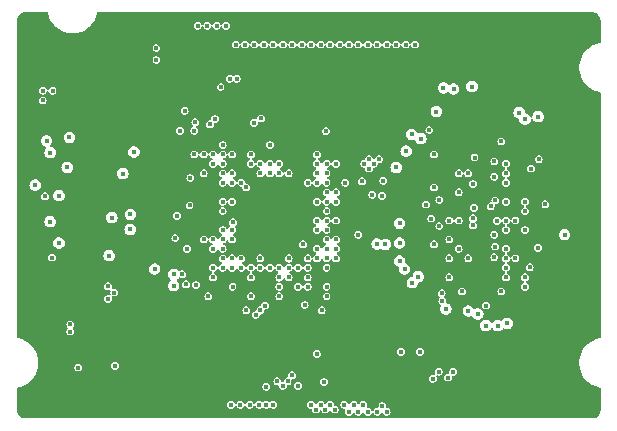
<source format=gbr>
%TF.GenerationSoftware,KiCad,Pcbnew,8.0.3*%
%TF.CreationDate,2024-07-19T10:15:31+08:00*%
%TF.ProjectId,h750xb_core,68373530-7862-45f6-936f-72652e6b6963,rev?*%
%TF.SameCoordinates,Original*%
%TF.FileFunction,Copper,L2,Inr*%
%TF.FilePolarity,Positive*%
%FSLAX46Y46*%
G04 Gerber Fmt 4.6, Leading zero omitted, Abs format (unit mm)*
G04 Created by KiCad (PCBNEW 8.0.3) date 2024-07-19 10:15:31*
%MOMM*%
%LPD*%
G01*
G04 APERTURE LIST*
%TA.AperFunction,HeatsinkPad*%
%ADD10C,0.500000*%
%TD*%
%TA.AperFunction,ComponentPad*%
%ADD11C,0.600000*%
%TD*%
%TA.AperFunction,ViaPad*%
%ADD12C,0.400000*%
%TD*%
G04 APERTURE END LIST*
D10*
%TO.N,GND*%
%TO.C,U3*%
X20953800Y-101660500D03*
X21703800Y-101660500D03*
X22453800Y-101660500D03*
%TD*%
D11*
%TO.N,GND*%
%TO.C,U2*%
X20789400Y-82847000D03*
X20789400Y-84567000D03*
X21269400Y-83707000D03*
X21749400Y-82847000D03*
X21749400Y-84567000D03*
%TD*%
D12*
%TO.N,GND*%
X31370400Y-100248000D03*
X38570400Y-94648000D03*
X35326635Y-103104682D03*
X37770400Y-94648000D03*
X56986702Y-89039063D03*
X58570400Y-91464000D03*
X40970400Y-88248000D03*
X47270400Y-91248000D03*
X51587098Y-90495314D03*
X36970400Y-95448000D03*
X46270400Y-83148000D03*
X36070400Y-83348000D03*
X35370400Y-100248000D03*
X42470400Y-105937666D03*
X53770400Y-89048000D03*
X32170400Y-93848000D03*
X50870400Y-97528000D03*
X32419671Y-102277494D03*
X36170400Y-95448000D03*
X26870799Y-96186582D03*
X40170400Y-89848000D03*
X36170400Y-94648000D03*
X36170400Y-93848000D03*
X35370400Y-101848000D03*
X38570400Y-93048000D03*
X37770400Y-95448000D03*
X24470400Y-106548000D03*
X44070400Y-100948000D03*
X42570400Y-91448000D03*
X57470400Y-87748000D03*
X38570400Y-95448000D03*
X38570400Y-93848000D03*
X36970400Y-99448000D03*
X23730600Y-104077800D03*
X21647530Y-95570866D03*
X31249590Y-83589621D03*
X25423435Y-93135092D03*
X24314800Y-104077800D03*
X36970400Y-93848000D03*
X36170400Y-93048000D03*
X48870400Y-105748000D03*
X38570400Y-89848000D03*
X37770400Y-93048000D03*
X42570400Y-95448000D03*
X37770400Y-93848000D03*
X36970400Y-94648000D03*
X36170400Y-88248000D03*
X53770400Y-99448000D03*
X32170400Y-88248000D03*
X36970400Y-87448000D03*
X42570400Y-98648000D03*
X51270400Y-92348000D03*
X18066400Y-90260200D03*
X38470400Y-105948000D03*
X52963120Y-101973483D03*
X21820400Y-89532798D03*
X36970400Y-93048000D03*
X32170400Y-90648000D03*
X58570400Y-97048000D03*
X31370400Y-97048000D03*
X26870400Y-94248000D03*
X28747101Y-104438639D03*
X44070400Y-87548000D03*
X43670400Y-108048000D03*
X57770400Y-98648000D03*
X30431589Y-87848000D03*
X53770400Y-97048000D03*
%TO.N,+3V3*%
X38570400Y-90648000D03*
X59740399Y-89448000D03*
X50870400Y-89048000D03*
X41570400Y-108317700D03*
X42470400Y-110648000D03*
X36210449Y-86004235D03*
X23806800Y-100750400D03*
X17736200Y-84469000D03*
X50870400Y-91848000D03*
X18523600Y-97778600D03*
X59070400Y-90248000D03*
X34570400Y-97848000D03*
X23273400Y-100217000D03*
X41270400Y-110248000D03*
X33770400Y-96248000D03*
X42070400Y-110248000D03*
X39770400Y-96648000D03*
X34970400Y-91848000D03*
X20758800Y-107100400D03*
X36170400Y-90648000D03*
X59690400Y-96948000D03*
X50870400Y-96648000D03*
X56570400Y-87948000D03*
X33770400Y-93048000D03*
X18574400Y-83656200D03*
X40470400Y-110248000D03*
X56059561Y-96849273D03*
X40870400Y-110648000D03*
X56570400Y-100648000D03*
X40970400Y-95448000D03*
X37770400Y-90648000D03*
X36970400Y-90648000D03*
X23273400Y-101283800D03*
X53226635Y-100654682D03*
X17920399Y-92598001D03*
X38570400Y-97848000D03*
X41670400Y-110648000D03*
X17761600Y-83656200D03*
X41729984Y-87078232D03*
X60306400Y-93264000D03*
X40970400Y-93048000D03*
X36170400Y-97848000D03*
X58970400Y-98611270D03*
X40170400Y-91448000D03*
X40970400Y-94648000D03*
%TO.N,Net-(U1-VREF+)*%
X39913000Y-101791800D03*
%TO.N,Net-(U1-VREF-)*%
X41370400Y-102248000D03*
%TO.N,/mcu/VDDA*%
X40970400Y-105937666D03*
%TO.N,/mcu/VSSA*%
X41770400Y-101048000D03*
%TO.N,/mcu/VCAP*%
X27370400Y-80048000D03*
X28970400Y-96133599D03*
X32340168Y-86048000D03*
X32800138Y-83348000D03*
X46479699Y-92543763D03*
%TO.N,/mcu/VDDLDO*%
X27370400Y-81048000D03*
X29970400Y-97048000D03*
X46570400Y-91278232D03*
X29770400Y-85363600D03*
X31916505Y-86501895D03*
%TO.N,Net-(U1-PDR_ON)*%
X33770400Y-95448000D03*
%TO.N,/PJ3*%
X52500632Y-107448000D03*
%TO.N,/PI15*%
X41770400Y-97848000D03*
%TO.N,VBUS*%
X20070400Y-104048000D03*
X20070400Y-103448000D03*
%TO.N,/PJ0*%
X40970400Y-97048000D03*
%TO.N,/PJ4*%
X44470400Y-95848000D03*
%TO.N,/PI14*%
X35770400Y-102648000D03*
%TO.N,/PI11*%
X34570400Y-98648000D03*
%TO.N,/mcu/QSPI_CLK*%
X38570400Y-99448000D03*
X17111274Y-91654095D03*
X18370400Y-88898000D03*
X18370400Y-94748000D03*
%TO.N,/mcu/SDRAM_CS#*%
X40170400Y-99448000D03*
X57770400Y-94648000D03*
%TO.N,/PK6*%
X32170400Y-96248000D03*
%TO.N,/mcu/QSPI1_IO3*%
X37770400Y-100247999D03*
X19120400Y-96540069D03*
%TO.N,/mcu/SDRAM_BA1*%
X56970400Y-94648000D03*
X35370400Y-89848000D03*
%TO.N,/mcu/SDRAM_A8*%
X52970400Y-94648000D03*
X41770400Y-95448000D03*
%TO.N,/mcu/SDRAM_D5*%
X56970400Y-97848000D03*
X47950945Y-96548000D03*
%TO.N,/mcu/SDRAM_A5*%
X36970400Y-98648000D03*
X51313714Y-92904678D03*
%TO.N,/mcu/SDRAM_D13*%
X48378427Y-98749261D03*
X48507180Y-88777438D03*
%TO.N,/mcu/SDRAM_A4*%
X37770400Y-98648000D03*
X50197913Y-93298016D03*
%TO.N,/PI13*%
X36170400Y-102248000D03*
%TO.N,/mcu/SDRAM_D2*%
X32970400Y-90648000D03*
X58570400Y-100248000D03*
%TO.N,/mcu/SDRAM_D31*%
X52970400Y-90648000D03*
X34970400Y-102248000D03*
%TO.N,/PI8*%
X33770400Y-98648000D03*
%TO.N,/PJ13*%
X32970400Y-93848000D03*
%TO.N,/mcu/SDRAM_CAS*%
X55970400Y-95848000D03*
X61926635Y-95848000D03*
X32970400Y-97048000D03*
%TO.N,/PJ1*%
X41770400Y-97048000D03*
%TO.N,/mcu/SDRAM_CKE*%
X40170400Y-98648000D03*
X47950945Y-98064389D03*
X52170400Y-94648000D03*
X47950946Y-94877438D03*
%TO.N,/mcu/QSPI1_IO0*%
X19120400Y-92548000D03*
X20008327Y-87614238D03*
X33770400Y-90648000D03*
%TO.N,/mcu/SDRAM_D15*%
X52170400Y-99448000D03*
X49761127Y-87708534D03*
X49538075Y-99404684D03*
%TO.N,/PJ2*%
X52070400Y-107948000D03*
%TO.N,/mcu/SDRAM_D6*%
X55970400Y-97748000D03*
X41770400Y-94648000D03*
%TO.N,/PK7*%
X32970400Y-96248000D03*
%TO.N,/mcu/SDRAM_DQM0*%
X32170400Y-98648000D03*
X55263718Y-103541318D03*
%TO.N,/PJ14*%
X32970400Y-93048000D03*
%TO.N,/PI12*%
X36570400Y-101848000D03*
%TO.N,/mcu/SDRAM_D18*%
X56970400Y-90648000D03*
X41770400Y-90648000D03*
%TO.N,/mcu/SDRAM_A10*%
X46050984Y-96631971D03*
X55670400Y-93448000D03*
%TO.N,/mcu/SDRAM_D12*%
X42570400Y-92248000D03*
X52170400Y-96248000D03*
%TO.N,/PJ5*%
X41770400Y-91448000D03*
%TO.N,/mcu/SDRAM_CLK*%
X51312825Y-95114979D03*
X35370400Y-89048000D03*
%TO.N,/PJ11*%
X37770400Y-89848000D03*
%TO.N,/PG6*%
X43670400Y-79748000D03*
%TO.N,/mcu/QSPI_CS*%
X23583330Y-94398000D03*
X31370400Y-90648000D03*
%TO.N,/mcu/QSPI2_IO0*%
X40170400Y-100248000D03*
X18070400Y-87898000D03*
%TO.N,/mcu/SDRAM_D27*%
X32170400Y-89848000D03*
X51670400Y-83411220D03*
%TO.N,/mcu/SDRAM_D25*%
X30570400Y-89048000D03*
X51069467Y-85420561D03*
%TO.N,/mcu/QSPI2_IO3*%
X32970400Y-95448000D03*
X19820400Y-90148000D03*
%TO.N,/PJ10*%
X46070400Y-79748000D03*
%TO.N,/mcu/SDRAM_DQM3*%
X28826635Y-100163766D03*
X54573656Y-102565049D03*
%TO.N,/mcu/SDRAM_A2*%
X56070400Y-92948000D03*
X35370400Y-101048000D03*
%TO.N,/PH7*%
X44764931Y-91328539D03*
%TO.N,/mcu/SDRAM_D0*%
X49033957Y-99908801D03*
X48970400Y-87348000D03*
X56970400Y-99448000D03*
%TO.N,/mcu/SDRAM_D7*%
X56970400Y-97048000D03*
X41770400Y-93848000D03*
%TO.N,/mcu/SDRAM_D19*%
X41770400Y-89848000D03*
X56970400Y-89848000D03*
%TO.N,/PJ6*%
X47670400Y-79748000D03*
%TO.N,/mcu/SDRAM_A12*%
X36970400Y-88248000D03*
X54170400Y-94447992D03*
%TO.N,/mcu/SDRAM_A3*%
X36170400Y-98648000D03*
X52970400Y-92248000D03*
%TO.N,/PH6*%
X45638165Y-92458203D03*
%TO.N,/mcu/SDRAM_D9*%
X42570400Y-93048000D03*
X52970400Y-97048000D03*
%TO.N,/mcu/SDRAM_A7*%
X50640355Y-94480424D03*
X41770400Y-96248000D03*
%TO.N,/PK3*%
X36070400Y-110248000D03*
%TO.N,/PG13*%
X33670400Y-110248000D03*
%TO.N,/mcu/SDRAM_D24*%
X29370400Y-87048000D03*
X52527925Y-83502039D03*
%TO.N,/PJ8*%
X40970400Y-90648000D03*
%TO.N,/mcu/SDRAM_RAS*%
X57070257Y-103347857D03*
X58570400Y-95448000D03*
%TO.N,/PJ15*%
X33270400Y-78148000D03*
%TO.N,/mcu/SDRAM_DQM2*%
X55270400Y-101848000D03*
X28847503Y-99204235D03*
%TO.N,/PG10*%
X31670400Y-78148000D03*
%TO.N,/mcu/QSPI2_IO2*%
X25470400Y-88841765D03*
X30170400Y-93348000D03*
%TO.N,/mcu/SDRAM_A0*%
X35370400Y-98648000D03*
X56970400Y-93048000D03*
%TO.N,/mcu/QSPI1_IO2*%
X25166260Y-94119965D03*
X27220400Y-98754235D03*
X32170400Y-99448000D03*
%TO.N,/mcu/QSPI1_IO1*%
X23373573Y-97627323D03*
X30233000Y-91047600D03*
%TO.N,/PJ7*%
X40970400Y-89848000D03*
%TO.N,/mcu/SDRAM_D26*%
X54083600Y-83306443D03*
X31370400Y-89048000D03*
%TO.N,/mcu/VBAT*%
X31770400Y-101067200D03*
X23870400Y-106948000D03*
%TO.N,/PH4*%
X43670400Y-110848000D03*
%TO.N,/mcu/SDRAM_A11*%
X58570400Y-93848000D03*
X46763446Y-96657721D03*
%TO.N,/PK4*%
X35270400Y-110248000D03*
%TO.N,/PK2*%
X42870400Y-79748000D03*
%TO.N,/PG11*%
X32470400Y-78148000D03*
%TO.N,/mcu/SDRAM_D21*%
X58570400Y-86064283D03*
X32970400Y-88248000D03*
%TO.N,/mcu/SDRAM_D30*%
X51520400Y-100798000D03*
X33812638Y-100248000D03*
X53770400Y-90648000D03*
%TO.N,/mcu/QSPI2_IO1*%
X24520400Y-90674870D03*
X25155132Y-95397997D03*
X41770400Y-100248000D03*
%TO.N,/PJ9*%
X46870400Y-79748000D03*
%TO.N,/mcu/SDRAM_D29*%
X54299825Y-89318575D03*
X51862607Y-102119866D03*
X29870400Y-100048000D03*
%TO.N,/mcu/SDRAM_A6*%
X54243215Y-93563437D03*
X42570400Y-96248000D03*
%TO.N,/mcu/SDRAM_BA0*%
X36170400Y-89848000D03*
X56200733Y-94678333D03*
%TO.N,/PG7*%
X35623671Y-86367085D03*
%TO.N,/PG3*%
X44470400Y-79748000D03*
%TO.N,/PK0*%
X36970400Y-89848000D03*
%TO.N,/mcu/SDRAM_A9*%
X54170414Y-95048000D03*
X42570400Y-94648000D03*
%TO.N,/mcu/SDRAM_D17*%
X47670400Y-90157298D03*
X55970400Y-90948000D03*
%TO.N,/mcu/SDRAM_D16*%
X56970400Y-91448000D03*
X43370400Y-91448000D03*
%TO.N,/PK1*%
X45270400Y-79748000D03*
%TO.N,/PK5*%
X34470400Y-110248000D03*
%TO.N,/PG12*%
X30870400Y-78148000D03*
%TO.N,/mcu/SDRAM_D3*%
X57770400Y-97848000D03*
X34570400Y-91448000D03*
%TO.N,/mcu/SDRAM_A1*%
X58570400Y-93048000D03*
X35370400Y-99448000D03*
%TO.N,/mcu/SDRAM_D28*%
X51570398Y-101448000D03*
X30720400Y-100098000D03*
X54173950Y-91548000D03*
%TO.N,/mcu/SDRAM_DQM1*%
X29563650Y-99201118D03*
X53779403Y-102309018D03*
%TO.N,/PJ12*%
X36470400Y-79748000D03*
%TO.N,/mcu/SDRAM_WE*%
X41770400Y-98648000D03*
X56970400Y-95448000D03*
%TO.N,/mcu/SDRAM_D14*%
X50470400Y-86988453D03*
X53770400Y-97848000D03*
%TO.N,/mcu/SDRAM_D1*%
X56970400Y-98648000D03*
X40970400Y-89048000D03*
%TO.N,/mcu/SDRAM_D22*%
X30656504Y-86334104D03*
X59697856Y-85853014D03*
%TO.N,/mcu/SDRAM_D20*%
X55970400Y-89648000D03*
X42570400Y-89848000D03*
%TO.N,/mcu/SDRAM_D23*%
X58076437Y-85501063D03*
X30570400Y-87048000D03*
%TO.N,/mcu/SDRAM_D8*%
X52170400Y-97848000D03*
X41770400Y-93048000D03*
%TO.N,/mcu/SDRAM_D4*%
X58570400Y-99448000D03*
X56270400Y-103548000D03*
%TO.N,/PC0*%
X39370400Y-108648000D03*
%TO.N,/PD13*%
X48470400Y-79748000D03*
%TO.N,/PC2_C*%
X44076000Y-110248000D03*
%TO.N,/PA1_C*%
X46070400Y-110848000D03*
%TO.N,/PF9*%
X39370400Y-98648000D03*
%TO.N,/PF7*%
X37770400Y-99448000D03*
%TO.N,/PA0_C*%
X45270400Y-110848000D03*
%TO.N,/PF8*%
X38570400Y-98648000D03*
%TO.N,/PC3_C*%
X44470400Y-110848000D03*
%TO.N,/PC13*%
X38840168Y-107748000D03*
%TO.N,/PD11*%
X46200632Y-89448000D03*
%TO.N,/PC1*%
X39370400Y-100248000D03*
%TO.N,/PD12*%
X49270400Y-79748000D03*
%TO.N,/PC12*%
X38870400Y-79748000D03*
%TO.N,/NRST*%
X37770400Y-101048000D03*
%TO.N,/BOOT0*%
X33837842Y-94787552D03*
X29123197Y-94248000D03*
%TO.N,/PB2*%
X42570400Y-97048000D03*
%TO.N,/PB9*%
X32970400Y-98648000D03*
%TO.N,/PB8*%
X32970400Y-97848000D03*
%TO.N,/PA4*%
X48070400Y-105748000D03*
%TO.N,/PA1*%
X40170400Y-97848000D03*
%TO.N,/PB4*%
X31370400Y-96248000D03*
%TO.N,/PA7*%
X42570400Y-97848000D03*
%TO.N,/PB1*%
X51270400Y-107448000D03*
%TO.N,/PA0*%
X40970400Y-97848000D03*
%TO.N,/PB0*%
X50770400Y-108048000D03*
%TO.N,/PB3*%
X32170400Y-97048000D03*
%TO.N,/PA14*%
X40470400Y-79748000D03*
%TO.N,/PA9*%
X32970400Y-89048000D03*
%TO.N,/PA6*%
X44881600Y-110248000D03*
%TO.N,/PB7*%
X37270400Y-110248000D03*
%TO.N,/PB15*%
X45770400Y-89848000D03*
%TO.N,/PA15*%
X39670400Y-79748000D03*
%TO.N,/PA11*%
X34170400Y-82648000D03*
%TO.N,/PA10*%
X32970400Y-89848000D03*
%TO.N,/PB14*%
X45370400Y-89448000D03*
%TO.N,/PB10*%
X41770400Y-92248000D03*
%TO.N,/PB11*%
X40970400Y-91448000D03*
%TO.N,/PA12*%
X33570400Y-82648000D03*
%TO.N,/PB13*%
X45370400Y-90248000D03*
%TO.N,/PB5*%
X36670400Y-110248000D03*
%TO.N,/PB6*%
X36670400Y-108712088D03*
%TO.N,/PA5*%
X46870400Y-110848000D03*
%TO.N,/PB12*%
X44970400Y-89848000D03*
%TO.N,/PA8*%
X33770400Y-89048000D03*
%TO.N,/PA3*%
X46500632Y-110348000D03*
%TO.N,/PA2*%
X43270400Y-110248000D03*
%TO.N,/PA13*%
X32170400Y-89048000D03*
%TO.N,/PC5*%
X49670400Y-105748000D03*
%TO.N,/PE6*%
X33770400Y-97848000D03*
%TO.N,/PC7*%
X41270400Y-79748000D03*
%TO.N,/PD3*%
X37270400Y-79748000D03*
%TO.N,/PE4*%
X38070400Y-108648000D03*
%TO.N,/PC8*%
X33770400Y-91448000D03*
%TO.N,/PD5*%
X35670400Y-79748000D03*
%TO.N,/PD6*%
X34870400Y-79748000D03*
%TO.N,/PE5*%
X38470400Y-108248000D03*
%TO.N,/PD2*%
X32970400Y-91448000D03*
%TO.N,/PD4*%
X38070400Y-79748000D03*
%TO.N,/PD7*%
X34070400Y-79748000D03*
%TO.N,/PE3*%
X37609936Y-108248000D03*
%TO.N,/PC6*%
X42070400Y-79748000D03*
%TD*%
%TA.AperFunction,Conductor*%
%TO.N,GND*%
G36*
X18162244Y-77016913D02*
G01*
X18198789Y-77067213D01*
X18202852Y-77085169D01*
X18205840Y-77107864D01*
X18205842Y-77107878D01*
X18277104Y-77373832D01*
X18277105Y-77373834D01*
X18382476Y-77628220D01*
X18520147Y-77866674D01*
X18687771Y-78085127D01*
X18882472Y-78279828D01*
X19100925Y-78447452D01*
X19339379Y-78585123D01*
X19593765Y-78690494D01*
X19593767Y-78690495D01*
X19859721Y-78761757D01*
X19859725Y-78761757D01*
X19859734Y-78761760D01*
X20100966Y-78793518D01*
X20132725Y-78797700D01*
X20132726Y-78797700D01*
X20408075Y-78797700D01*
X20436523Y-78793954D01*
X20681066Y-78761760D01*
X20681076Y-78761757D01*
X20681078Y-78761757D01*
X20947032Y-78690495D01*
X20947034Y-78690494D01*
X21201421Y-78585123D01*
X21439879Y-78447449D01*
X21658328Y-78279828D01*
X21790156Y-78148000D01*
X30537848Y-78148000D01*
X30557903Y-78261740D01*
X30557905Y-78261743D01*
X30615650Y-78361760D01*
X30615653Y-78361764D01*
X30704123Y-78435998D01*
X30812653Y-78475500D01*
X30928147Y-78475500D01*
X31036676Y-78435998D01*
X31125146Y-78361764D01*
X31125147Y-78361762D01*
X31125150Y-78361760D01*
X31182897Y-78261739D01*
X31182897Y-78261738D01*
X31183278Y-78261079D01*
X31229482Y-78219476D01*
X31291316Y-78212977D01*
X31345160Y-78244065D01*
X31357522Y-78261079D01*
X31415650Y-78361760D01*
X31415653Y-78361764D01*
X31504123Y-78435998D01*
X31612653Y-78475500D01*
X31728147Y-78475500D01*
X31836676Y-78435998D01*
X31925146Y-78361764D01*
X31925147Y-78361762D01*
X31925150Y-78361760D01*
X31982897Y-78261739D01*
X31982897Y-78261738D01*
X31983278Y-78261079D01*
X32029482Y-78219476D01*
X32091316Y-78212977D01*
X32145160Y-78244065D01*
X32157522Y-78261079D01*
X32215650Y-78361760D01*
X32215653Y-78361764D01*
X32304123Y-78435998D01*
X32412653Y-78475500D01*
X32528147Y-78475500D01*
X32636676Y-78435998D01*
X32725146Y-78361764D01*
X32725147Y-78361762D01*
X32725150Y-78361760D01*
X32782897Y-78261739D01*
X32782897Y-78261738D01*
X32783278Y-78261079D01*
X32829482Y-78219476D01*
X32891316Y-78212977D01*
X32945160Y-78244065D01*
X32957522Y-78261079D01*
X33015650Y-78361760D01*
X33015653Y-78361764D01*
X33104123Y-78435998D01*
X33212653Y-78475500D01*
X33328147Y-78475500D01*
X33436676Y-78435998D01*
X33525146Y-78361764D01*
X33525147Y-78361762D01*
X33525150Y-78361760D01*
X33582897Y-78261739D01*
X33602952Y-78148000D01*
X33582897Y-78034261D01*
X33525150Y-77934240D01*
X33525149Y-77934239D01*
X33525146Y-77934235D01*
X33436676Y-77860001D01*
X33328147Y-77820500D01*
X33212653Y-77820500D01*
X33104123Y-77860001D01*
X33015653Y-77934235D01*
X33015650Y-77934239D01*
X32957522Y-78034920D01*
X32911317Y-78076523D01*
X32849484Y-78083022D01*
X32795639Y-78051934D01*
X32783278Y-78034920D01*
X32725149Y-77934239D01*
X32725146Y-77934235D01*
X32636676Y-77860001D01*
X32528147Y-77820500D01*
X32412653Y-77820500D01*
X32304123Y-77860001D01*
X32215653Y-77934235D01*
X32215650Y-77934239D01*
X32157522Y-78034920D01*
X32111317Y-78076523D01*
X32049484Y-78083022D01*
X31995639Y-78051934D01*
X31983278Y-78034920D01*
X31925149Y-77934239D01*
X31925146Y-77934235D01*
X31836676Y-77860001D01*
X31728147Y-77820500D01*
X31612653Y-77820500D01*
X31504123Y-77860001D01*
X31415653Y-77934235D01*
X31415650Y-77934239D01*
X31357522Y-78034920D01*
X31311317Y-78076523D01*
X31249484Y-78083022D01*
X31195639Y-78051934D01*
X31183278Y-78034920D01*
X31125149Y-77934239D01*
X31125146Y-77934235D01*
X31036676Y-77860001D01*
X30928147Y-77820500D01*
X30812653Y-77820500D01*
X30704123Y-77860001D01*
X30615653Y-77934235D01*
X30615650Y-77934239D01*
X30557905Y-78034256D01*
X30557903Y-78034259D01*
X30537848Y-78148000D01*
X21790156Y-78148000D01*
X21853028Y-78085128D01*
X22020649Y-77866679D01*
X22158323Y-77628221D01*
X22263695Y-77373832D01*
X22334960Y-77107866D01*
X22337948Y-77085168D01*
X22364714Y-77029051D01*
X22419354Y-76999385D01*
X22437687Y-76997700D01*
X64222805Y-76997700D01*
X64265453Y-76997700D01*
X64275314Y-76998184D01*
X64397012Y-77010170D01*
X64416348Y-77014017D01*
X64528603Y-77048069D01*
X64546824Y-77055616D01*
X64650282Y-77110916D01*
X64666679Y-77121872D01*
X64757361Y-77196293D01*
X64771306Y-77210238D01*
X64845727Y-77300920D01*
X64856683Y-77317317D01*
X64911983Y-77420775D01*
X64919530Y-77438996D01*
X64953581Y-77551248D01*
X64957429Y-77570589D01*
X64969416Y-77692285D01*
X64969900Y-77702146D01*
X64969900Y-79529912D01*
X64950687Y-79589043D01*
X64900387Y-79625588D01*
X64882435Y-79629651D01*
X64872204Y-79630998D01*
X64859734Y-79632640D01*
X64859731Y-79632640D01*
X64859729Y-79632641D01*
X64859721Y-79632642D01*
X64593767Y-79703904D01*
X64593765Y-79703905D01*
X64339379Y-79809276D01*
X64100925Y-79946947D01*
X63882472Y-80114571D01*
X63687771Y-80309272D01*
X63520147Y-80527725D01*
X63382476Y-80766179D01*
X63277105Y-81020565D01*
X63277104Y-81020567D01*
X63205842Y-81286521D01*
X63205840Y-81286534D01*
X63169900Y-81559524D01*
X63169900Y-81834875D01*
X63205840Y-82107865D01*
X63205842Y-82107878D01*
X63277104Y-82373832D01*
X63277105Y-82373834D01*
X63382476Y-82628220D01*
X63520147Y-82866674D01*
X63665331Y-83055883D01*
X63687772Y-83085128D01*
X63882472Y-83279828D01*
X63997642Y-83368201D01*
X64100925Y-83447452D01*
X64339379Y-83585123D01*
X64593765Y-83690494D01*
X64593767Y-83690495D01*
X64713881Y-83722679D01*
X64859734Y-83761760D01*
X64882428Y-83764747D01*
X64938546Y-83791512D01*
X64968215Y-83846151D01*
X64969900Y-83864487D01*
X64969900Y-104529912D01*
X64950687Y-104589043D01*
X64900387Y-104625588D01*
X64882435Y-104629651D01*
X64872204Y-104630998D01*
X64859734Y-104632640D01*
X64859731Y-104632640D01*
X64859729Y-104632641D01*
X64859721Y-104632642D01*
X64593767Y-104703904D01*
X64593765Y-104703905D01*
X64339379Y-104809276D01*
X64100925Y-104946947D01*
X63882472Y-105114571D01*
X63687771Y-105309272D01*
X63520147Y-105527725D01*
X63382476Y-105766179D01*
X63277105Y-106020565D01*
X63277104Y-106020567D01*
X63205842Y-106286521D01*
X63205840Y-106286534D01*
X63169900Y-106559524D01*
X63169900Y-106834875D01*
X63205840Y-107107865D01*
X63205842Y-107107878D01*
X63277104Y-107373832D01*
X63277105Y-107373834D01*
X63382476Y-107628220D01*
X63520147Y-107866674D01*
X63668556Y-108060086D01*
X63687772Y-108085128D01*
X63882472Y-108279828D01*
X64080061Y-108431443D01*
X64100925Y-108447452D01*
X64339379Y-108585123D01*
X64593765Y-108690494D01*
X64593767Y-108690495D01*
X64747319Y-108731638D01*
X64859734Y-108761760D01*
X64882428Y-108764747D01*
X64938546Y-108791512D01*
X64968215Y-108846151D01*
X64969900Y-108864487D01*
X64969900Y-110692253D01*
X64969416Y-110702114D01*
X64957429Y-110823810D01*
X64953581Y-110843151D01*
X64919530Y-110955403D01*
X64911983Y-110973624D01*
X64856683Y-111077082D01*
X64845727Y-111093479D01*
X64771306Y-111184161D01*
X64757361Y-111198106D01*
X64666679Y-111272527D01*
X64650282Y-111283483D01*
X64546824Y-111338783D01*
X64528603Y-111346330D01*
X64416351Y-111380381D01*
X64397010Y-111384229D01*
X64275314Y-111396216D01*
X64265453Y-111396700D01*
X16275347Y-111396700D01*
X16265486Y-111396216D01*
X16143789Y-111384229D01*
X16124448Y-111380381D01*
X16012196Y-111346330D01*
X15993975Y-111338783D01*
X15890517Y-111283483D01*
X15874120Y-111272527D01*
X15783438Y-111198106D01*
X15769493Y-111184161D01*
X15695072Y-111093479D01*
X15684116Y-111077082D01*
X15628816Y-110973624D01*
X15621269Y-110955403D01*
X15587218Y-110843151D01*
X15583370Y-110823810D01*
X15571384Y-110702114D01*
X15570900Y-110692253D01*
X15570900Y-110248000D01*
X33337848Y-110248000D01*
X33357903Y-110361740D01*
X33357905Y-110361743D01*
X33415650Y-110461760D01*
X33415653Y-110461764D01*
X33504123Y-110535998D01*
X33612653Y-110575500D01*
X33728147Y-110575500D01*
X33836676Y-110535998D01*
X33925146Y-110461764D01*
X33925147Y-110461762D01*
X33925150Y-110461760D01*
X33982897Y-110361739D01*
X33982897Y-110361738D01*
X33983278Y-110361079D01*
X34029482Y-110319476D01*
X34091316Y-110312977D01*
X34145160Y-110344065D01*
X34157522Y-110361079D01*
X34157902Y-110361738D01*
X34157903Y-110361739D01*
X34199758Y-110434235D01*
X34215650Y-110461760D01*
X34215653Y-110461764D01*
X34304123Y-110535998D01*
X34412653Y-110575500D01*
X34528147Y-110575500D01*
X34636676Y-110535998D01*
X34725146Y-110461764D01*
X34725147Y-110461762D01*
X34725150Y-110461760D01*
X34782897Y-110361739D01*
X34782897Y-110361738D01*
X34783278Y-110361079D01*
X34829482Y-110319476D01*
X34891316Y-110312977D01*
X34945160Y-110344065D01*
X34957522Y-110361079D01*
X34957902Y-110361738D01*
X34957903Y-110361739D01*
X34999758Y-110434235D01*
X35015650Y-110461760D01*
X35015653Y-110461764D01*
X35104123Y-110535998D01*
X35212653Y-110575500D01*
X35328147Y-110575500D01*
X35436676Y-110535998D01*
X35525146Y-110461764D01*
X35525147Y-110461762D01*
X35525150Y-110461760D01*
X35582897Y-110361739D01*
X35582897Y-110361738D01*
X35583278Y-110361079D01*
X35629482Y-110319476D01*
X35691316Y-110312977D01*
X35745160Y-110344065D01*
X35757522Y-110361079D01*
X35757902Y-110361738D01*
X35757903Y-110361739D01*
X35799758Y-110434235D01*
X35815650Y-110461760D01*
X35815653Y-110461764D01*
X35904123Y-110535998D01*
X36012653Y-110575500D01*
X36128147Y-110575500D01*
X36236676Y-110535998D01*
X36305736Y-110478051D01*
X36363383Y-110454760D01*
X36423710Y-110469802D01*
X36435064Y-110478051D01*
X36504123Y-110535998D01*
X36612653Y-110575500D01*
X36728147Y-110575500D01*
X36836676Y-110535998D01*
X36905736Y-110478051D01*
X36963383Y-110454760D01*
X37023710Y-110469802D01*
X37035064Y-110478051D01*
X37104123Y-110535998D01*
X37212653Y-110575500D01*
X37328147Y-110575500D01*
X37436676Y-110535998D01*
X37525146Y-110461764D01*
X37525147Y-110461762D01*
X37525150Y-110461760D01*
X37582897Y-110361739D01*
X37602952Y-110248000D01*
X40137848Y-110248000D01*
X40157903Y-110361740D01*
X40157905Y-110361743D01*
X40215650Y-110461760D01*
X40215653Y-110461764D01*
X40304123Y-110535998D01*
X40412653Y-110575500D01*
X40440651Y-110575500D01*
X40499782Y-110594713D01*
X40536327Y-110645013D01*
X40539721Y-110658624D01*
X40542697Y-110675500D01*
X40557903Y-110761740D01*
X40557905Y-110761743D01*
X40615650Y-110861760D01*
X40615653Y-110861764D01*
X40704123Y-110935998D01*
X40812653Y-110975500D01*
X40928147Y-110975500D01*
X41036676Y-110935998D01*
X41125146Y-110861764D01*
X41125147Y-110861762D01*
X41125150Y-110861760D01*
X41182897Y-110761739D01*
X41182897Y-110761738D01*
X41183278Y-110761079D01*
X41229482Y-110719476D01*
X41291316Y-110712977D01*
X41345160Y-110744065D01*
X41357522Y-110761079D01*
X41415650Y-110861760D01*
X41415653Y-110861764D01*
X41504123Y-110935998D01*
X41612653Y-110975500D01*
X41728147Y-110975500D01*
X41836676Y-110935998D01*
X41925146Y-110861764D01*
X41925147Y-110861762D01*
X41925150Y-110861760D01*
X41982897Y-110761739D01*
X41982897Y-110761738D01*
X41983278Y-110761079D01*
X42029482Y-110719476D01*
X42091316Y-110712977D01*
X42145160Y-110744065D01*
X42157522Y-110761079D01*
X42215650Y-110861760D01*
X42215653Y-110861764D01*
X42304123Y-110935998D01*
X42412653Y-110975500D01*
X42528147Y-110975500D01*
X42636676Y-110935998D01*
X42725146Y-110861764D01*
X42725147Y-110861762D01*
X42725150Y-110861760D01*
X42782897Y-110761739D01*
X42802952Y-110648000D01*
X42782897Y-110534261D01*
X42725150Y-110434240D01*
X42725149Y-110434239D01*
X42725146Y-110434235D01*
X42636676Y-110360001D01*
X42528147Y-110320500D01*
X42500149Y-110320500D01*
X42441018Y-110301287D01*
X42404473Y-110250987D01*
X42403728Y-110248000D01*
X42937848Y-110248000D01*
X42957903Y-110361740D01*
X42957905Y-110361743D01*
X43015650Y-110461760D01*
X43015653Y-110461764D01*
X43104123Y-110535998D01*
X43212653Y-110575500D01*
X43275319Y-110575500D01*
X43334450Y-110594713D01*
X43370995Y-110645013D01*
X43370995Y-110707187D01*
X43362441Y-110726400D01*
X43357905Y-110734256D01*
X43357903Y-110734259D01*
X43337848Y-110848000D01*
X43357903Y-110961740D01*
X43357905Y-110961743D01*
X43415650Y-111061760D01*
X43415653Y-111061764D01*
X43504123Y-111135998D01*
X43612653Y-111175500D01*
X43728147Y-111175500D01*
X43836676Y-111135998D01*
X43925146Y-111061764D01*
X43925147Y-111061762D01*
X43925150Y-111061760D01*
X43982897Y-110961739D01*
X43982897Y-110961738D01*
X43983278Y-110961079D01*
X44029482Y-110919476D01*
X44091316Y-110912977D01*
X44145160Y-110944065D01*
X44157522Y-110961079D01*
X44157902Y-110961738D01*
X44157903Y-110961739D01*
X44164765Y-110973624D01*
X44215650Y-111061760D01*
X44215653Y-111061764D01*
X44304123Y-111135998D01*
X44412653Y-111175500D01*
X44528147Y-111175500D01*
X44636676Y-111135998D01*
X44725146Y-111061764D01*
X44725147Y-111061762D01*
X44725150Y-111061760D01*
X44782897Y-110961739D01*
X44782897Y-110961738D01*
X44783278Y-110961079D01*
X44829482Y-110919476D01*
X44891316Y-110912977D01*
X44945160Y-110944065D01*
X44957522Y-110961079D01*
X44957902Y-110961738D01*
X44957903Y-110961739D01*
X44964765Y-110973624D01*
X45015650Y-111061760D01*
X45015653Y-111061764D01*
X45104123Y-111135998D01*
X45212653Y-111175500D01*
X45328147Y-111175500D01*
X45436676Y-111135998D01*
X45525146Y-111061764D01*
X45525147Y-111061762D01*
X45525150Y-111061760D01*
X45582897Y-110961739D01*
X45582897Y-110961738D01*
X45583278Y-110961079D01*
X45629482Y-110919476D01*
X45691316Y-110912977D01*
X45745160Y-110944065D01*
X45757522Y-110961079D01*
X45757902Y-110961738D01*
X45757903Y-110961739D01*
X45764765Y-110973624D01*
X45815650Y-111061760D01*
X45815653Y-111061764D01*
X45904123Y-111135998D01*
X46012653Y-111175500D01*
X46128147Y-111175500D01*
X46236676Y-111135998D01*
X46325146Y-111061764D01*
X46325147Y-111061762D01*
X46325150Y-111061760D01*
X46382897Y-110961739D01*
X46382897Y-110961738D01*
X46383278Y-110961079D01*
X46429482Y-110919476D01*
X46491316Y-110912977D01*
X46545160Y-110944065D01*
X46557522Y-110961079D01*
X46557902Y-110961738D01*
X46557903Y-110961739D01*
X46564765Y-110973624D01*
X46615650Y-111061760D01*
X46615653Y-111061764D01*
X46704123Y-111135998D01*
X46812653Y-111175500D01*
X46928147Y-111175500D01*
X47036676Y-111135998D01*
X47125146Y-111061764D01*
X47125147Y-111061762D01*
X47125150Y-111061760D01*
X47182897Y-110961739D01*
X47202952Y-110848000D01*
X47182897Y-110734261D01*
X47125150Y-110634240D01*
X47125149Y-110634239D01*
X47125146Y-110634235D01*
X47036676Y-110560001D01*
X46928147Y-110520500D01*
X46922658Y-110520500D01*
X46863527Y-110501287D01*
X46826982Y-110450987D01*
X46823586Y-110402431D01*
X46833184Y-110348000D01*
X46813129Y-110234261D01*
X46755382Y-110134240D01*
X46755381Y-110134239D01*
X46755378Y-110134235D01*
X46666908Y-110060001D01*
X46558379Y-110020500D01*
X46442885Y-110020500D01*
X46334355Y-110060001D01*
X46245885Y-110134235D01*
X46245882Y-110134239D01*
X46188137Y-110234256D01*
X46188135Y-110234259D01*
X46176317Y-110301287D01*
X46168080Y-110348000D01*
X46175276Y-110388813D01*
X46177678Y-110402431D01*
X46169025Y-110464000D01*
X46125835Y-110508725D01*
X46078606Y-110520500D01*
X46012653Y-110520500D01*
X45904123Y-110560001D01*
X45815653Y-110634235D01*
X45815650Y-110634239D01*
X45757522Y-110734920D01*
X45711317Y-110776523D01*
X45649484Y-110783022D01*
X45595639Y-110751934D01*
X45583278Y-110734920D01*
X45533094Y-110648000D01*
X45525150Y-110634240D01*
X45525149Y-110634239D01*
X45525146Y-110634235D01*
X45436676Y-110560001D01*
X45328147Y-110520500D01*
X45276681Y-110520500D01*
X45217550Y-110501287D01*
X45181005Y-110450987D01*
X45181005Y-110388813D01*
X45189559Y-110369600D01*
X45191546Y-110366157D01*
X45194097Y-110361739D01*
X45214152Y-110248000D01*
X45194097Y-110134261D01*
X45136350Y-110034240D01*
X45136349Y-110034239D01*
X45136346Y-110034235D01*
X45047876Y-109960001D01*
X44939347Y-109920500D01*
X44823853Y-109920500D01*
X44715323Y-109960001D01*
X44626853Y-110034235D01*
X44626852Y-110034237D01*
X44565922Y-110139770D01*
X44519717Y-110181372D01*
X44457883Y-110187870D01*
X44404039Y-110156783D01*
X44391678Y-110139770D01*
X44376000Y-110112615D01*
X44330750Y-110034240D01*
X44330747Y-110034237D01*
X44330746Y-110034235D01*
X44242276Y-109960001D01*
X44133747Y-109920500D01*
X44018253Y-109920500D01*
X43909723Y-109960001D01*
X43821253Y-110034235D01*
X43821252Y-110034237D01*
X43760322Y-110139770D01*
X43714117Y-110181372D01*
X43652283Y-110187870D01*
X43598439Y-110156783D01*
X43586078Y-110139770D01*
X43570400Y-110112615D01*
X43525150Y-110034240D01*
X43525147Y-110034237D01*
X43525146Y-110034235D01*
X43436676Y-109960001D01*
X43328147Y-109920500D01*
X43212653Y-109920500D01*
X43104123Y-109960001D01*
X43015653Y-110034235D01*
X43015650Y-110034239D01*
X42957905Y-110134256D01*
X42957903Y-110134259D01*
X42937848Y-110248000D01*
X42403728Y-110248000D01*
X42401077Y-110237369D01*
X42400529Y-110234259D01*
X42382897Y-110134261D01*
X42325150Y-110034240D01*
X42325149Y-110034239D01*
X42325146Y-110034235D01*
X42236676Y-109960001D01*
X42128147Y-109920500D01*
X42012653Y-109920500D01*
X41904123Y-109960001D01*
X41815653Y-110034235D01*
X41815650Y-110034239D01*
X41757522Y-110134920D01*
X41711317Y-110176523D01*
X41649484Y-110183022D01*
X41595639Y-110151934D01*
X41583278Y-110134920D01*
X41551015Y-110079040D01*
X41525150Y-110034240D01*
X41525149Y-110034239D01*
X41525146Y-110034235D01*
X41436676Y-109960001D01*
X41328147Y-109920500D01*
X41212653Y-109920500D01*
X41104123Y-109960001D01*
X41015653Y-110034235D01*
X41015650Y-110034239D01*
X40957522Y-110134920D01*
X40911317Y-110176523D01*
X40849484Y-110183022D01*
X40795639Y-110151934D01*
X40783278Y-110134920D01*
X40751015Y-110079040D01*
X40725150Y-110034240D01*
X40725149Y-110034239D01*
X40725146Y-110034235D01*
X40636676Y-109960001D01*
X40528147Y-109920500D01*
X40412653Y-109920500D01*
X40304123Y-109960001D01*
X40215653Y-110034235D01*
X40215650Y-110034239D01*
X40157905Y-110134256D01*
X40157903Y-110134259D01*
X40137848Y-110248000D01*
X37602952Y-110248000D01*
X37582897Y-110134261D01*
X37525150Y-110034240D01*
X37525149Y-110034239D01*
X37525146Y-110034235D01*
X37436676Y-109960001D01*
X37328147Y-109920500D01*
X37212653Y-109920500D01*
X37104123Y-109960001D01*
X37035064Y-110017949D01*
X36977417Y-110041240D01*
X36917090Y-110026198D01*
X36905736Y-110017949D01*
X36836676Y-109960001D01*
X36728147Y-109920500D01*
X36612653Y-109920500D01*
X36504123Y-109960001D01*
X36435064Y-110017949D01*
X36377417Y-110041240D01*
X36317090Y-110026198D01*
X36305736Y-110017949D01*
X36236676Y-109960001D01*
X36128147Y-109920500D01*
X36012653Y-109920500D01*
X35904123Y-109960001D01*
X35815653Y-110034235D01*
X35815650Y-110034239D01*
X35757522Y-110134920D01*
X35711317Y-110176523D01*
X35649484Y-110183022D01*
X35595639Y-110151934D01*
X35583278Y-110134920D01*
X35551015Y-110079040D01*
X35525150Y-110034240D01*
X35525149Y-110034239D01*
X35525146Y-110034235D01*
X35436676Y-109960001D01*
X35328147Y-109920500D01*
X35212653Y-109920500D01*
X35104123Y-109960001D01*
X35015653Y-110034235D01*
X35015650Y-110034239D01*
X34957522Y-110134920D01*
X34911317Y-110176523D01*
X34849484Y-110183022D01*
X34795639Y-110151934D01*
X34783278Y-110134920D01*
X34751015Y-110079040D01*
X34725150Y-110034240D01*
X34725149Y-110034239D01*
X34725146Y-110034235D01*
X34636676Y-109960001D01*
X34528147Y-109920500D01*
X34412653Y-109920500D01*
X34304123Y-109960001D01*
X34215653Y-110034235D01*
X34215650Y-110034239D01*
X34157522Y-110134920D01*
X34111317Y-110176523D01*
X34049484Y-110183022D01*
X33995639Y-110151934D01*
X33983278Y-110134920D01*
X33951015Y-110079040D01*
X33925150Y-110034240D01*
X33925149Y-110034239D01*
X33925146Y-110034235D01*
X33836676Y-109960001D01*
X33728147Y-109920500D01*
X33612653Y-109920500D01*
X33504123Y-109960001D01*
X33415653Y-110034235D01*
X33415650Y-110034239D01*
X33357905Y-110134256D01*
X33357903Y-110134259D01*
X33337848Y-110248000D01*
X15570900Y-110248000D01*
X15570900Y-108864487D01*
X15590113Y-108805356D01*
X15640413Y-108768811D01*
X15658368Y-108764748D01*
X15681066Y-108761760D01*
X15866445Y-108712088D01*
X36337848Y-108712088D01*
X36357903Y-108825828D01*
X36357905Y-108825831D01*
X36415650Y-108925848D01*
X36415653Y-108925852D01*
X36504123Y-109000086D01*
X36612653Y-109039588D01*
X36728147Y-109039588D01*
X36836676Y-109000086D01*
X36925146Y-108925852D01*
X36925147Y-108925850D01*
X36925150Y-108925848D01*
X36982897Y-108825827D01*
X37002952Y-108712088D01*
X36982897Y-108598349D01*
X36925150Y-108498328D01*
X36925149Y-108498327D01*
X36925146Y-108498323D01*
X36836676Y-108424089D01*
X36728147Y-108384588D01*
X36612653Y-108384588D01*
X36504123Y-108424089D01*
X36415653Y-108498323D01*
X36415650Y-108498327D01*
X36357905Y-108598344D01*
X36357903Y-108598347D01*
X36337848Y-108712088D01*
X15866445Y-108712088D01*
X15947032Y-108690495D01*
X16201421Y-108585123D01*
X16439879Y-108447449D01*
X16658328Y-108279828D01*
X16690156Y-108248000D01*
X37277384Y-108248000D01*
X37297439Y-108361740D01*
X37297441Y-108361743D01*
X37355186Y-108461760D01*
X37355189Y-108461764D01*
X37443659Y-108535998D01*
X37552189Y-108575500D01*
X37640651Y-108575500D01*
X37699782Y-108594713D01*
X37736327Y-108645013D01*
X37739723Y-108658631D01*
X37757903Y-108761740D01*
X37757905Y-108761743D01*
X37815650Y-108861760D01*
X37815653Y-108861764D01*
X37904123Y-108935998D01*
X38012653Y-108975500D01*
X38128147Y-108975500D01*
X38236676Y-108935998D01*
X38325146Y-108861764D01*
X38325147Y-108861762D01*
X38325150Y-108861760D01*
X38382897Y-108761739D01*
X38401077Y-108658629D01*
X38406729Y-108648000D01*
X39037848Y-108648000D01*
X39057903Y-108761740D01*
X39057905Y-108761743D01*
X39115650Y-108861760D01*
X39115653Y-108861764D01*
X39204123Y-108935998D01*
X39312653Y-108975500D01*
X39428147Y-108975500D01*
X39536676Y-108935998D01*
X39625146Y-108861764D01*
X39625147Y-108861762D01*
X39625150Y-108861760D01*
X39682897Y-108761739D01*
X39702952Y-108648000D01*
X39682897Y-108534261D01*
X39625150Y-108434240D01*
X39625149Y-108434239D01*
X39625146Y-108434235D01*
X39536676Y-108360001D01*
X39428147Y-108320500D01*
X39312653Y-108320500D01*
X39204123Y-108360001D01*
X39115653Y-108434235D01*
X39115650Y-108434239D01*
X39057905Y-108534256D01*
X39057903Y-108534259D01*
X39037848Y-108648000D01*
X38406729Y-108648000D01*
X38430266Y-108603734D01*
X38486148Y-108576479D01*
X38500149Y-108575500D01*
X38528147Y-108575500D01*
X38636676Y-108535998D01*
X38725146Y-108461764D01*
X38725147Y-108461762D01*
X38725150Y-108461760D01*
X38782897Y-108361739D01*
X38790662Y-108317700D01*
X41237848Y-108317700D01*
X41257903Y-108431440D01*
X41257905Y-108431443D01*
X41315650Y-108531460D01*
X41315653Y-108531464D01*
X41404123Y-108605698D01*
X41512653Y-108645200D01*
X41628147Y-108645200D01*
X41736676Y-108605698D01*
X41825146Y-108531464D01*
X41825147Y-108531462D01*
X41825150Y-108531460D01*
X41882897Y-108431439D01*
X41902952Y-108317700D01*
X41882897Y-108203961D01*
X41825150Y-108103940D01*
X41825149Y-108103939D01*
X41825146Y-108103935D01*
X41758484Y-108048000D01*
X50437848Y-108048000D01*
X50457903Y-108161740D01*
X50457905Y-108161743D01*
X50515650Y-108261760D01*
X50515653Y-108261764D01*
X50604123Y-108335998D01*
X50712653Y-108375500D01*
X50828147Y-108375500D01*
X50936676Y-108335998D01*
X51025146Y-108261764D01*
X51025147Y-108261762D01*
X51025150Y-108261760D01*
X51082897Y-108161739D01*
X51102952Y-108048000D01*
X51085320Y-107948000D01*
X51737848Y-107948000D01*
X51757903Y-108061740D01*
X51757905Y-108061743D01*
X51815650Y-108161760D01*
X51815653Y-108161764D01*
X51904123Y-108235998D01*
X52012653Y-108275500D01*
X52128147Y-108275500D01*
X52236676Y-108235998D01*
X52325146Y-108161764D01*
X52325147Y-108161762D01*
X52325150Y-108161760D01*
X52382897Y-108061739D01*
X52402952Y-107948000D01*
X52393354Y-107893567D01*
X52402007Y-107832000D01*
X52445197Y-107787275D01*
X52492426Y-107775500D01*
X52558379Y-107775500D01*
X52666908Y-107735998D01*
X52755378Y-107661764D01*
X52755379Y-107661762D01*
X52755382Y-107661760D01*
X52813129Y-107561739D01*
X52833184Y-107448000D01*
X52813129Y-107334261D01*
X52755382Y-107234240D01*
X52755381Y-107234239D01*
X52755378Y-107234235D01*
X52666908Y-107160001D01*
X52558379Y-107120500D01*
X52442885Y-107120500D01*
X52334355Y-107160001D01*
X52245885Y-107234235D01*
X52245882Y-107234239D01*
X52188137Y-107334256D01*
X52188135Y-107334259D01*
X52168080Y-107448000D01*
X52177678Y-107502431D01*
X52169025Y-107564000D01*
X52125835Y-107608725D01*
X52078606Y-107620500D01*
X52012653Y-107620500D01*
X51904123Y-107660001D01*
X51815653Y-107734235D01*
X51815650Y-107734239D01*
X51757905Y-107834256D01*
X51757903Y-107834259D01*
X51737848Y-107948000D01*
X51085320Y-107948000D01*
X51082897Y-107934261D01*
X51070527Y-107912836D01*
X51057600Y-107852022D01*
X51082887Y-107795223D01*
X51136731Y-107764135D01*
X51192055Y-107768002D01*
X51212653Y-107775500D01*
X51212654Y-107775500D01*
X51328147Y-107775500D01*
X51436676Y-107735998D01*
X51525146Y-107661764D01*
X51525147Y-107661762D01*
X51525150Y-107661760D01*
X51582897Y-107561739D01*
X51602952Y-107448000D01*
X51582897Y-107334261D01*
X51525150Y-107234240D01*
X51525149Y-107234239D01*
X51525146Y-107234235D01*
X51436676Y-107160001D01*
X51328147Y-107120500D01*
X51212653Y-107120500D01*
X51104123Y-107160001D01*
X51015653Y-107234235D01*
X51015650Y-107234239D01*
X50957905Y-107334256D01*
X50957903Y-107334259D01*
X50950925Y-107373834D01*
X50937848Y-107448000D01*
X50957903Y-107561739D01*
X50967628Y-107578584D01*
X50970272Y-107583162D01*
X50983199Y-107643978D01*
X50957911Y-107700777D01*
X50904067Y-107731864D01*
X50848744Y-107727996D01*
X50828148Y-107720500D01*
X50828147Y-107720500D01*
X50712653Y-107720500D01*
X50604123Y-107760001D01*
X50515653Y-107834235D01*
X50515650Y-107834239D01*
X50457905Y-107934256D01*
X50457903Y-107934259D01*
X50437848Y-108048000D01*
X41758484Y-108048000D01*
X41736676Y-108029701D01*
X41628147Y-107990200D01*
X41512653Y-107990200D01*
X41404123Y-108029701D01*
X41315653Y-108103935D01*
X41315650Y-108103939D01*
X41257905Y-108203956D01*
X41257903Y-108203959D01*
X41237848Y-108317700D01*
X38790662Y-108317700D01*
X38802952Y-108248000D01*
X38793354Y-108193567D01*
X38802007Y-108132000D01*
X38845197Y-108087275D01*
X38892426Y-108075500D01*
X38897915Y-108075500D01*
X39006444Y-108035998D01*
X39094914Y-107961764D01*
X39094915Y-107961762D01*
X39094918Y-107961760D01*
X39152665Y-107861739D01*
X39172720Y-107748000D01*
X39152665Y-107634261D01*
X39094918Y-107534240D01*
X39094917Y-107534239D01*
X39094914Y-107534235D01*
X39006444Y-107460001D01*
X38897915Y-107420500D01*
X38782421Y-107420500D01*
X38673891Y-107460001D01*
X38585421Y-107534235D01*
X38585418Y-107534239D01*
X38527673Y-107634256D01*
X38527671Y-107634259D01*
X38507616Y-107748000D01*
X38517214Y-107802431D01*
X38508561Y-107864000D01*
X38465371Y-107908725D01*
X38418142Y-107920500D01*
X38412653Y-107920500D01*
X38304123Y-107960001D01*
X38215653Y-108034235D01*
X38215650Y-108034239D01*
X38157905Y-108134256D01*
X38157903Y-108134259D01*
X38150309Y-108177326D01*
X38139965Y-108235998D01*
X38139723Y-108237369D01*
X38110534Y-108292266D01*
X38054652Y-108319521D01*
X38040651Y-108320500D01*
X38039685Y-108320500D01*
X37980554Y-108301287D01*
X37944009Y-108250987D01*
X37940613Y-108237369D01*
X37922433Y-108134261D01*
X37864686Y-108034240D01*
X37864685Y-108034239D01*
X37864682Y-108034235D01*
X37776212Y-107960001D01*
X37667683Y-107920500D01*
X37552189Y-107920500D01*
X37443659Y-107960001D01*
X37355189Y-108034235D01*
X37355186Y-108034239D01*
X37297441Y-108134256D01*
X37297439Y-108134259D01*
X37277384Y-108248000D01*
X16690156Y-108248000D01*
X16853028Y-108085128D01*
X17020649Y-107866679D01*
X17158323Y-107628221D01*
X17263695Y-107373832D01*
X17274298Y-107334261D01*
X17334957Y-107107878D01*
X17334957Y-107107876D01*
X17334960Y-107107866D01*
X17335943Y-107100400D01*
X20426248Y-107100400D01*
X20446303Y-107214140D01*
X20446305Y-107214143D01*
X20504050Y-107314160D01*
X20504053Y-107314164D01*
X20592523Y-107388398D01*
X20701053Y-107427900D01*
X20816547Y-107427900D01*
X20925076Y-107388398D01*
X21013546Y-107314164D01*
X21013547Y-107314162D01*
X21013550Y-107314160D01*
X21071297Y-107214139D01*
X21091352Y-107100400D01*
X21071297Y-106986661D01*
X21048976Y-106948000D01*
X23537848Y-106948000D01*
X23557903Y-107061740D01*
X23557905Y-107061743D01*
X23615650Y-107161760D01*
X23615653Y-107161764D01*
X23704123Y-107235998D01*
X23812653Y-107275500D01*
X23928147Y-107275500D01*
X24036676Y-107235998D01*
X24125146Y-107161764D01*
X24125147Y-107161762D01*
X24125150Y-107161760D01*
X24182897Y-107061739D01*
X24202952Y-106948000D01*
X24182897Y-106834261D01*
X24125150Y-106734240D01*
X24125149Y-106734239D01*
X24125146Y-106734235D01*
X24036676Y-106660001D01*
X23928147Y-106620500D01*
X23812653Y-106620500D01*
X23704123Y-106660001D01*
X23615653Y-106734235D01*
X23615650Y-106734239D01*
X23557905Y-106834256D01*
X23557903Y-106834259D01*
X23537848Y-106948000D01*
X21048976Y-106948000D01*
X21013550Y-106886640D01*
X21013549Y-106886639D01*
X21013546Y-106886635D01*
X20925076Y-106812401D01*
X20816547Y-106772900D01*
X20701053Y-106772900D01*
X20592523Y-106812401D01*
X20504053Y-106886635D01*
X20504050Y-106886639D01*
X20446305Y-106986656D01*
X20446303Y-106986659D01*
X20426248Y-107100400D01*
X17335943Y-107100400D01*
X17370900Y-106834874D01*
X17370900Y-106559526D01*
X17334960Y-106286534D01*
X17329234Y-106265166D01*
X17263695Y-106020567D01*
X17263694Y-106020565D01*
X17229356Y-105937666D01*
X40637848Y-105937666D01*
X40657903Y-106051406D01*
X40657905Y-106051409D01*
X40715650Y-106151426D01*
X40715653Y-106151430D01*
X40804123Y-106225664D01*
X40912653Y-106265166D01*
X41028147Y-106265166D01*
X41136676Y-106225664D01*
X41225146Y-106151430D01*
X41225147Y-106151428D01*
X41225150Y-106151426D01*
X41282897Y-106051405D01*
X41302952Y-105937666D01*
X41282897Y-105823927D01*
X41239061Y-105748000D01*
X47737848Y-105748000D01*
X47757903Y-105861740D01*
X47757905Y-105861743D01*
X47815650Y-105961760D01*
X47815653Y-105961764D01*
X47904123Y-106035998D01*
X48012653Y-106075500D01*
X48128147Y-106075500D01*
X48236676Y-106035998D01*
X48325146Y-105961764D01*
X48325147Y-105961762D01*
X48325150Y-105961760D01*
X48382897Y-105861739D01*
X48402952Y-105748000D01*
X49337848Y-105748000D01*
X49357903Y-105861740D01*
X49357905Y-105861743D01*
X49415650Y-105961760D01*
X49415653Y-105961764D01*
X49504123Y-106035998D01*
X49612653Y-106075500D01*
X49728147Y-106075500D01*
X49836676Y-106035998D01*
X49925146Y-105961764D01*
X49925147Y-105961762D01*
X49925150Y-105961760D01*
X49982897Y-105861739D01*
X50002952Y-105748000D01*
X49982897Y-105634261D01*
X49925150Y-105534240D01*
X49925149Y-105534239D01*
X49925146Y-105534235D01*
X49836676Y-105460001D01*
X49728147Y-105420500D01*
X49612653Y-105420500D01*
X49504123Y-105460001D01*
X49415653Y-105534235D01*
X49415650Y-105534239D01*
X49357905Y-105634256D01*
X49357903Y-105634259D01*
X49337848Y-105748000D01*
X48402952Y-105748000D01*
X48382897Y-105634261D01*
X48325150Y-105534240D01*
X48325149Y-105534239D01*
X48325146Y-105534235D01*
X48236676Y-105460001D01*
X48128147Y-105420500D01*
X48012653Y-105420500D01*
X47904123Y-105460001D01*
X47815653Y-105534235D01*
X47815650Y-105534239D01*
X47757905Y-105634256D01*
X47757903Y-105634259D01*
X47737848Y-105748000D01*
X41239061Y-105748000D01*
X41225150Y-105723906D01*
X41225149Y-105723905D01*
X41225146Y-105723901D01*
X41136676Y-105649667D01*
X41028147Y-105610166D01*
X40912653Y-105610166D01*
X40804123Y-105649667D01*
X40715653Y-105723901D01*
X40715650Y-105723905D01*
X40657905Y-105823922D01*
X40657903Y-105823925D01*
X40637848Y-105937666D01*
X17229356Y-105937666D01*
X17158323Y-105766179D01*
X17020652Y-105527725D01*
X16853028Y-105309272D01*
X16658327Y-105114571D01*
X16439874Y-104946947D01*
X16201420Y-104809276D01*
X15947034Y-104703905D01*
X15947032Y-104703904D01*
X15681078Y-104632642D01*
X15681070Y-104632641D01*
X15681069Y-104632640D01*
X15681066Y-104632640D01*
X15666807Y-104630762D01*
X15658365Y-104629651D01*
X15602249Y-104602882D01*
X15572584Y-104548241D01*
X15570900Y-104529912D01*
X15570900Y-103448000D01*
X19737848Y-103448000D01*
X19757903Y-103561740D01*
X19757905Y-103561743D01*
X19815650Y-103661760D01*
X19815651Y-103661761D01*
X19826585Y-103670936D01*
X19859532Y-103723663D01*
X19855194Y-103785686D01*
X19826585Y-103825064D01*
X19815651Y-103834238D01*
X19815650Y-103834239D01*
X19757905Y-103934256D01*
X19757903Y-103934259D01*
X19737848Y-104048000D01*
X19757903Y-104161740D01*
X19757905Y-104161743D01*
X19815650Y-104261760D01*
X19815653Y-104261764D01*
X19904123Y-104335998D01*
X20012653Y-104375500D01*
X20128147Y-104375500D01*
X20236676Y-104335998D01*
X20325146Y-104261764D01*
X20325147Y-104261762D01*
X20325150Y-104261760D01*
X20382897Y-104161739D01*
X20402952Y-104048000D01*
X20382897Y-103934261D01*
X20325150Y-103834240D01*
X20325148Y-103834238D01*
X20325147Y-103834237D01*
X20314216Y-103825065D01*
X20281268Y-103772339D01*
X20285604Y-103710316D01*
X20314216Y-103670935D01*
X20318601Y-103667255D01*
X20325150Y-103661760D01*
X20382897Y-103561739D01*
X20386498Y-103541317D01*
X54773238Y-103541317D01*
X54773238Y-103541318D01*
X54793106Y-103679502D01*
X54851099Y-103806491D01*
X54856892Y-103813177D01*
X54942522Y-103911998D01*
X55059965Y-103987474D01*
X55193915Y-104026806D01*
X55193916Y-104026806D01*
X55333520Y-104026806D01*
X55333521Y-104026806D01*
X55467471Y-103987474D01*
X55584914Y-103911998D01*
X55676336Y-103806492D01*
X55676338Y-103806487D01*
X55680228Y-103800437D01*
X55682745Y-103802055D01*
X55716052Y-103765755D01*
X55776986Y-103753399D01*
X55833545Y-103779219D01*
X55853841Y-103807150D01*
X55853890Y-103807119D01*
X55854433Y-103807965D01*
X55857041Y-103811553D01*
X55857780Y-103813172D01*
X55868086Y-103825065D01*
X55949204Y-103918680D01*
X56066647Y-103994156D01*
X56200597Y-104033488D01*
X56200598Y-104033488D01*
X56340202Y-104033488D01*
X56340203Y-104033488D01*
X56474153Y-103994156D01*
X56591596Y-103918680D01*
X56683018Y-103813174D01*
X56683183Y-103812810D01*
X56683409Y-103812565D01*
X56686908Y-103807121D01*
X56687849Y-103807726D01*
X56725216Y-103767003D01*
X56786151Y-103754648D01*
X56829081Y-103769963D01*
X56866504Y-103794013D01*
X57000454Y-103833345D01*
X57000455Y-103833345D01*
X57140059Y-103833345D01*
X57140060Y-103833345D01*
X57274010Y-103794013D01*
X57391453Y-103718537D01*
X57482875Y-103613031D01*
X57540869Y-103486041D01*
X57560737Y-103347857D01*
X57558781Y-103334256D01*
X57551387Y-103282826D01*
X57540869Y-103209673D01*
X57482875Y-103082683D01*
X57391453Y-102977177D01*
X57274010Y-102901701D01*
X57140060Y-102862369D01*
X57000454Y-102862369D01*
X56933479Y-102882035D01*
X56866503Y-102901701D01*
X56749059Y-102977178D01*
X56657639Y-103082681D01*
X56657468Y-103083057D01*
X56657234Y-103083311D01*
X56653749Y-103088735D01*
X56652810Y-103088131D01*
X56615424Y-103128861D01*
X56554488Y-103141205D01*
X56511574Y-103125892D01*
X56474154Y-103101844D01*
X56407178Y-103082178D01*
X56340203Y-103062512D01*
X56200597Y-103062512D01*
X56133622Y-103082178D01*
X56066646Y-103101844D01*
X55949202Y-103177321D01*
X55857780Y-103282828D01*
X55853890Y-103288881D01*
X55851383Y-103287270D01*
X55817994Y-103323602D01*
X55757050Y-103335909D01*
X55700511Y-103310043D01*
X55680274Y-103282169D01*
X55680228Y-103282199D01*
X55679700Y-103281377D01*
X55677074Y-103277761D01*
X55676336Y-103276144D01*
X55618737Y-103209672D01*
X55584915Y-103170639D01*
X55584914Y-103170638D01*
X55467471Y-103095162D01*
X55333521Y-103055830D01*
X55193915Y-103055830D01*
X55171159Y-103062512D01*
X55059964Y-103095162D01*
X54942520Y-103170639D01*
X54851099Y-103276144D01*
X54793106Y-103403133D01*
X54773238Y-103541317D01*
X20386498Y-103541317D01*
X20402952Y-103448000D01*
X20382897Y-103334261D01*
X20325150Y-103234240D01*
X20325149Y-103234239D01*
X20325146Y-103234235D01*
X20236676Y-103160001D01*
X20128147Y-103120500D01*
X20012653Y-103120500D01*
X19904123Y-103160001D01*
X19815653Y-103234235D01*
X19815650Y-103234239D01*
X19757905Y-103334256D01*
X19757903Y-103334259D01*
X19737848Y-103448000D01*
X15570900Y-103448000D01*
X15570900Y-102648000D01*
X35437848Y-102648000D01*
X35457903Y-102761740D01*
X35457905Y-102761743D01*
X35515650Y-102861760D01*
X35515653Y-102861764D01*
X35604123Y-102935998D01*
X35712653Y-102975500D01*
X35828147Y-102975500D01*
X35936676Y-102935998D01*
X36025146Y-102861764D01*
X36025147Y-102861762D01*
X36025150Y-102861760D01*
X36082897Y-102761739D01*
X36101077Y-102658629D01*
X36130266Y-102603734D01*
X36186148Y-102576479D01*
X36200149Y-102575500D01*
X36228147Y-102575500D01*
X36336676Y-102535998D01*
X36425146Y-102461764D01*
X36425147Y-102461762D01*
X36425150Y-102461760D01*
X36482897Y-102361739D01*
X36501077Y-102258629D01*
X36506729Y-102248000D01*
X41037848Y-102248000D01*
X41057903Y-102361740D01*
X41057905Y-102361743D01*
X41115650Y-102461760D01*
X41115653Y-102461764D01*
X41204123Y-102535998D01*
X41312653Y-102575500D01*
X41428147Y-102575500D01*
X41536676Y-102535998D01*
X41625146Y-102461764D01*
X41625147Y-102461762D01*
X41625150Y-102461760D01*
X41682897Y-102361739D01*
X41702952Y-102248000D01*
X41682897Y-102134261D01*
X41625150Y-102034240D01*
X41625149Y-102034239D01*
X41625146Y-102034235D01*
X41536676Y-101960001D01*
X41428147Y-101920500D01*
X41312653Y-101920500D01*
X41204123Y-101960001D01*
X41115653Y-102034235D01*
X41115650Y-102034239D01*
X41057905Y-102134256D01*
X41057903Y-102134259D01*
X41037848Y-102248000D01*
X36506729Y-102248000D01*
X36530266Y-102203734D01*
X36586148Y-102176479D01*
X36600149Y-102175500D01*
X36628147Y-102175500D01*
X36736676Y-102135998D01*
X36825146Y-102061764D01*
X36825147Y-102061762D01*
X36825150Y-102061760D01*
X36882897Y-101961739D01*
X36902952Y-101848000D01*
X36893043Y-101791800D01*
X39580448Y-101791800D01*
X39600503Y-101905540D01*
X39600505Y-101905543D01*
X39658250Y-102005560D01*
X39658253Y-102005564D01*
X39746723Y-102079798D01*
X39855253Y-102119300D01*
X39970747Y-102119300D01*
X40079276Y-102079798D01*
X40167746Y-102005564D01*
X40167747Y-102005562D01*
X40167750Y-102005560D01*
X40225497Y-101905539D01*
X40245552Y-101791800D01*
X40225497Y-101678061D01*
X40167750Y-101578040D01*
X40167749Y-101578039D01*
X40167746Y-101578035D01*
X40079276Y-101503801D01*
X39970747Y-101464300D01*
X39855253Y-101464300D01*
X39746723Y-101503801D01*
X39658253Y-101578035D01*
X39658250Y-101578039D01*
X39600505Y-101678056D01*
X39600503Y-101678059D01*
X39580448Y-101791800D01*
X36893043Y-101791800D01*
X36882897Y-101734261D01*
X36825150Y-101634240D01*
X36825149Y-101634239D01*
X36825146Y-101634235D01*
X36736676Y-101560001D01*
X36628147Y-101520500D01*
X36512653Y-101520500D01*
X36404123Y-101560001D01*
X36315653Y-101634235D01*
X36315650Y-101634239D01*
X36257905Y-101734256D01*
X36257903Y-101734259D01*
X36255271Y-101749186D01*
X36247758Y-101791800D01*
X36239723Y-101837369D01*
X36210534Y-101892266D01*
X36154652Y-101919521D01*
X36140651Y-101920500D01*
X36112653Y-101920500D01*
X36004123Y-101960001D01*
X35915653Y-102034235D01*
X35915650Y-102034239D01*
X35857905Y-102134256D01*
X35857903Y-102134259D01*
X35856312Y-102143282D01*
X35847305Y-102194369D01*
X35839723Y-102237369D01*
X35810534Y-102292266D01*
X35754652Y-102319521D01*
X35740651Y-102320500D01*
X35712653Y-102320500D01*
X35604123Y-102360001D01*
X35515653Y-102434235D01*
X35515650Y-102434239D01*
X35457905Y-102534256D01*
X35457903Y-102534259D01*
X35437848Y-102648000D01*
X15570900Y-102648000D01*
X15570900Y-102248000D01*
X34637848Y-102248000D01*
X34657903Y-102361740D01*
X34657905Y-102361743D01*
X34715650Y-102461760D01*
X34715653Y-102461764D01*
X34804123Y-102535998D01*
X34912653Y-102575500D01*
X35028147Y-102575500D01*
X35136676Y-102535998D01*
X35225146Y-102461764D01*
X35225147Y-102461762D01*
X35225150Y-102461760D01*
X35282897Y-102361739D01*
X35302952Y-102248000D01*
X35282897Y-102134261D01*
X35225150Y-102034240D01*
X35225149Y-102034239D01*
X35225146Y-102034235D01*
X35136676Y-101960001D01*
X35028147Y-101920500D01*
X34912653Y-101920500D01*
X34804123Y-101960001D01*
X34715653Y-102034235D01*
X34715650Y-102034239D01*
X34657905Y-102134256D01*
X34657903Y-102134259D01*
X34637848Y-102248000D01*
X15570900Y-102248000D01*
X15570900Y-100217000D01*
X22940848Y-100217000D01*
X22960903Y-100330740D01*
X22960905Y-100330743D01*
X23018650Y-100430760D01*
X23018653Y-100430764D01*
X23107123Y-100504998D01*
X23215653Y-100544500D01*
X23331146Y-100544500D01*
X23331147Y-100544500D01*
X23359121Y-100534317D01*
X23421254Y-100532146D01*
X23472800Y-100566912D01*
X23494067Y-100625336D01*
X23492600Y-100646318D01*
X23475635Y-100742532D01*
X23474248Y-100750400D01*
X23476248Y-100761740D01*
X23492600Y-100854480D01*
X23483946Y-100916050D01*
X23440756Y-100960774D01*
X23379527Y-100971570D01*
X23359124Y-100966483D01*
X23331147Y-100956300D01*
X23215653Y-100956300D01*
X23107123Y-100995801D01*
X23018653Y-101070035D01*
X23018650Y-101070039D01*
X22960905Y-101170056D01*
X22960903Y-101170059D01*
X22940848Y-101283800D01*
X22960903Y-101397540D01*
X22960905Y-101397543D01*
X23018650Y-101497560D01*
X23018653Y-101497564D01*
X23107123Y-101571798D01*
X23215653Y-101611300D01*
X23331147Y-101611300D01*
X23439676Y-101571798D01*
X23528146Y-101497564D01*
X23528147Y-101497562D01*
X23528150Y-101497560D01*
X23585897Y-101397539D01*
X23605952Y-101283800D01*
X23587599Y-101179716D01*
X23596252Y-101118150D01*
X23639442Y-101073426D01*
X23700672Y-101062629D01*
X23721075Y-101067716D01*
X23749053Y-101077900D01*
X23864547Y-101077900D01*
X23893945Y-101067200D01*
X31437848Y-101067200D01*
X31457903Y-101180940D01*
X31457905Y-101180943D01*
X31515650Y-101280960D01*
X31515653Y-101280964D01*
X31604123Y-101355198D01*
X31712653Y-101394700D01*
X31828147Y-101394700D01*
X31936676Y-101355198D01*
X32025146Y-101280964D01*
X32025147Y-101280962D01*
X32025150Y-101280960D01*
X32082897Y-101180939D01*
X32102952Y-101067200D01*
X32099567Y-101048000D01*
X35037848Y-101048000D01*
X35057903Y-101161740D01*
X35057905Y-101161743D01*
X35115650Y-101261760D01*
X35115653Y-101261764D01*
X35204123Y-101335998D01*
X35312653Y-101375500D01*
X35428147Y-101375500D01*
X35536676Y-101335998D01*
X35625146Y-101261764D01*
X35625147Y-101261762D01*
X35625150Y-101261760D01*
X35682897Y-101161739D01*
X35702952Y-101048000D01*
X35682897Y-100934261D01*
X35625150Y-100834240D01*
X35625149Y-100834239D01*
X35625146Y-100834235D01*
X35536676Y-100760001D01*
X35428147Y-100720500D01*
X35312653Y-100720500D01*
X35204123Y-100760001D01*
X35115653Y-100834235D01*
X35115650Y-100834239D01*
X35057905Y-100934256D01*
X35057903Y-100934259D01*
X35037848Y-101048000D01*
X32099567Y-101048000D01*
X32082897Y-100953461D01*
X32025150Y-100853440D01*
X32025149Y-100853439D01*
X32025146Y-100853435D01*
X31936676Y-100779201D01*
X31828147Y-100739700D01*
X31712653Y-100739700D01*
X31604123Y-100779201D01*
X31515653Y-100853435D01*
X31515650Y-100853439D01*
X31457905Y-100953456D01*
X31457903Y-100953459D01*
X31437848Y-101067200D01*
X23893945Y-101067200D01*
X23973076Y-101038398D01*
X24061546Y-100964164D01*
X24061547Y-100964162D01*
X24061550Y-100964160D01*
X24119297Y-100864139D01*
X24139352Y-100750400D01*
X24119297Y-100636661D01*
X24061550Y-100536640D01*
X24061549Y-100536639D01*
X24061546Y-100536635D01*
X23973076Y-100462401D01*
X23864547Y-100422900D01*
X23749053Y-100422900D01*
X23721078Y-100433082D01*
X23658942Y-100435252D01*
X23607397Y-100400484D01*
X23586132Y-100342060D01*
X23587598Y-100321090D01*
X23605952Y-100217000D01*
X23596565Y-100163765D01*
X28336155Y-100163765D01*
X28336155Y-100163766D01*
X28356023Y-100301950D01*
X28414016Y-100428939D01*
X28505278Y-100534261D01*
X28505439Y-100534446D01*
X28622882Y-100609922D01*
X28756832Y-100649254D01*
X28756833Y-100649254D01*
X28896437Y-100649254D01*
X28896438Y-100649254D01*
X29030388Y-100609922D01*
X29147831Y-100534446D01*
X29239253Y-100428940D01*
X29297247Y-100301950D01*
X29317115Y-100163766D01*
X29300470Y-100048000D01*
X29537848Y-100048000D01*
X29557903Y-100161740D01*
X29557905Y-100161743D01*
X29615650Y-100261760D01*
X29615653Y-100261764D01*
X29704123Y-100335998D01*
X29812653Y-100375500D01*
X29928147Y-100375500D01*
X30036676Y-100335998D01*
X30125146Y-100261764D01*
X30125147Y-100261762D01*
X30125150Y-100261760D01*
X30182897Y-100161739D01*
X30191920Y-100110561D01*
X30209032Y-100078378D01*
X30376046Y-100078378D01*
X30381409Y-100083932D01*
X30390063Y-100110563D01*
X30393081Y-100127682D01*
X30407903Y-100211739D01*
X30407904Y-100211740D01*
X30407905Y-100211743D01*
X30465650Y-100311760D01*
X30465653Y-100311764D01*
X30554123Y-100385998D01*
X30662653Y-100425500D01*
X30778147Y-100425500D01*
X30886676Y-100385998D01*
X30975146Y-100311764D01*
X30975147Y-100311762D01*
X30975150Y-100311760D01*
X31011962Y-100248000D01*
X33480086Y-100248000D01*
X33500141Y-100361740D01*
X33500143Y-100361743D01*
X33557888Y-100461760D01*
X33557891Y-100461764D01*
X33646361Y-100535998D01*
X33754891Y-100575500D01*
X33870385Y-100575500D01*
X33978914Y-100535998D01*
X34067384Y-100461764D01*
X34067385Y-100461762D01*
X34067388Y-100461760D01*
X34125135Y-100361739D01*
X34145190Y-100248000D01*
X34125135Y-100134261D01*
X34067388Y-100034240D01*
X34067386Y-100034238D01*
X34067384Y-100034235D01*
X33978914Y-99960001D01*
X33870385Y-99920500D01*
X33754891Y-99920500D01*
X33646361Y-99960001D01*
X33557891Y-100034235D01*
X33557888Y-100034239D01*
X33500143Y-100134256D01*
X33500141Y-100134259D01*
X33480086Y-100248000D01*
X31011962Y-100248000D01*
X31032897Y-100211739D01*
X31052952Y-100098000D01*
X31032897Y-99984261D01*
X30975150Y-99884240D01*
X30975149Y-99884239D01*
X30975146Y-99884235D01*
X30886676Y-99810001D01*
X30778147Y-99770500D01*
X30662653Y-99770500D01*
X30554123Y-99810001D01*
X30465653Y-99884235D01*
X30465650Y-99884239D01*
X30407905Y-99984256D01*
X30407903Y-99984259D01*
X30407903Y-99984261D01*
X30398880Y-100035435D01*
X30398880Y-100035436D01*
X30376046Y-100078378D01*
X30209032Y-100078378D01*
X30214752Y-100067619D01*
X30209389Y-100062066D01*
X30200737Y-100035438D01*
X30182897Y-99934261D01*
X30125150Y-99834240D01*
X30125149Y-99834239D01*
X30125146Y-99834235D01*
X30036676Y-99760001D01*
X29928147Y-99720500D01*
X29812653Y-99720500D01*
X29704123Y-99760001D01*
X29615653Y-99834235D01*
X29615650Y-99834239D01*
X29557905Y-99934256D01*
X29557903Y-99934259D01*
X29537848Y-100048000D01*
X29300470Y-100048000D01*
X29297247Y-100025582D01*
X29239253Y-99898592D01*
X29147831Y-99793086D01*
X29147830Y-99793085D01*
X29132546Y-99783262D01*
X29120210Y-99775335D01*
X29080854Y-99727205D01*
X29077304Y-99665132D01*
X29110917Y-99612828D01*
X29120207Y-99606078D01*
X29168699Y-99574915D01*
X29243175Y-99488964D01*
X29296415Y-99456860D01*
X29358361Y-99462181D01*
X29383864Y-99477781D01*
X29397373Y-99489116D01*
X29505903Y-99528618D01*
X29621397Y-99528618D01*
X29729926Y-99489116D01*
X29818396Y-99414882D01*
X29818397Y-99414880D01*
X29818400Y-99414878D01*
X29876147Y-99314857D01*
X29896202Y-99201118D01*
X29876147Y-99087379D01*
X29818400Y-98987358D01*
X29818399Y-98987357D01*
X29818396Y-98987353D01*
X29729926Y-98913119D01*
X29621397Y-98873618D01*
X29505903Y-98873618D01*
X29397375Y-98913119D01*
X29380738Y-98927079D01*
X29323090Y-98950369D01*
X29262763Y-98935327D01*
X29240046Y-98915893D01*
X29168700Y-98833556D01*
X29168699Y-98833555D01*
X29051256Y-98758079D01*
X28917306Y-98718747D01*
X28777700Y-98718747D01*
X28710725Y-98738413D01*
X28643749Y-98758079D01*
X28526305Y-98833556D01*
X28434884Y-98939061D01*
X28376891Y-99066050D01*
X28357023Y-99204234D01*
X28357023Y-99204235D01*
X28376891Y-99342419D01*
X28434884Y-99469408D01*
X28514890Y-99561740D01*
X28526307Y-99574915D01*
X28553926Y-99592665D01*
X28593283Y-99640794D01*
X28596833Y-99702867D01*
X28563220Y-99755172D01*
X28553928Y-99761923D01*
X28505438Y-99793086D01*
X28414016Y-99898592D01*
X28356023Y-100025581D01*
X28336155Y-100163765D01*
X23596565Y-100163765D01*
X23585897Y-100103261D01*
X23528150Y-100003240D01*
X23528149Y-100003239D01*
X23528146Y-100003235D01*
X23439676Y-99929001D01*
X23331147Y-99889500D01*
X23215653Y-99889500D01*
X23107123Y-99929001D01*
X23018653Y-100003235D01*
X23018650Y-100003239D01*
X22960905Y-100103256D01*
X22960903Y-100103259D01*
X22940848Y-100217000D01*
X15570900Y-100217000D01*
X15570900Y-98754234D01*
X26729920Y-98754234D01*
X26729920Y-98754235D01*
X26749788Y-98892419D01*
X26807781Y-99019408D01*
X26886224Y-99109936D01*
X26899204Y-99124915D01*
X27016647Y-99200391D01*
X27150597Y-99239723D01*
X27150598Y-99239723D01*
X27290202Y-99239723D01*
X27290203Y-99239723D01*
X27424153Y-99200391D01*
X27541596Y-99124915D01*
X27633018Y-99019409D01*
X27691012Y-98892419D01*
X27710880Y-98754235D01*
X27691012Y-98616051D01*
X27633018Y-98489061D01*
X27541596Y-98383555D01*
X27424153Y-98308079D01*
X27290203Y-98268747D01*
X27150597Y-98268747D01*
X27083622Y-98288413D01*
X27016646Y-98308079D01*
X26899202Y-98383556D01*
X26807781Y-98489061D01*
X26749788Y-98616050D01*
X26729920Y-98754234D01*
X15570900Y-98754234D01*
X15570900Y-97778600D01*
X18191048Y-97778600D01*
X18211103Y-97892340D01*
X18211105Y-97892343D01*
X18268850Y-97992360D01*
X18268853Y-97992364D01*
X18357323Y-98066598D01*
X18465853Y-98106100D01*
X18581347Y-98106100D01*
X18689876Y-98066598D01*
X18778346Y-97992364D01*
X18778347Y-97992362D01*
X18778350Y-97992360D01*
X18836097Y-97892339D01*
X18856152Y-97778600D01*
X18836097Y-97664861D01*
X18814424Y-97627322D01*
X22883093Y-97627322D01*
X22883093Y-97627323D01*
X22902961Y-97765507D01*
X22960954Y-97892496D01*
X23047490Y-97992364D01*
X23052377Y-97998003D01*
X23169820Y-98073479D01*
X23303770Y-98112811D01*
X23303771Y-98112811D01*
X23443375Y-98112811D01*
X23443376Y-98112811D01*
X23577326Y-98073479D01*
X23694769Y-97998003D01*
X23786191Y-97892497D01*
X23844185Y-97765507D01*
X23864053Y-97627323D01*
X23844185Y-97489139D01*
X23786191Y-97362149D01*
X23711109Y-97275500D01*
X23694770Y-97256644D01*
X23694769Y-97256643D01*
X23577326Y-97181167D01*
X23443376Y-97141835D01*
X23303770Y-97141835D01*
X23238232Y-97161079D01*
X23169819Y-97181167D01*
X23052375Y-97256644D01*
X22960954Y-97362149D01*
X22902961Y-97489138D01*
X22883093Y-97627322D01*
X18814424Y-97627322D01*
X18778350Y-97564840D01*
X18778349Y-97564839D01*
X18778346Y-97564835D01*
X18689876Y-97490601D01*
X18581347Y-97451100D01*
X18465853Y-97451100D01*
X18357323Y-97490601D01*
X18268853Y-97564835D01*
X18268850Y-97564839D01*
X18211105Y-97664856D01*
X18211103Y-97664859D01*
X18191048Y-97778600D01*
X15570900Y-97778600D01*
X15570900Y-97048000D01*
X29637848Y-97048000D01*
X29657903Y-97161740D01*
X29657905Y-97161743D01*
X29715650Y-97261760D01*
X29715653Y-97261764D01*
X29804123Y-97335998D01*
X29912653Y-97375500D01*
X30028147Y-97375500D01*
X30136676Y-97335998D01*
X30225146Y-97261764D01*
X30225147Y-97261762D01*
X30225150Y-97261760D01*
X30282897Y-97161739D01*
X30302952Y-97048000D01*
X30282897Y-96934261D01*
X30225150Y-96834240D01*
X30225149Y-96834239D01*
X30225146Y-96834235D01*
X30136676Y-96760001D01*
X30028147Y-96720500D01*
X29912653Y-96720500D01*
X29804123Y-96760001D01*
X29715653Y-96834235D01*
X29715650Y-96834239D01*
X29657905Y-96934256D01*
X29657903Y-96934259D01*
X29637848Y-97048000D01*
X15570900Y-97048000D01*
X15570900Y-96540068D01*
X18629920Y-96540068D01*
X18629920Y-96540069D01*
X18649788Y-96678253D01*
X18707781Y-96805242D01*
X18756754Y-96861760D01*
X18799204Y-96910749D01*
X18916647Y-96986225D01*
X19050597Y-97025557D01*
X19050598Y-97025557D01*
X19190202Y-97025557D01*
X19190203Y-97025557D01*
X19324153Y-96986225D01*
X19441596Y-96910749D01*
X19533018Y-96805243D01*
X19591012Y-96678253D01*
X19610880Y-96540069D01*
X19591012Y-96401885D01*
X19533018Y-96274895D01*
X19441596Y-96169389D01*
X19385906Y-96133599D01*
X28637848Y-96133599D01*
X28657903Y-96247339D01*
X28657905Y-96247342D01*
X28715650Y-96347359D01*
X28715653Y-96347363D01*
X28804123Y-96421597D01*
X28912653Y-96461099D01*
X29028147Y-96461099D01*
X29136676Y-96421597D01*
X29225146Y-96347363D01*
X29225147Y-96347361D01*
X29225150Y-96347359D01*
X29282515Y-96248000D01*
X31037848Y-96248000D01*
X31057903Y-96361740D01*
X31057905Y-96361743D01*
X31115650Y-96461760D01*
X31115653Y-96461764D01*
X31204123Y-96535998D01*
X31312653Y-96575500D01*
X31428147Y-96575500D01*
X31536676Y-96535998D01*
X31625146Y-96461764D01*
X31625147Y-96461762D01*
X31625150Y-96461760D01*
X31682897Y-96361739D01*
X31682897Y-96361738D01*
X31683278Y-96361079D01*
X31729482Y-96319476D01*
X31791316Y-96312977D01*
X31845160Y-96344065D01*
X31857522Y-96361079D01*
X31915650Y-96461760D01*
X31915653Y-96461764D01*
X32004122Y-96535997D01*
X32004123Y-96535997D01*
X32004124Y-96535998D01*
X32015309Y-96540069D01*
X32052119Y-96553467D01*
X32101112Y-96591745D01*
X32118250Y-96651511D01*
X32096985Y-96709936D01*
X32052119Y-96742533D01*
X32004122Y-96760002D01*
X31915653Y-96834235D01*
X31915650Y-96834239D01*
X31857905Y-96934256D01*
X31857903Y-96934259D01*
X31837848Y-97048000D01*
X31857903Y-97161740D01*
X31857905Y-97161743D01*
X31915650Y-97261760D01*
X31915653Y-97261764D01*
X32004123Y-97335998D01*
X32112653Y-97375500D01*
X32228147Y-97375500D01*
X32336676Y-97335998D01*
X32425146Y-97261764D01*
X32425147Y-97261762D01*
X32425150Y-97261760D01*
X32482897Y-97161739D01*
X32482897Y-97161738D01*
X32483278Y-97161079D01*
X32529482Y-97119476D01*
X32591316Y-97112977D01*
X32645160Y-97144065D01*
X32657522Y-97161079D01*
X32715650Y-97261760D01*
X32715653Y-97261764D01*
X32804122Y-97335997D01*
X32804123Y-97335997D01*
X32804124Y-97335998D01*
X32852119Y-97353467D01*
X32901112Y-97391745D01*
X32918250Y-97451511D01*
X32896985Y-97509936D01*
X32852119Y-97542533D01*
X32804122Y-97560002D01*
X32715653Y-97634235D01*
X32715650Y-97634239D01*
X32657905Y-97734256D01*
X32657903Y-97734259D01*
X32637848Y-97848000D01*
X32657903Y-97961740D01*
X32657905Y-97961743D01*
X32715650Y-98061760D01*
X32715653Y-98061764D01*
X32804122Y-98135997D01*
X32804123Y-98135997D01*
X32804124Y-98135998D01*
X32852119Y-98153467D01*
X32901112Y-98191745D01*
X32918250Y-98251511D01*
X32896985Y-98309936D01*
X32852119Y-98342533D01*
X32804122Y-98360002D01*
X32715653Y-98434235D01*
X32715650Y-98434239D01*
X32657522Y-98534920D01*
X32611317Y-98576523D01*
X32549484Y-98583022D01*
X32495639Y-98551934D01*
X32483278Y-98534920D01*
X32451015Y-98479040D01*
X32425150Y-98434240D01*
X32425149Y-98434239D01*
X32425146Y-98434235D01*
X32336676Y-98360001D01*
X32228147Y-98320500D01*
X32112653Y-98320500D01*
X32004123Y-98360001D01*
X31915653Y-98434235D01*
X31915650Y-98434239D01*
X31857905Y-98534256D01*
X31857903Y-98534259D01*
X31837848Y-98648000D01*
X31857903Y-98761740D01*
X31857905Y-98761743D01*
X31915650Y-98861760D01*
X31915653Y-98861764D01*
X32004122Y-98935997D01*
X32004123Y-98935997D01*
X32004124Y-98935998D01*
X32052119Y-98953467D01*
X32101112Y-98991745D01*
X32118250Y-99051511D01*
X32096985Y-99109936D01*
X32052119Y-99142533D01*
X32004122Y-99160002D01*
X31915653Y-99234235D01*
X31915650Y-99234239D01*
X31857905Y-99334256D01*
X31857903Y-99334259D01*
X31837848Y-99448000D01*
X31857903Y-99561740D01*
X31857905Y-99561743D01*
X31915650Y-99661760D01*
X31915653Y-99661764D01*
X32004123Y-99735998D01*
X32112653Y-99775500D01*
X32228147Y-99775500D01*
X32336676Y-99735998D01*
X32425146Y-99661764D01*
X32425147Y-99661762D01*
X32425150Y-99661760D01*
X32482897Y-99561739D01*
X32502952Y-99448000D01*
X32482897Y-99334261D01*
X32425150Y-99234240D01*
X32425149Y-99234239D01*
X32425146Y-99234235D01*
X32336676Y-99160001D01*
X32288681Y-99142533D01*
X32239687Y-99104255D01*
X32222549Y-99044489D01*
X32243814Y-98986065D01*
X32288681Y-98953467D01*
X32336676Y-98935998D01*
X32425146Y-98861764D01*
X32425147Y-98861762D01*
X32425150Y-98861760D01*
X32482897Y-98761739D01*
X32482897Y-98761738D01*
X32483278Y-98761079D01*
X32529482Y-98719476D01*
X32591316Y-98712977D01*
X32645160Y-98744065D01*
X32657522Y-98761079D01*
X32715650Y-98861760D01*
X32715653Y-98861764D01*
X32804123Y-98935998D01*
X32912653Y-98975500D01*
X33028147Y-98975500D01*
X33136676Y-98935998D01*
X33225146Y-98861764D01*
X33225147Y-98861762D01*
X33225150Y-98861760D01*
X33282897Y-98761739D01*
X33282897Y-98761738D01*
X33283278Y-98761079D01*
X33329482Y-98719476D01*
X33391316Y-98712977D01*
X33445160Y-98744065D01*
X33457522Y-98761079D01*
X33515650Y-98861760D01*
X33515653Y-98861764D01*
X33604123Y-98935998D01*
X33712653Y-98975500D01*
X33828147Y-98975500D01*
X33936676Y-98935998D01*
X34025146Y-98861764D01*
X34025147Y-98861762D01*
X34025150Y-98861760D01*
X34082897Y-98761739D01*
X34082897Y-98761738D01*
X34083278Y-98761079D01*
X34129482Y-98719476D01*
X34191316Y-98712977D01*
X34245160Y-98744065D01*
X34257522Y-98761079D01*
X34315650Y-98861760D01*
X34315653Y-98861764D01*
X34404123Y-98935998D01*
X34512653Y-98975500D01*
X34628147Y-98975500D01*
X34736676Y-98935998D01*
X34825146Y-98861764D01*
X34825147Y-98861762D01*
X34825150Y-98861760D01*
X34882897Y-98761739D01*
X34882897Y-98761738D01*
X34883278Y-98761079D01*
X34929482Y-98719476D01*
X34991316Y-98712977D01*
X35045160Y-98744065D01*
X35057522Y-98761079D01*
X35115650Y-98861760D01*
X35115653Y-98861764D01*
X35204122Y-98935997D01*
X35204123Y-98935997D01*
X35204124Y-98935998D01*
X35252119Y-98953467D01*
X35301112Y-98991745D01*
X35318250Y-99051511D01*
X35296985Y-99109936D01*
X35252119Y-99142533D01*
X35204122Y-99160002D01*
X35115653Y-99234235D01*
X35115650Y-99234239D01*
X35057905Y-99334256D01*
X35057903Y-99334259D01*
X35037848Y-99448000D01*
X35057903Y-99561740D01*
X35057905Y-99561743D01*
X35115650Y-99661760D01*
X35115653Y-99661764D01*
X35204123Y-99735998D01*
X35312653Y-99775500D01*
X35428147Y-99775500D01*
X35536676Y-99735998D01*
X35625146Y-99661764D01*
X35625147Y-99661762D01*
X35625150Y-99661760D01*
X35682897Y-99561739D01*
X35702952Y-99448000D01*
X35682897Y-99334261D01*
X35625150Y-99234240D01*
X35625149Y-99234239D01*
X35625146Y-99234235D01*
X35536676Y-99160001D01*
X35488681Y-99142533D01*
X35439687Y-99104255D01*
X35422549Y-99044489D01*
X35443814Y-98986065D01*
X35488681Y-98953467D01*
X35536676Y-98935998D01*
X35625146Y-98861764D01*
X35625147Y-98861762D01*
X35625150Y-98861760D01*
X35682897Y-98761739D01*
X35682897Y-98761738D01*
X35683278Y-98761079D01*
X35729482Y-98719476D01*
X35791316Y-98712977D01*
X35845160Y-98744065D01*
X35857522Y-98761079D01*
X35915650Y-98861760D01*
X35915653Y-98861764D01*
X36004123Y-98935998D01*
X36112653Y-98975500D01*
X36228147Y-98975500D01*
X36336676Y-98935998D01*
X36425146Y-98861764D01*
X36425147Y-98861762D01*
X36425150Y-98861760D01*
X36482897Y-98761739D01*
X36482897Y-98761738D01*
X36483278Y-98761079D01*
X36529482Y-98719476D01*
X36591316Y-98712977D01*
X36645160Y-98744065D01*
X36657522Y-98761079D01*
X36715650Y-98861760D01*
X36715653Y-98861764D01*
X36804123Y-98935998D01*
X36912653Y-98975500D01*
X37028147Y-98975500D01*
X37136676Y-98935998D01*
X37225146Y-98861764D01*
X37225147Y-98861762D01*
X37225150Y-98861760D01*
X37282897Y-98761739D01*
X37282897Y-98761738D01*
X37283278Y-98761079D01*
X37329482Y-98719476D01*
X37391316Y-98712977D01*
X37445160Y-98744065D01*
X37457522Y-98761079D01*
X37515650Y-98861760D01*
X37515653Y-98861764D01*
X37604122Y-98935997D01*
X37604123Y-98935997D01*
X37604124Y-98935998D01*
X37652119Y-98953467D01*
X37701112Y-98991745D01*
X37718250Y-99051511D01*
X37696985Y-99109936D01*
X37652119Y-99142533D01*
X37604122Y-99160002D01*
X37515653Y-99234235D01*
X37515650Y-99234239D01*
X37457905Y-99334256D01*
X37457903Y-99334259D01*
X37437848Y-99448000D01*
X37457903Y-99561740D01*
X37457905Y-99561743D01*
X37515650Y-99661760D01*
X37515653Y-99661764D01*
X37604123Y-99735998D01*
X37652116Y-99753466D01*
X37701110Y-99791744D01*
X37718248Y-99851510D01*
X37696983Y-99909934D01*
X37652118Y-99942532D01*
X37604121Y-99960001D01*
X37515653Y-100034234D01*
X37515650Y-100034238D01*
X37457905Y-100134255D01*
X37457903Y-100134258D01*
X37437848Y-100247999D01*
X37457903Y-100361739D01*
X37457905Y-100361742D01*
X37515650Y-100461759D01*
X37515653Y-100461763D01*
X37604123Y-100535997D01*
X37652119Y-100553466D01*
X37701113Y-100591744D01*
X37718251Y-100651510D01*
X37696986Y-100709934D01*
X37652120Y-100742532D01*
X37604122Y-100760002D01*
X37515653Y-100834235D01*
X37515650Y-100834239D01*
X37457905Y-100934256D01*
X37457903Y-100934259D01*
X37437848Y-101048000D01*
X37457903Y-101161740D01*
X37457905Y-101161743D01*
X37515650Y-101261760D01*
X37515653Y-101261764D01*
X37604123Y-101335998D01*
X37712653Y-101375500D01*
X37828147Y-101375500D01*
X37936676Y-101335998D01*
X38025146Y-101261764D01*
X38025147Y-101261762D01*
X38025150Y-101261760D01*
X38082897Y-101161739D01*
X38102952Y-101048000D01*
X38082897Y-100934261D01*
X38025150Y-100834240D01*
X38025149Y-100834239D01*
X38025146Y-100834235D01*
X37936677Y-100760002D01*
X37888679Y-100742532D01*
X37839685Y-100704253D01*
X37822548Y-100644487D01*
X37843814Y-100586063D01*
X37888681Y-100553466D01*
X37936676Y-100535997D01*
X38025146Y-100461763D01*
X38025147Y-100461761D01*
X38025150Y-100461759D01*
X38082897Y-100361738D01*
X38102952Y-100247999D01*
X38082897Y-100134260D01*
X38025150Y-100034239D01*
X38025149Y-100034238D01*
X38025146Y-100034234D01*
X37936677Y-99960001D01*
X37888682Y-99942532D01*
X37839688Y-99904253D01*
X37822551Y-99844487D01*
X37843817Y-99786063D01*
X37888682Y-99753466D01*
X37936676Y-99735998D01*
X38002297Y-99680936D01*
X38025146Y-99661764D01*
X38025147Y-99661762D01*
X38025150Y-99661760D01*
X38082897Y-99561739D01*
X38082897Y-99561738D01*
X38083278Y-99561079D01*
X38129482Y-99519476D01*
X38191316Y-99512977D01*
X38245160Y-99544065D01*
X38257522Y-99561079D01*
X38315650Y-99661760D01*
X38315653Y-99661764D01*
X38404123Y-99735998D01*
X38512653Y-99775500D01*
X38628147Y-99775500D01*
X38736676Y-99735998D01*
X38825146Y-99661764D01*
X38825147Y-99661762D01*
X38825150Y-99661760D01*
X38882897Y-99561739D01*
X38902952Y-99448000D01*
X38882897Y-99334261D01*
X38825150Y-99234240D01*
X38825149Y-99234239D01*
X38825146Y-99234235D01*
X38736676Y-99160001D01*
X38688681Y-99142533D01*
X38639687Y-99104255D01*
X38622549Y-99044489D01*
X38643814Y-98986065D01*
X38688681Y-98953467D01*
X38736676Y-98935998D01*
X38825146Y-98861764D01*
X38825147Y-98861762D01*
X38825150Y-98861760D01*
X38882897Y-98761739D01*
X38882897Y-98761738D01*
X38883278Y-98761079D01*
X38929482Y-98719476D01*
X38991316Y-98712977D01*
X39045160Y-98744065D01*
X39057522Y-98761079D01*
X39115650Y-98861760D01*
X39115653Y-98861764D01*
X39204123Y-98935998D01*
X39312653Y-98975500D01*
X39428147Y-98975500D01*
X39536676Y-98935998D01*
X39625146Y-98861764D01*
X39625147Y-98861762D01*
X39625150Y-98861760D01*
X39682897Y-98761739D01*
X39682897Y-98761738D01*
X39683278Y-98761079D01*
X39729482Y-98719476D01*
X39791316Y-98712977D01*
X39845160Y-98744065D01*
X39857522Y-98761079D01*
X39915650Y-98861760D01*
X39915653Y-98861764D01*
X40004122Y-98935997D01*
X40004123Y-98935997D01*
X40004124Y-98935998D01*
X40052119Y-98953467D01*
X40101112Y-98991745D01*
X40118250Y-99051511D01*
X40096985Y-99109936D01*
X40052119Y-99142533D01*
X40004122Y-99160002D01*
X39915653Y-99234235D01*
X39915650Y-99234239D01*
X39857905Y-99334256D01*
X39857903Y-99334259D01*
X39837848Y-99448000D01*
X39857903Y-99561740D01*
X39857905Y-99561743D01*
X39915650Y-99661760D01*
X39915653Y-99661764D01*
X40004122Y-99735997D01*
X40004123Y-99735997D01*
X40004124Y-99735998D01*
X40052116Y-99753466D01*
X40052119Y-99753467D01*
X40101112Y-99791745D01*
X40118250Y-99851511D01*
X40096985Y-99909936D01*
X40052119Y-99942533D01*
X40004122Y-99960002D01*
X39915653Y-100034235D01*
X39915650Y-100034239D01*
X39857522Y-100134920D01*
X39811317Y-100176523D01*
X39749484Y-100183022D01*
X39695639Y-100151934D01*
X39683278Y-100134920D01*
X39632508Y-100046985D01*
X39625150Y-100034240D01*
X39625148Y-100034238D01*
X39625146Y-100034235D01*
X39536676Y-99960001D01*
X39428147Y-99920500D01*
X39312653Y-99920500D01*
X39204123Y-99960001D01*
X39115653Y-100034235D01*
X39115650Y-100034239D01*
X39057905Y-100134256D01*
X39057903Y-100134259D01*
X39037848Y-100248000D01*
X39057903Y-100361740D01*
X39057905Y-100361743D01*
X39115650Y-100461760D01*
X39115653Y-100461764D01*
X39204123Y-100535998D01*
X39312653Y-100575500D01*
X39428147Y-100575500D01*
X39536676Y-100535998D01*
X39625146Y-100461764D01*
X39625147Y-100461762D01*
X39625150Y-100461760D01*
X39682897Y-100361739D01*
X39682897Y-100361738D01*
X39683278Y-100361079D01*
X39729482Y-100319476D01*
X39791316Y-100312977D01*
X39845160Y-100344065D01*
X39857522Y-100361079D01*
X39857902Y-100361738D01*
X39857903Y-100361739D01*
X39899093Y-100433082D01*
X39915650Y-100461760D01*
X39915653Y-100461764D01*
X40004123Y-100535998D01*
X40112653Y-100575500D01*
X40228147Y-100575500D01*
X40336676Y-100535998D01*
X40425146Y-100461764D01*
X40425147Y-100461762D01*
X40425150Y-100461760D01*
X40482897Y-100361739D01*
X40502952Y-100248000D01*
X41437848Y-100248000D01*
X41457903Y-100361740D01*
X41457905Y-100361743D01*
X41515650Y-100461760D01*
X41515653Y-100461764D01*
X41604122Y-100535997D01*
X41604123Y-100535997D01*
X41604124Y-100535998D01*
X41627483Y-100544500D01*
X41652119Y-100553467D01*
X41701112Y-100591745D01*
X41718250Y-100651511D01*
X41696985Y-100709936D01*
X41652119Y-100742533D01*
X41604122Y-100760002D01*
X41515653Y-100834235D01*
X41515650Y-100834239D01*
X41457905Y-100934256D01*
X41457903Y-100934259D01*
X41437848Y-101048000D01*
X41457903Y-101161740D01*
X41457905Y-101161743D01*
X41515650Y-101261760D01*
X41515653Y-101261764D01*
X41604123Y-101335998D01*
X41712653Y-101375500D01*
X41828147Y-101375500D01*
X41936676Y-101335998D01*
X42025146Y-101261764D01*
X42025147Y-101261762D01*
X42025150Y-101261760D01*
X42082897Y-101161739D01*
X42102952Y-101048000D01*
X42082897Y-100934261D01*
X42025150Y-100834240D01*
X42025149Y-100834239D01*
X42025146Y-100834235D01*
X41981962Y-100798000D01*
X51187848Y-100798000D01*
X51207903Y-100911740D01*
X51207905Y-100911743D01*
X51265650Y-101011760D01*
X51265653Y-101011764D01*
X51331377Y-101066912D01*
X51364325Y-101119638D01*
X51359988Y-101181661D01*
X51331379Y-101221039D01*
X51315650Y-101234237D01*
X51315648Y-101234239D01*
X51257903Y-101334256D01*
X51257901Y-101334259D01*
X51237846Y-101448000D01*
X51257901Y-101561740D01*
X51257903Y-101561743D01*
X51315648Y-101661760D01*
X51315651Y-101661764D01*
X51410864Y-101741656D01*
X51410067Y-101742605D01*
X51445717Y-101782199D01*
X51452216Y-101844032D01*
X51445323Y-101864906D01*
X51391995Y-101981679D01*
X51391995Y-101981680D01*
X51372127Y-102119865D01*
X51372127Y-102119866D01*
X51391995Y-102258050D01*
X51449988Y-102385039D01*
X51516467Y-102461760D01*
X51541411Y-102490546D01*
X51658854Y-102566022D01*
X51792804Y-102605354D01*
X51792805Y-102605354D01*
X51932409Y-102605354D01*
X51932410Y-102605354D01*
X52066360Y-102566022D01*
X52183803Y-102490546D01*
X52275225Y-102385040D01*
X52309943Y-102309017D01*
X53288923Y-102309017D01*
X53288923Y-102309018D01*
X53308791Y-102447202D01*
X53366784Y-102574191D01*
X53366785Y-102574192D01*
X53458207Y-102679698D01*
X53575650Y-102755174D01*
X53709600Y-102794506D01*
X53709601Y-102794506D01*
X53849205Y-102794506D01*
X53849206Y-102794506D01*
X53983156Y-102755174D01*
X53996508Y-102746592D01*
X54056639Y-102730785D01*
X54114578Y-102753340D01*
X54142408Y-102789430D01*
X54161037Y-102830222D01*
X54188368Y-102861764D01*
X54252460Y-102935729D01*
X54369903Y-103011205D01*
X54503853Y-103050537D01*
X54503854Y-103050537D01*
X54643458Y-103050537D01*
X54643459Y-103050537D01*
X54777409Y-103011205D01*
X54894852Y-102935729D01*
X54986274Y-102830223D01*
X55044268Y-102703233D01*
X55064136Y-102565049D01*
X55044268Y-102426865D01*
X54986274Y-102299875D01*
X54975902Y-102287905D01*
X54951700Y-102230635D01*
X54965783Y-102170077D01*
X54973346Y-102163523D01*
X54935096Y-102185608D01*
X54873262Y-102179109D01*
X54859791Y-102171836D01*
X54777412Y-102118894D01*
X54777409Y-102118893D01*
X54705305Y-102097721D01*
X54643459Y-102079561D01*
X54503853Y-102079561D01*
X54473449Y-102088488D01*
X54369903Y-102118892D01*
X54356546Y-102127477D01*
X54296414Y-102143282D01*
X54238477Y-102120724D01*
X54210650Y-102084636D01*
X54208332Y-102079561D01*
X54192021Y-102043844D01*
X54100599Y-101938338D01*
X53983156Y-101862862D01*
X53932542Y-101848000D01*
X54937848Y-101848000D01*
X54957903Y-101961739D01*
X55001301Y-102036907D01*
X55014228Y-102097721D01*
X54992207Y-102147179D01*
X55012771Y-102129362D01*
X55074717Y-102124042D01*
X55102235Y-102134907D01*
X55104121Y-102135995D01*
X55104124Y-102135998D01*
X55212653Y-102175500D01*
X55328147Y-102175500D01*
X55436676Y-102135998D01*
X55525146Y-102061764D01*
X55525147Y-102061762D01*
X55525150Y-102061760D01*
X55582897Y-101961739D01*
X55602952Y-101848000D01*
X55582897Y-101734261D01*
X55525150Y-101634240D01*
X55525149Y-101634239D01*
X55525146Y-101634235D01*
X55436676Y-101560001D01*
X55328147Y-101520500D01*
X55212653Y-101520500D01*
X55104123Y-101560001D01*
X55015653Y-101634235D01*
X55015650Y-101634239D01*
X54957905Y-101734256D01*
X54957903Y-101734259D01*
X54938548Y-101844032D01*
X54937848Y-101848000D01*
X53932542Y-101848000D01*
X53849206Y-101823530D01*
X53709600Y-101823530D01*
X53662470Y-101837369D01*
X53575649Y-101862862D01*
X53458205Y-101938339D01*
X53366784Y-102043844D01*
X53308791Y-102170833D01*
X53288923Y-102309017D01*
X52309943Y-102309017D01*
X52333219Y-102258050D01*
X52353087Y-102119866D01*
X52333219Y-101981682D01*
X52275225Y-101854692D01*
X52248223Y-101823530D01*
X52183804Y-101749187D01*
X52183803Y-101749186D01*
X52066360Y-101673710D01*
X51959512Y-101642336D01*
X51908189Y-101607242D01*
X51887296Y-101548683D01*
X51888782Y-101528348D01*
X51902950Y-101448000D01*
X51882895Y-101334261D01*
X51825148Y-101234240D01*
X51825147Y-101234239D01*
X51825144Y-101234235D01*
X51759420Y-101179087D01*
X51726472Y-101126361D01*
X51730809Y-101064338D01*
X51759422Y-101024957D01*
X51775150Y-101011760D01*
X51832897Y-100911739D01*
X51852952Y-100798000D01*
X51832897Y-100684261D01*
X51815820Y-100654682D01*
X52894083Y-100654682D01*
X52914138Y-100768422D01*
X52914140Y-100768425D01*
X52971885Y-100868442D01*
X52971888Y-100868446D01*
X53060358Y-100942680D01*
X53168888Y-100982182D01*
X53284382Y-100982182D01*
X53392911Y-100942680D01*
X53481381Y-100868446D01*
X53481382Y-100868444D01*
X53481385Y-100868442D01*
X53539132Y-100768421D01*
X53559187Y-100654682D01*
X53558009Y-100648000D01*
X56237848Y-100648000D01*
X56257903Y-100761740D01*
X56257905Y-100761743D01*
X56315650Y-100861760D01*
X56315653Y-100861764D01*
X56404123Y-100935998D01*
X56512653Y-100975500D01*
X56628147Y-100975500D01*
X56736676Y-100935998D01*
X56825146Y-100861764D01*
X56825147Y-100861762D01*
X56825150Y-100861760D01*
X56882897Y-100761739D01*
X56902952Y-100648000D01*
X56882897Y-100534261D01*
X56825150Y-100434240D01*
X56825149Y-100434239D01*
X56825146Y-100434235D01*
X56736676Y-100360001D01*
X56628147Y-100320500D01*
X56512653Y-100320500D01*
X56404123Y-100360001D01*
X56315653Y-100434235D01*
X56315650Y-100434239D01*
X56257905Y-100534256D01*
X56257903Y-100534259D01*
X56237848Y-100648000D01*
X53558009Y-100648000D01*
X53539132Y-100540943D01*
X53481385Y-100440922D01*
X53481384Y-100440921D01*
X53481381Y-100440917D01*
X53392911Y-100366683D01*
X53284382Y-100327182D01*
X53168888Y-100327182D01*
X53060358Y-100366683D01*
X52971888Y-100440917D01*
X52971885Y-100440921D01*
X52914140Y-100540938D01*
X52914138Y-100540941D01*
X52894083Y-100654682D01*
X51815820Y-100654682D01*
X51775150Y-100584240D01*
X51775149Y-100584239D01*
X51775146Y-100584235D01*
X51686676Y-100510001D01*
X51578147Y-100470500D01*
X51462653Y-100470500D01*
X51354123Y-100510001D01*
X51265653Y-100584235D01*
X51265650Y-100584239D01*
X51207905Y-100684256D01*
X51207903Y-100684259D01*
X51187848Y-100798000D01*
X41981962Y-100798000D01*
X41936676Y-100760001D01*
X41888681Y-100742533D01*
X41839687Y-100704255D01*
X41822549Y-100644489D01*
X41843814Y-100586065D01*
X41888681Y-100553467D01*
X41936676Y-100535998D01*
X42025146Y-100461764D01*
X42025147Y-100461762D01*
X42025150Y-100461760D01*
X42082897Y-100361739D01*
X42102952Y-100248000D01*
X42082897Y-100134261D01*
X42025150Y-100034240D01*
X42025148Y-100034238D01*
X42025146Y-100034235D01*
X41936676Y-99960001D01*
X41828147Y-99920500D01*
X41712653Y-99920500D01*
X41604123Y-99960001D01*
X41515653Y-100034235D01*
X41515650Y-100034239D01*
X41457905Y-100134256D01*
X41457903Y-100134259D01*
X41437848Y-100248000D01*
X40502952Y-100248000D01*
X40482897Y-100134261D01*
X40425150Y-100034240D01*
X40425148Y-100034238D01*
X40425146Y-100034235D01*
X40336676Y-99960001D01*
X40288681Y-99942533D01*
X40245504Y-99908800D01*
X48543477Y-99908800D01*
X48543477Y-99908801D01*
X48563345Y-100046985D01*
X48621338Y-100173974D01*
X48697405Y-100261760D01*
X48712761Y-100279481D01*
X48830204Y-100354957D01*
X48964154Y-100394289D01*
X48964155Y-100394289D01*
X49103759Y-100394289D01*
X49103760Y-100394289D01*
X49237710Y-100354957D01*
X49355153Y-100279481D01*
X49446575Y-100173975D01*
X49504569Y-100046985D01*
X49510859Y-100003235D01*
X49514710Y-99976455D01*
X49542143Y-99920660D01*
X49597132Y-99891645D01*
X49600775Y-99891332D01*
X49600756Y-99891196D01*
X49607876Y-99890172D01*
X49607878Y-99890172D01*
X49741828Y-99850840D01*
X49859271Y-99775364D01*
X49950693Y-99669858D01*
X50008687Y-99542868D01*
X50022327Y-99448000D01*
X51837848Y-99448000D01*
X51857903Y-99561740D01*
X51857905Y-99561743D01*
X51915650Y-99661760D01*
X51915653Y-99661764D01*
X52004123Y-99735998D01*
X52112653Y-99775500D01*
X52228147Y-99775500D01*
X52336676Y-99735998D01*
X52425146Y-99661764D01*
X52425147Y-99661762D01*
X52425150Y-99661760D01*
X52482897Y-99561739D01*
X52502952Y-99448000D01*
X52482897Y-99334261D01*
X52425150Y-99234240D01*
X52425149Y-99234239D01*
X52425146Y-99234235D01*
X52336676Y-99160001D01*
X52228147Y-99120500D01*
X52112653Y-99120500D01*
X52004123Y-99160001D01*
X51915653Y-99234235D01*
X51915650Y-99234239D01*
X51857905Y-99334256D01*
X51857903Y-99334259D01*
X51837848Y-99448000D01*
X50022327Y-99448000D01*
X50028555Y-99404684D01*
X50008687Y-99266500D01*
X49950693Y-99139510D01*
X49859271Y-99034004D01*
X49741828Y-98958528D01*
X49607878Y-98919196D01*
X49468272Y-98919196D01*
X49413336Y-98935327D01*
X49334321Y-98958528D01*
X49216877Y-99034005D01*
X49125456Y-99139510D01*
X49067462Y-99266500D01*
X49057322Y-99337030D01*
X49029889Y-99392825D01*
X48974900Y-99421840D01*
X48971256Y-99422152D01*
X48971276Y-99422289D01*
X48964155Y-99423312D01*
X48830203Y-99462645D01*
X48712759Y-99538122D01*
X48621338Y-99643627D01*
X48563345Y-99770616D01*
X48543477Y-99908800D01*
X40245504Y-99908800D01*
X40239687Y-99904255D01*
X40222549Y-99844489D01*
X40243814Y-99786065D01*
X40288681Y-99753467D01*
X40336676Y-99735998D01*
X40425146Y-99661764D01*
X40425147Y-99661762D01*
X40425150Y-99661760D01*
X40482897Y-99561739D01*
X40502952Y-99448000D01*
X40482897Y-99334261D01*
X40425150Y-99234240D01*
X40425149Y-99234239D01*
X40425146Y-99234235D01*
X40336676Y-99160001D01*
X40288681Y-99142533D01*
X40239687Y-99104255D01*
X40222549Y-99044489D01*
X40243814Y-98986065D01*
X40288681Y-98953467D01*
X40336676Y-98935998D01*
X40425146Y-98861764D01*
X40425147Y-98861762D01*
X40425150Y-98861760D01*
X40482897Y-98761739D01*
X40502952Y-98648000D01*
X40482897Y-98534261D01*
X40425150Y-98434240D01*
X40425149Y-98434239D01*
X40425146Y-98434235D01*
X40336676Y-98360001D01*
X40288681Y-98342533D01*
X40239687Y-98304255D01*
X40222549Y-98244489D01*
X40243814Y-98186065D01*
X40288681Y-98153467D01*
X40336676Y-98135998D01*
X40425146Y-98061764D01*
X40425147Y-98061762D01*
X40425150Y-98061760D01*
X40482897Y-97961739D01*
X40482897Y-97961738D01*
X40483278Y-97961079D01*
X40529482Y-97919476D01*
X40591316Y-97912977D01*
X40645160Y-97944065D01*
X40657522Y-97961079D01*
X40715650Y-98061760D01*
X40715653Y-98061764D01*
X40804123Y-98135998D01*
X40912653Y-98175500D01*
X41028147Y-98175500D01*
X41136676Y-98135998D01*
X41225146Y-98061764D01*
X41225147Y-98061762D01*
X41225150Y-98061760D01*
X41282897Y-97961739D01*
X41282897Y-97961738D01*
X41283278Y-97961079D01*
X41329482Y-97919476D01*
X41391316Y-97912977D01*
X41445160Y-97944065D01*
X41457522Y-97961079D01*
X41515650Y-98061760D01*
X41515653Y-98061764D01*
X41604122Y-98135997D01*
X41604123Y-98135997D01*
X41604124Y-98135998D01*
X41652119Y-98153467D01*
X41701112Y-98191745D01*
X41718250Y-98251511D01*
X41696985Y-98309936D01*
X41652119Y-98342533D01*
X41604122Y-98360002D01*
X41515653Y-98434235D01*
X41515650Y-98434239D01*
X41457905Y-98534256D01*
X41457903Y-98534259D01*
X41437848Y-98648000D01*
X41457903Y-98761740D01*
X41457905Y-98761743D01*
X41515650Y-98861760D01*
X41515653Y-98861764D01*
X41604123Y-98935998D01*
X41712653Y-98975500D01*
X41828147Y-98975500D01*
X41936676Y-98935998D01*
X42025146Y-98861764D01*
X42025147Y-98861762D01*
X42025150Y-98861760D01*
X42082897Y-98761739D01*
X42102952Y-98648000D01*
X42082897Y-98534261D01*
X42025150Y-98434240D01*
X42025149Y-98434239D01*
X42025146Y-98434235D01*
X41936676Y-98360001D01*
X41888681Y-98342533D01*
X41839687Y-98304255D01*
X41822549Y-98244489D01*
X41843814Y-98186065D01*
X41888681Y-98153467D01*
X41936676Y-98135998D01*
X42025146Y-98061764D01*
X42025147Y-98061762D01*
X42025150Y-98061760D01*
X42082897Y-97961739D01*
X42082897Y-97961738D01*
X42083278Y-97961079D01*
X42129482Y-97919476D01*
X42191316Y-97912977D01*
X42245160Y-97944065D01*
X42257522Y-97961079D01*
X42315650Y-98061760D01*
X42315653Y-98061764D01*
X42404123Y-98135998D01*
X42512653Y-98175500D01*
X42628147Y-98175500D01*
X42736676Y-98135998D01*
X42822019Y-98064388D01*
X47460465Y-98064388D01*
X47460465Y-98064389D01*
X47480333Y-98202573D01*
X47538326Y-98329562D01*
X47629030Y-98434240D01*
X47629749Y-98435069D01*
X47747192Y-98510545D01*
X47831537Y-98535311D01*
X47882860Y-98570405D01*
X47903754Y-98628963D01*
X47902771Y-98646152D01*
X47887947Y-98749259D01*
X47887947Y-98749261D01*
X47907815Y-98887445D01*
X47965808Y-99014434D01*
X48048561Y-99109936D01*
X48057231Y-99119941D01*
X48174674Y-99195417D01*
X48308624Y-99234749D01*
X48308625Y-99234749D01*
X48448229Y-99234749D01*
X48448230Y-99234749D01*
X48582180Y-99195417D01*
X48699623Y-99119941D01*
X48791045Y-99014435D01*
X48849039Y-98887445D01*
X48868907Y-98749261D01*
X48849039Y-98611077D01*
X48791045Y-98484087D01*
X48699623Y-98378581D01*
X48582180Y-98303105D01*
X48497833Y-98278338D01*
X48446510Y-98243244D01*
X48425617Y-98184685D01*
X48426600Y-98167496D01*
X48441425Y-98064388D01*
X48431880Y-97998003D01*
X48421557Y-97926205D01*
X48385842Y-97848000D01*
X51837848Y-97848000D01*
X51857903Y-97961740D01*
X51857905Y-97961743D01*
X51915650Y-98061760D01*
X51915653Y-98061764D01*
X52004123Y-98135998D01*
X52112653Y-98175500D01*
X52228147Y-98175500D01*
X52336676Y-98135998D01*
X52425146Y-98061764D01*
X52425147Y-98061762D01*
X52425150Y-98061760D01*
X52482897Y-97961739D01*
X52502952Y-97848000D01*
X53437848Y-97848000D01*
X53457903Y-97961740D01*
X53457905Y-97961743D01*
X53515650Y-98061760D01*
X53515653Y-98061764D01*
X53604123Y-98135998D01*
X53712653Y-98175500D01*
X53828147Y-98175500D01*
X53936676Y-98135998D01*
X54025146Y-98061764D01*
X54025147Y-98061762D01*
X54025150Y-98061760D01*
X54082897Y-97961739D01*
X54102952Y-97848000D01*
X54085320Y-97748000D01*
X55637848Y-97748000D01*
X55657903Y-97861740D01*
X55657905Y-97861743D01*
X55715650Y-97961760D01*
X55715653Y-97961764D01*
X55804123Y-98035998D01*
X55912653Y-98075500D01*
X56028147Y-98075500D01*
X56136676Y-98035998D01*
X56225146Y-97961764D01*
X56225147Y-97961762D01*
X56225150Y-97961760D01*
X56282897Y-97861739D01*
X56302952Y-97748000D01*
X56282897Y-97634261D01*
X56225150Y-97534240D01*
X56225149Y-97534239D01*
X56225146Y-97534235D01*
X56136676Y-97460001D01*
X56028147Y-97420500D01*
X55912653Y-97420500D01*
X55804123Y-97460001D01*
X55715653Y-97534235D01*
X55715650Y-97534239D01*
X55657905Y-97634256D01*
X55657903Y-97634259D01*
X55637848Y-97748000D01*
X54085320Y-97748000D01*
X54082897Y-97734261D01*
X54025150Y-97634240D01*
X54025149Y-97634239D01*
X54025146Y-97634235D01*
X53936676Y-97560001D01*
X53828147Y-97520500D01*
X53712653Y-97520500D01*
X53604123Y-97560001D01*
X53515653Y-97634235D01*
X53515650Y-97634239D01*
X53457905Y-97734256D01*
X53457903Y-97734259D01*
X53437848Y-97848000D01*
X52502952Y-97848000D01*
X52482897Y-97734261D01*
X52425150Y-97634240D01*
X52425149Y-97634239D01*
X52425146Y-97634235D01*
X52336676Y-97560001D01*
X52228147Y-97520500D01*
X52112653Y-97520500D01*
X52004123Y-97560001D01*
X51915653Y-97634235D01*
X51915650Y-97634239D01*
X51857905Y-97734256D01*
X51857903Y-97734259D01*
X51837848Y-97848000D01*
X48385842Y-97848000D01*
X48363563Y-97799215D01*
X48272141Y-97693709D01*
X48154698Y-97618233D01*
X48020748Y-97578901D01*
X47881142Y-97578901D01*
X47814167Y-97598567D01*
X47747191Y-97618233D01*
X47629747Y-97693710D01*
X47538326Y-97799215D01*
X47480333Y-97926204D01*
X47460465Y-98064388D01*
X42822019Y-98064388D01*
X42825146Y-98061764D01*
X42825147Y-98061762D01*
X42825150Y-98061760D01*
X42882897Y-97961739D01*
X42902952Y-97848000D01*
X42882897Y-97734261D01*
X42825150Y-97634240D01*
X42825149Y-97634239D01*
X42825146Y-97634235D01*
X42736676Y-97560001D01*
X42688681Y-97542533D01*
X42639687Y-97504255D01*
X42622549Y-97444489D01*
X42643814Y-97386065D01*
X42688681Y-97353467D01*
X42736676Y-97335998D01*
X42825146Y-97261764D01*
X42825147Y-97261762D01*
X42825150Y-97261760D01*
X42882897Y-97161739D01*
X42902952Y-97048000D01*
X42882897Y-96934261D01*
X42825150Y-96834240D01*
X42825149Y-96834239D01*
X42825146Y-96834235D01*
X42736676Y-96760001D01*
X42688681Y-96742533D01*
X42639687Y-96704255D01*
X42622549Y-96644489D01*
X42627106Y-96631970D01*
X45560504Y-96631970D01*
X45560504Y-96631971D01*
X45580372Y-96770155D01*
X45638365Y-96897144D01*
X45715554Y-96986225D01*
X45729788Y-97002651D01*
X45847231Y-97078127D01*
X45981181Y-97117459D01*
X45981182Y-97117459D01*
X46120786Y-97117459D01*
X46120787Y-97117459D01*
X46254737Y-97078127D01*
X46332794Y-97027962D01*
X46392923Y-97012157D01*
X46441570Y-97027963D01*
X46442248Y-97028398D01*
X46442250Y-97028401D01*
X46559693Y-97103877D01*
X46693643Y-97143209D01*
X46693644Y-97143209D01*
X46833248Y-97143209D01*
X46833249Y-97143209D01*
X46967199Y-97103877D01*
X47054145Y-97048000D01*
X52637848Y-97048000D01*
X52657903Y-97161740D01*
X52657905Y-97161743D01*
X52715650Y-97261760D01*
X52715653Y-97261764D01*
X52804123Y-97335998D01*
X52912653Y-97375500D01*
X53028147Y-97375500D01*
X53136676Y-97335998D01*
X53225146Y-97261764D01*
X53225147Y-97261762D01*
X53225150Y-97261760D01*
X53282897Y-97161739D01*
X53302952Y-97048000D01*
X53282897Y-96934261D01*
X53233829Y-96849273D01*
X55727009Y-96849273D01*
X55747064Y-96963013D01*
X55747066Y-96963016D01*
X55804811Y-97063033D01*
X55804814Y-97063037D01*
X55893284Y-97137271D01*
X56001814Y-97176773D01*
X56117308Y-97176773D01*
X56225837Y-97137271D01*
X56314307Y-97063037D01*
X56314308Y-97063035D01*
X56314311Y-97063033D01*
X56322990Y-97048000D01*
X56637848Y-97048000D01*
X56657903Y-97161740D01*
X56657905Y-97161743D01*
X56715650Y-97261760D01*
X56715653Y-97261764D01*
X56804122Y-97335997D01*
X56804123Y-97335997D01*
X56804124Y-97335998D01*
X56852119Y-97353467D01*
X56901112Y-97391745D01*
X56918250Y-97451511D01*
X56896985Y-97509936D01*
X56852119Y-97542533D01*
X56804122Y-97560002D01*
X56715653Y-97634235D01*
X56715650Y-97634239D01*
X56657905Y-97734256D01*
X56657903Y-97734259D01*
X56637848Y-97848000D01*
X56657903Y-97961740D01*
X56657905Y-97961743D01*
X56715650Y-98061760D01*
X56715653Y-98061764D01*
X56804122Y-98135997D01*
X56804123Y-98135997D01*
X56804124Y-98135998D01*
X56852119Y-98153467D01*
X56901112Y-98191745D01*
X56918250Y-98251511D01*
X56896985Y-98309936D01*
X56852119Y-98342533D01*
X56804122Y-98360002D01*
X56715653Y-98434235D01*
X56715650Y-98434239D01*
X56657905Y-98534256D01*
X56657903Y-98534259D01*
X56637848Y-98648000D01*
X56657903Y-98761740D01*
X56657905Y-98761743D01*
X56715650Y-98861760D01*
X56715653Y-98861764D01*
X56804122Y-98935997D01*
X56804123Y-98935997D01*
X56804124Y-98935998D01*
X56852119Y-98953467D01*
X56901112Y-98991745D01*
X56918250Y-99051511D01*
X56896985Y-99109936D01*
X56852119Y-99142533D01*
X56804122Y-99160002D01*
X56715653Y-99234235D01*
X56715650Y-99234239D01*
X56657905Y-99334256D01*
X56657903Y-99334259D01*
X56637848Y-99448000D01*
X56657903Y-99561740D01*
X56657905Y-99561743D01*
X56715650Y-99661760D01*
X56715653Y-99661764D01*
X56804123Y-99735998D01*
X56912653Y-99775500D01*
X57028147Y-99775500D01*
X57136676Y-99735998D01*
X57225146Y-99661764D01*
X57225147Y-99661762D01*
X57225150Y-99661760D01*
X57282897Y-99561739D01*
X57302952Y-99448000D01*
X58237848Y-99448000D01*
X58257903Y-99561740D01*
X58257905Y-99561743D01*
X58315650Y-99661760D01*
X58315653Y-99661764D01*
X58404122Y-99735997D01*
X58404123Y-99735997D01*
X58404124Y-99735998D01*
X58452116Y-99753466D01*
X58452119Y-99753467D01*
X58501112Y-99791745D01*
X58518250Y-99851511D01*
X58496985Y-99909936D01*
X58452119Y-99942533D01*
X58404122Y-99960002D01*
X58315653Y-100034235D01*
X58315650Y-100034239D01*
X58257905Y-100134256D01*
X58257903Y-100134259D01*
X58237848Y-100248000D01*
X58257903Y-100361740D01*
X58257905Y-100361743D01*
X58315650Y-100461760D01*
X58315653Y-100461764D01*
X58404123Y-100535998D01*
X58512653Y-100575500D01*
X58628147Y-100575500D01*
X58736676Y-100535998D01*
X58825146Y-100461764D01*
X58825147Y-100461762D01*
X58825150Y-100461760D01*
X58882897Y-100361739D01*
X58902952Y-100248000D01*
X58882897Y-100134261D01*
X58825150Y-100034240D01*
X58825148Y-100034238D01*
X58825146Y-100034235D01*
X58736676Y-99960001D01*
X58688681Y-99942533D01*
X58639687Y-99904255D01*
X58622549Y-99844489D01*
X58643814Y-99786065D01*
X58688681Y-99753467D01*
X58736676Y-99735998D01*
X58825146Y-99661764D01*
X58825147Y-99661762D01*
X58825150Y-99661760D01*
X58882897Y-99561739D01*
X58902952Y-99448000D01*
X58882897Y-99334261D01*
X58825150Y-99234240D01*
X58825149Y-99234239D01*
X58825146Y-99234235D01*
X58736676Y-99160001D01*
X58628147Y-99120500D01*
X58512653Y-99120500D01*
X58404123Y-99160001D01*
X58315653Y-99234235D01*
X58315650Y-99234239D01*
X58257905Y-99334256D01*
X58257903Y-99334259D01*
X58237848Y-99448000D01*
X57302952Y-99448000D01*
X57282897Y-99334261D01*
X57225150Y-99234240D01*
X57225149Y-99234239D01*
X57225146Y-99234235D01*
X57136676Y-99160001D01*
X57088681Y-99142533D01*
X57039687Y-99104255D01*
X57022549Y-99044489D01*
X57043814Y-98986065D01*
X57088681Y-98953467D01*
X57136676Y-98935998D01*
X57225146Y-98861764D01*
X57225147Y-98861762D01*
X57225150Y-98861760D01*
X57282897Y-98761739D01*
X57302952Y-98648000D01*
X57296476Y-98611270D01*
X58637848Y-98611270D01*
X58657903Y-98725010D01*
X58657905Y-98725013D01*
X58715650Y-98825030D01*
X58715653Y-98825034D01*
X58804123Y-98899268D01*
X58912653Y-98938770D01*
X59028147Y-98938770D01*
X59136676Y-98899268D01*
X59225146Y-98825034D01*
X59225147Y-98825032D01*
X59225150Y-98825030D01*
X59282897Y-98725009D01*
X59302952Y-98611270D01*
X59282897Y-98497531D01*
X59225150Y-98397510D01*
X59225149Y-98397509D01*
X59225146Y-98397505D01*
X59136676Y-98323271D01*
X59028147Y-98283770D01*
X58912653Y-98283770D01*
X58804123Y-98323271D01*
X58715653Y-98397505D01*
X58715650Y-98397509D01*
X58657905Y-98497526D01*
X58657903Y-98497529D01*
X58637848Y-98611270D01*
X57296476Y-98611270D01*
X57282897Y-98534261D01*
X57225150Y-98434240D01*
X57225149Y-98434239D01*
X57225146Y-98434235D01*
X57136676Y-98360001D01*
X57088681Y-98342533D01*
X57039687Y-98304255D01*
X57022549Y-98244489D01*
X57043814Y-98186065D01*
X57088681Y-98153467D01*
X57136676Y-98135998D01*
X57225146Y-98061764D01*
X57225147Y-98061762D01*
X57225150Y-98061760D01*
X57282897Y-97961739D01*
X57282897Y-97961738D01*
X57283278Y-97961079D01*
X57329482Y-97919476D01*
X57391316Y-97912977D01*
X57445160Y-97944065D01*
X57457522Y-97961079D01*
X57515650Y-98061760D01*
X57515653Y-98061764D01*
X57604123Y-98135998D01*
X57712653Y-98175500D01*
X57828147Y-98175500D01*
X57936676Y-98135998D01*
X58025146Y-98061764D01*
X58025147Y-98061762D01*
X58025150Y-98061760D01*
X58082897Y-97961739D01*
X58102952Y-97848000D01*
X58082897Y-97734261D01*
X58025150Y-97634240D01*
X58025149Y-97634239D01*
X58025146Y-97634235D01*
X57936676Y-97560001D01*
X57828147Y-97520500D01*
X57712653Y-97520500D01*
X57604123Y-97560001D01*
X57515653Y-97634235D01*
X57515650Y-97634239D01*
X57457522Y-97734920D01*
X57411317Y-97776523D01*
X57349484Y-97783022D01*
X57295639Y-97751934D01*
X57283278Y-97734920D01*
X57225149Y-97634239D01*
X57225146Y-97634235D01*
X57136676Y-97560001D01*
X57088681Y-97542533D01*
X57039687Y-97504255D01*
X57022549Y-97444489D01*
X57043814Y-97386065D01*
X57088681Y-97353467D01*
X57136676Y-97335998D01*
X57225146Y-97261764D01*
X57225147Y-97261762D01*
X57225150Y-97261760D01*
X57282897Y-97161739D01*
X57302952Y-97048000D01*
X57285320Y-96948000D01*
X59357848Y-96948000D01*
X59377903Y-97061740D01*
X59377905Y-97061743D01*
X59435650Y-97161760D01*
X59435653Y-97161764D01*
X59524123Y-97235998D01*
X59632653Y-97275500D01*
X59748147Y-97275500D01*
X59856676Y-97235998D01*
X59945146Y-97161764D01*
X59945147Y-97161762D01*
X59945150Y-97161760D01*
X60002897Y-97061739D01*
X60022952Y-96948000D01*
X60002897Y-96834261D01*
X59945150Y-96734240D01*
X59945149Y-96734239D01*
X59945146Y-96734235D01*
X59856676Y-96660001D01*
X59748147Y-96620500D01*
X59632653Y-96620500D01*
X59524123Y-96660001D01*
X59435653Y-96734235D01*
X59435650Y-96734239D01*
X59377905Y-96834256D01*
X59377903Y-96834259D01*
X59357848Y-96948000D01*
X57285320Y-96948000D01*
X57282897Y-96934261D01*
X57225150Y-96834240D01*
X57225149Y-96834239D01*
X57225146Y-96834235D01*
X57136676Y-96760001D01*
X57028147Y-96720500D01*
X56912653Y-96720500D01*
X56804123Y-96760001D01*
X56715653Y-96834235D01*
X56715650Y-96834239D01*
X56657905Y-96934256D01*
X56657903Y-96934259D01*
X56637848Y-97048000D01*
X56322990Y-97048000D01*
X56372058Y-96963012D01*
X56392113Y-96849273D01*
X56372058Y-96735534D01*
X56314311Y-96635513D01*
X56314310Y-96635512D01*
X56314307Y-96635508D01*
X56225837Y-96561274D01*
X56117308Y-96521773D01*
X56001814Y-96521773D01*
X55893284Y-96561274D01*
X55804814Y-96635508D01*
X55804811Y-96635512D01*
X55747066Y-96735529D01*
X55747064Y-96735532D01*
X55727009Y-96849273D01*
X53233829Y-96849273D01*
X53225150Y-96834240D01*
X53225149Y-96834239D01*
X53225146Y-96834235D01*
X53136676Y-96760001D01*
X53028147Y-96720500D01*
X52912653Y-96720500D01*
X52804123Y-96760001D01*
X52715653Y-96834235D01*
X52715650Y-96834239D01*
X52657905Y-96934256D01*
X52657903Y-96934259D01*
X52637848Y-97048000D01*
X47054145Y-97048000D01*
X47084642Y-97028401D01*
X47176064Y-96922895D01*
X47234058Y-96795905D01*
X47253926Y-96657721D01*
X47238150Y-96547999D01*
X47460465Y-96547999D01*
X47460465Y-96548000D01*
X47480333Y-96686184D01*
X47538326Y-96813173D01*
X47622876Y-96910749D01*
X47629749Y-96918680D01*
X47747192Y-96994156D01*
X47881142Y-97033488D01*
X47881143Y-97033488D01*
X48020747Y-97033488D01*
X48020748Y-97033488D01*
X48154698Y-96994156D01*
X48272141Y-96918680D01*
X48363563Y-96813174D01*
X48421557Y-96686184D01*
X48427047Y-96648000D01*
X50537848Y-96648000D01*
X50557903Y-96761740D01*
X50557905Y-96761743D01*
X50615650Y-96861760D01*
X50615653Y-96861764D01*
X50704123Y-96935998D01*
X50812653Y-96975500D01*
X50928147Y-96975500D01*
X51036676Y-96935998D01*
X51125146Y-96861764D01*
X51125147Y-96861762D01*
X51125150Y-96861760D01*
X51182897Y-96761739D01*
X51202952Y-96648000D01*
X51182897Y-96534261D01*
X51125150Y-96434240D01*
X51125149Y-96434239D01*
X51125146Y-96434235D01*
X51036676Y-96360001D01*
X50928147Y-96320500D01*
X50812653Y-96320500D01*
X50704123Y-96360001D01*
X50615653Y-96434235D01*
X50615650Y-96434239D01*
X50557905Y-96534256D01*
X50557903Y-96534259D01*
X50537848Y-96648000D01*
X48427047Y-96648000D01*
X48441425Y-96548000D01*
X48421557Y-96409816D01*
X48363563Y-96282826D01*
X48333386Y-96248000D01*
X51837848Y-96248000D01*
X51857903Y-96361740D01*
X51857905Y-96361743D01*
X51915650Y-96461760D01*
X51915653Y-96461764D01*
X52004123Y-96535998D01*
X52112653Y-96575500D01*
X52228147Y-96575500D01*
X52336676Y-96535998D01*
X52425146Y-96461764D01*
X52425147Y-96461762D01*
X52425150Y-96461760D01*
X52482897Y-96361739D01*
X52502952Y-96248000D01*
X52482897Y-96134261D01*
X52425150Y-96034240D01*
X52425149Y-96034239D01*
X52425146Y-96034235D01*
X52336676Y-95960001D01*
X52228147Y-95920500D01*
X52112653Y-95920500D01*
X52004123Y-95960001D01*
X51915653Y-96034235D01*
X51915650Y-96034239D01*
X51857905Y-96134256D01*
X51857903Y-96134259D01*
X51837848Y-96248000D01*
X48333386Y-96248000D01*
X48272141Y-96177320D01*
X48154698Y-96101844D01*
X48020748Y-96062512D01*
X47881142Y-96062512D01*
X47814167Y-96082178D01*
X47747191Y-96101844D01*
X47629747Y-96177321D01*
X47538326Y-96282826D01*
X47480333Y-96409815D01*
X47460465Y-96547999D01*
X47238150Y-96547999D01*
X47234058Y-96519537D01*
X47176064Y-96392547D01*
X47112747Y-96319476D01*
X47084643Y-96287042D01*
X47084642Y-96287041D01*
X46967199Y-96211565D01*
X46833249Y-96172233D01*
X46693643Y-96172233D01*
X46656900Y-96183022D01*
X46559692Y-96211565D01*
X46559689Y-96211566D01*
X46481636Y-96261728D01*
X46421504Y-96277534D01*
X46372859Y-96261728D01*
X46372181Y-96261292D01*
X46372180Y-96261291D01*
X46254737Y-96185815D01*
X46120787Y-96146483D01*
X45981181Y-96146483D01*
X45914206Y-96166149D01*
X45847230Y-96185815D01*
X45729786Y-96261292D01*
X45638365Y-96366797D01*
X45580372Y-96493786D01*
X45560504Y-96631970D01*
X42627106Y-96631970D01*
X42643814Y-96586065D01*
X42688681Y-96553467D01*
X42736676Y-96535998D01*
X42825146Y-96461764D01*
X42825147Y-96461762D01*
X42825150Y-96461760D01*
X42882897Y-96361739D01*
X42902952Y-96248000D01*
X42882897Y-96134261D01*
X42825150Y-96034240D01*
X42825149Y-96034239D01*
X42825146Y-96034235D01*
X42736676Y-95960001D01*
X42628147Y-95920500D01*
X42512653Y-95920500D01*
X42404123Y-95960001D01*
X42315653Y-96034235D01*
X42315650Y-96034239D01*
X42257522Y-96134920D01*
X42211317Y-96176523D01*
X42149484Y-96183022D01*
X42095639Y-96151934D01*
X42083278Y-96134920D01*
X42041041Y-96061764D01*
X42025150Y-96034240D01*
X42025149Y-96034239D01*
X42025146Y-96034235D01*
X41936676Y-95960001D01*
X41888681Y-95942533D01*
X41839687Y-95904255D01*
X41823556Y-95848000D01*
X44137848Y-95848000D01*
X44157903Y-95961740D01*
X44157905Y-95961743D01*
X44215650Y-96061760D01*
X44215653Y-96061764D01*
X44304123Y-96135998D01*
X44412653Y-96175500D01*
X44528147Y-96175500D01*
X44636676Y-96135998D01*
X44725146Y-96061764D01*
X44725147Y-96061762D01*
X44725150Y-96061760D01*
X44782897Y-95961739D01*
X44802952Y-95848000D01*
X55637848Y-95848000D01*
X55657903Y-95961740D01*
X55657905Y-95961743D01*
X55715650Y-96061760D01*
X55715653Y-96061764D01*
X55804123Y-96135998D01*
X55912653Y-96175500D01*
X56028147Y-96175500D01*
X56136676Y-96135998D01*
X56225146Y-96061764D01*
X56225147Y-96061762D01*
X56225150Y-96061760D01*
X56282897Y-95961739D01*
X56302952Y-95848000D01*
X56302952Y-95847999D01*
X61436155Y-95847999D01*
X61436155Y-95848000D01*
X61456023Y-95986184D01*
X61514016Y-96113173D01*
X61599274Y-96211566D01*
X61605439Y-96218680D01*
X61722882Y-96294156D01*
X61856832Y-96333488D01*
X61856833Y-96333488D01*
X61996437Y-96333488D01*
X61996438Y-96333488D01*
X62130388Y-96294156D01*
X62247831Y-96218680D01*
X62339253Y-96113174D01*
X62397247Y-95986184D01*
X62417115Y-95848000D01*
X62397247Y-95709816D01*
X62339253Y-95582826D01*
X62247831Y-95477320D01*
X62130388Y-95401844D01*
X61996438Y-95362512D01*
X61856832Y-95362512D01*
X61812600Y-95375500D01*
X61722881Y-95401844D01*
X61605437Y-95477321D01*
X61514016Y-95582826D01*
X61456023Y-95709815D01*
X61436155Y-95847999D01*
X56302952Y-95847999D01*
X56282897Y-95734261D01*
X56225150Y-95634240D01*
X56225149Y-95634239D01*
X56225146Y-95634235D01*
X56136676Y-95560001D01*
X56028147Y-95520500D01*
X55912653Y-95520500D01*
X55804123Y-95560001D01*
X55715653Y-95634235D01*
X55715650Y-95634239D01*
X55657905Y-95734256D01*
X55657903Y-95734259D01*
X55637848Y-95848000D01*
X44802952Y-95848000D01*
X44782897Y-95734261D01*
X44725150Y-95634240D01*
X44725149Y-95634239D01*
X44725146Y-95634235D01*
X44636676Y-95560001D01*
X44528147Y-95520500D01*
X44412653Y-95520500D01*
X44304123Y-95560001D01*
X44215653Y-95634235D01*
X44215650Y-95634239D01*
X44157905Y-95734256D01*
X44157903Y-95734259D01*
X44137848Y-95848000D01*
X41823556Y-95848000D01*
X41822549Y-95844489D01*
X41843814Y-95786065D01*
X41888681Y-95753467D01*
X41936676Y-95735998D01*
X42025146Y-95661764D01*
X42025147Y-95661762D01*
X42025150Y-95661760D01*
X42082897Y-95561739D01*
X42102952Y-95448000D01*
X42082897Y-95334261D01*
X42025150Y-95234240D01*
X42025148Y-95234238D01*
X42025146Y-95234235D01*
X41936676Y-95160001D01*
X41888681Y-95142533D01*
X41839687Y-95104255D01*
X41822549Y-95044489D01*
X41843814Y-94986065D01*
X41888681Y-94953467D01*
X41936676Y-94935998D01*
X42025146Y-94861764D01*
X42025147Y-94861762D01*
X42025150Y-94861760D01*
X42082897Y-94761739D01*
X42082897Y-94761738D01*
X42083278Y-94761079D01*
X42129482Y-94719476D01*
X42191316Y-94712977D01*
X42245160Y-94744065D01*
X42257522Y-94761079D01*
X42315650Y-94861760D01*
X42315653Y-94861764D01*
X42404123Y-94935998D01*
X42512653Y-94975500D01*
X42628147Y-94975500D01*
X42736676Y-94935998D01*
X42806467Y-94877437D01*
X47460466Y-94877437D01*
X47460466Y-94877438D01*
X47480334Y-95015622D01*
X47538327Y-95142611D01*
X47617724Y-95234240D01*
X47629750Y-95248118D01*
X47747193Y-95323594D01*
X47881143Y-95362926D01*
X47881144Y-95362926D01*
X48020748Y-95362926D01*
X48020749Y-95362926D01*
X48154699Y-95323594D01*
X48272142Y-95248118D01*
X48363564Y-95142612D01*
X48376183Y-95114979D01*
X50980273Y-95114979D01*
X51000328Y-95228719D01*
X51000330Y-95228722D01*
X51058075Y-95328739D01*
X51058078Y-95328743D01*
X51146548Y-95402977D01*
X51255078Y-95442479D01*
X51370572Y-95442479D01*
X51479101Y-95402977D01*
X51567571Y-95328743D01*
X51567572Y-95328741D01*
X51567575Y-95328739D01*
X51625322Y-95228718D01*
X51645377Y-95114979D01*
X51625322Y-95001240D01*
X51567575Y-94901219D01*
X51567574Y-94901218D01*
X51567571Y-94901214D01*
X51479101Y-94826980D01*
X51370572Y-94787479D01*
X51255078Y-94787479D01*
X51146548Y-94826980D01*
X51058078Y-94901214D01*
X51058075Y-94901218D01*
X51000330Y-95001235D01*
X51000328Y-95001238D01*
X50980273Y-95114979D01*
X48376183Y-95114979D01*
X48421558Y-95015622D01*
X48441426Y-94877438D01*
X48421558Y-94739254D01*
X48363564Y-94612264D01*
X48322973Y-94565420D01*
X48272143Y-94506759D01*
X48272142Y-94506758D01*
X48231165Y-94480424D01*
X50307803Y-94480424D01*
X50327858Y-94594164D01*
X50327860Y-94594167D01*
X50385605Y-94694184D01*
X50385608Y-94694188D01*
X50474078Y-94768422D01*
X50582608Y-94807924D01*
X50698102Y-94807924D01*
X50806631Y-94768422D01*
X50895101Y-94694188D01*
X50895102Y-94694186D01*
X50895105Y-94694184D01*
X50921769Y-94648000D01*
X51837848Y-94648000D01*
X51857903Y-94761740D01*
X51857905Y-94761743D01*
X51915650Y-94861760D01*
X51915653Y-94861764D01*
X52004123Y-94935998D01*
X52112653Y-94975500D01*
X52228147Y-94975500D01*
X52336676Y-94935998D01*
X52425146Y-94861764D01*
X52425147Y-94861762D01*
X52425150Y-94861760D01*
X52482897Y-94761739D01*
X52482897Y-94761738D01*
X52483278Y-94761079D01*
X52529482Y-94719476D01*
X52591316Y-94712977D01*
X52645160Y-94744065D01*
X52657522Y-94761079D01*
X52715650Y-94861760D01*
X52715653Y-94861764D01*
X52804123Y-94935998D01*
X52912653Y-94975500D01*
X53028147Y-94975500D01*
X53136676Y-94935998D01*
X53225146Y-94861764D01*
X53225147Y-94861762D01*
X53225150Y-94861760D01*
X53282897Y-94761739D01*
X53302952Y-94648000D01*
X53282897Y-94534261D01*
X53233090Y-94447992D01*
X53837848Y-94447992D01*
X53857903Y-94561732D01*
X53857905Y-94561735D01*
X53915650Y-94661752D01*
X53915651Y-94661754D01*
X53926594Y-94670935D01*
X53959543Y-94723661D01*
X53955208Y-94785684D01*
X53926599Y-94825063D01*
X53915667Y-94834236D01*
X53915664Y-94834239D01*
X53857919Y-94934256D01*
X53857917Y-94934259D01*
X53837862Y-95048000D01*
X53857917Y-95161740D01*
X53857919Y-95161743D01*
X53915664Y-95261760D01*
X53915667Y-95261764D01*
X54004137Y-95335998D01*
X54112667Y-95375500D01*
X54228161Y-95375500D01*
X54336690Y-95335998D01*
X54425160Y-95261764D01*
X54425161Y-95261762D01*
X54425164Y-95261760D01*
X54482911Y-95161739D01*
X54502966Y-95048000D01*
X54482911Y-94934261D01*
X54425164Y-94834240D01*
X54414217Y-94825054D01*
X54381270Y-94772330D01*
X54385605Y-94710307D01*
X54408836Y-94678333D01*
X55868181Y-94678333D01*
X55888236Y-94792073D01*
X55888238Y-94792076D01*
X55945983Y-94892093D01*
X55945986Y-94892097D01*
X56034456Y-94966331D01*
X56142986Y-95005833D01*
X56258480Y-95005833D01*
X56367009Y-94966331D01*
X56455479Y-94892097D01*
X56455479Y-94892095D01*
X56455483Y-94892093D01*
X56507201Y-94802513D01*
X56553404Y-94760912D01*
X56615238Y-94754413D01*
X56669082Y-94785500D01*
X56681443Y-94802514D01*
X56715649Y-94861758D01*
X56715653Y-94861764D01*
X56804122Y-94935997D01*
X56804123Y-94935997D01*
X56804124Y-94935998D01*
X56847652Y-94951841D01*
X56852119Y-94953467D01*
X56901112Y-94991745D01*
X56918250Y-95051511D01*
X56896985Y-95109936D01*
X56852119Y-95142533D01*
X56804122Y-95160002D01*
X56715653Y-95234235D01*
X56715650Y-95234239D01*
X56657905Y-95334256D01*
X56657903Y-95334259D01*
X56637848Y-95448000D01*
X56657903Y-95561740D01*
X56657905Y-95561743D01*
X56715650Y-95661760D01*
X56715653Y-95661764D01*
X56804123Y-95735998D01*
X56912653Y-95775500D01*
X57028147Y-95775500D01*
X57136676Y-95735998D01*
X57225146Y-95661764D01*
X57225147Y-95661762D01*
X57225150Y-95661760D01*
X57282897Y-95561739D01*
X57302952Y-95448000D01*
X58237848Y-95448000D01*
X58257903Y-95561740D01*
X58257905Y-95561743D01*
X58315650Y-95661760D01*
X58315653Y-95661764D01*
X58404123Y-95735998D01*
X58512653Y-95775500D01*
X58628147Y-95775500D01*
X58736676Y-95735998D01*
X58825146Y-95661764D01*
X58825147Y-95661762D01*
X58825150Y-95661760D01*
X58882897Y-95561739D01*
X58902952Y-95448000D01*
X58882897Y-95334261D01*
X58825150Y-95234240D01*
X58825148Y-95234238D01*
X58825146Y-95234235D01*
X58736676Y-95160001D01*
X58628147Y-95120500D01*
X58512653Y-95120500D01*
X58404123Y-95160001D01*
X58315653Y-95234235D01*
X58315650Y-95234239D01*
X58257905Y-95334256D01*
X58257903Y-95334259D01*
X58237848Y-95448000D01*
X57302952Y-95448000D01*
X57282897Y-95334261D01*
X57225150Y-95234240D01*
X57225148Y-95234238D01*
X57225146Y-95234235D01*
X57136676Y-95160001D01*
X57088681Y-95142533D01*
X57039687Y-95104255D01*
X57022549Y-95044489D01*
X57043814Y-94986065D01*
X57088681Y-94953467D01*
X57136676Y-94935998D01*
X57225146Y-94861764D01*
X57225147Y-94861762D01*
X57225150Y-94861760D01*
X57282897Y-94761739D01*
X57282897Y-94761738D01*
X57283278Y-94761079D01*
X57329482Y-94719476D01*
X57391316Y-94712977D01*
X57445160Y-94744065D01*
X57457522Y-94761079D01*
X57515650Y-94861760D01*
X57515653Y-94861764D01*
X57604123Y-94935998D01*
X57712653Y-94975500D01*
X57828147Y-94975500D01*
X57936676Y-94935998D01*
X58025146Y-94861764D01*
X58025147Y-94861762D01*
X58025150Y-94861760D01*
X58082897Y-94761739D01*
X58102952Y-94648000D01*
X58082897Y-94534261D01*
X58025150Y-94434240D01*
X58025149Y-94434239D01*
X58025146Y-94434235D01*
X57936676Y-94360001D01*
X57828147Y-94320500D01*
X57712653Y-94320500D01*
X57604123Y-94360001D01*
X57515653Y-94434235D01*
X57515650Y-94434239D01*
X57457522Y-94534920D01*
X57411317Y-94576523D01*
X57349484Y-94583022D01*
X57295639Y-94551934D01*
X57283278Y-94534920D01*
X57241041Y-94461764D01*
X57225150Y-94434240D01*
X57225149Y-94434239D01*
X57225146Y-94434235D01*
X57136676Y-94360001D01*
X57028147Y-94320500D01*
X56912653Y-94320500D01*
X56804123Y-94360001D01*
X56715653Y-94434235D01*
X56715652Y-94434237D01*
X56715650Y-94434239D01*
X56715650Y-94434240D01*
X56699761Y-94461760D01*
X56663932Y-94523818D01*
X56617727Y-94565420D01*
X56555893Y-94571918D01*
X56502049Y-94540831D01*
X56489688Y-94523818D01*
X56475679Y-94499554D01*
X56455483Y-94464573D01*
X56455480Y-94464570D01*
X56455479Y-94464568D01*
X56367009Y-94390334D01*
X56258480Y-94350833D01*
X56142986Y-94350833D01*
X56034456Y-94390334D01*
X55945986Y-94464568D01*
X55945983Y-94464572D01*
X55888238Y-94564589D01*
X55888236Y-94564592D01*
X55868181Y-94678333D01*
X54408836Y-94678333D01*
X54414219Y-94670924D01*
X54423455Y-94663174D01*
X54425150Y-94661752D01*
X54482897Y-94561731D01*
X54502952Y-94447992D01*
X54482897Y-94334253D01*
X54425150Y-94234232D01*
X54425149Y-94234231D01*
X54425146Y-94234227D01*
X54336676Y-94159993D01*
X54228147Y-94120492D01*
X54112653Y-94120492D01*
X54004123Y-94159993D01*
X53915653Y-94234227D01*
X53915650Y-94234231D01*
X53857905Y-94334248D01*
X53857903Y-94334251D01*
X53837848Y-94447992D01*
X53233090Y-94447992D01*
X53225150Y-94434240D01*
X53225149Y-94434239D01*
X53225146Y-94434235D01*
X53136676Y-94360001D01*
X53028147Y-94320500D01*
X52912653Y-94320500D01*
X52804123Y-94360001D01*
X52715653Y-94434235D01*
X52715650Y-94434239D01*
X52657522Y-94534920D01*
X52611317Y-94576523D01*
X52549484Y-94583022D01*
X52495639Y-94551934D01*
X52483278Y-94534920D01*
X52441041Y-94461764D01*
X52425150Y-94434240D01*
X52425149Y-94434239D01*
X52425146Y-94434235D01*
X52336676Y-94360001D01*
X52228147Y-94320500D01*
X52112653Y-94320500D01*
X52004123Y-94360001D01*
X51915653Y-94434235D01*
X51915650Y-94434239D01*
X51857905Y-94534256D01*
X51857903Y-94534259D01*
X51837848Y-94648000D01*
X50921769Y-94648000D01*
X50952852Y-94594163D01*
X50972907Y-94480424D01*
X50952852Y-94366685D01*
X50895105Y-94266664D01*
X50895104Y-94266663D01*
X50895101Y-94266659D01*
X50806631Y-94192425D01*
X50698102Y-94152924D01*
X50582608Y-94152924D01*
X50474078Y-94192425D01*
X50385608Y-94266659D01*
X50385605Y-94266663D01*
X50327860Y-94366680D01*
X50327858Y-94366683D01*
X50307803Y-94480424D01*
X48231165Y-94480424D01*
X48154699Y-94431282D01*
X48020749Y-94391950D01*
X47881143Y-94391950D01*
X47814168Y-94411616D01*
X47747192Y-94431282D01*
X47629748Y-94506759D01*
X47538327Y-94612264D01*
X47480334Y-94739253D01*
X47460466Y-94877437D01*
X42806467Y-94877437D01*
X42825146Y-94861764D01*
X42825147Y-94861762D01*
X42825150Y-94861760D01*
X42882897Y-94761739D01*
X42902952Y-94648000D01*
X42882897Y-94534261D01*
X42825150Y-94434240D01*
X42825149Y-94434239D01*
X42825146Y-94434235D01*
X42736676Y-94360001D01*
X42628147Y-94320500D01*
X42512653Y-94320500D01*
X42404123Y-94360001D01*
X42315653Y-94434235D01*
X42315650Y-94434239D01*
X42257522Y-94534920D01*
X42211317Y-94576523D01*
X42149484Y-94583022D01*
X42095639Y-94551934D01*
X42083278Y-94534920D01*
X42041041Y-94461764D01*
X42025150Y-94434240D01*
X42025149Y-94434239D01*
X42025146Y-94434235D01*
X41936676Y-94360001D01*
X41888681Y-94342533D01*
X41839687Y-94304255D01*
X41822549Y-94244489D01*
X41843814Y-94186065D01*
X41888681Y-94153467D01*
X41936676Y-94135998D01*
X42025146Y-94061764D01*
X42025147Y-94061762D01*
X42025150Y-94061760D01*
X42082897Y-93961739D01*
X42102952Y-93848000D01*
X42082897Y-93734261D01*
X42025150Y-93634240D01*
X42025149Y-93634239D01*
X42025146Y-93634235D01*
X41936676Y-93560001D01*
X41888681Y-93542533D01*
X41839687Y-93504255D01*
X41822549Y-93444489D01*
X41843814Y-93386065D01*
X41888681Y-93353467D01*
X41936676Y-93335998D01*
X42025146Y-93261764D01*
X42025147Y-93261762D01*
X42025150Y-93261760D01*
X42082897Y-93161739D01*
X42082897Y-93161738D01*
X42083278Y-93161079D01*
X42129482Y-93119476D01*
X42191316Y-93112977D01*
X42245160Y-93144065D01*
X42257522Y-93161079D01*
X42257902Y-93161738D01*
X42257903Y-93161739D01*
X42300741Y-93235937D01*
X42315650Y-93261760D01*
X42315653Y-93261764D01*
X42404123Y-93335998D01*
X42512653Y-93375500D01*
X42628147Y-93375500D01*
X42736676Y-93335998D01*
X42781942Y-93298016D01*
X49865361Y-93298016D01*
X49885416Y-93411756D01*
X49885418Y-93411759D01*
X49943163Y-93511776D01*
X49943166Y-93511780D01*
X50031636Y-93586014D01*
X50140166Y-93625516D01*
X50255660Y-93625516D01*
X50364189Y-93586014D01*
X50391096Y-93563437D01*
X53910663Y-93563437D01*
X53930718Y-93677177D01*
X53930720Y-93677180D01*
X53988465Y-93777197D01*
X53988468Y-93777201D01*
X54076938Y-93851435D01*
X54185468Y-93890937D01*
X54300962Y-93890937D01*
X54409491Y-93851435D01*
X54497961Y-93777201D01*
X54497962Y-93777199D01*
X54497965Y-93777197D01*
X54555712Y-93677176D01*
X54575767Y-93563437D01*
X54555712Y-93449698D01*
X54554732Y-93448000D01*
X55337848Y-93448000D01*
X55357903Y-93561740D01*
X55357905Y-93561743D01*
X55415650Y-93661760D01*
X55415653Y-93661764D01*
X55504123Y-93735998D01*
X55612653Y-93775500D01*
X55728147Y-93775500D01*
X55836676Y-93735998D01*
X55925146Y-93661764D01*
X55925147Y-93661762D01*
X55925150Y-93661760D01*
X55982897Y-93561739D01*
X56002952Y-93448000D01*
X55993354Y-93393567D01*
X56002007Y-93332000D01*
X56045197Y-93287275D01*
X56092426Y-93275500D01*
X56128147Y-93275500D01*
X56236676Y-93235998D01*
X56325146Y-93161764D01*
X56325147Y-93161762D01*
X56325150Y-93161760D01*
X56382897Y-93061739D01*
X56385320Y-93048000D01*
X56637848Y-93048000D01*
X56657903Y-93161740D01*
X56657905Y-93161743D01*
X56715650Y-93261760D01*
X56715653Y-93261764D01*
X56804123Y-93335998D01*
X56912653Y-93375500D01*
X57028147Y-93375500D01*
X57136676Y-93335998D01*
X57225146Y-93261764D01*
X57225147Y-93261762D01*
X57225150Y-93261760D01*
X57282897Y-93161739D01*
X57302952Y-93048000D01*
X58237848Y-93048000D01*
X58257903Y-93161740D01*
X58257905Y-93161743D01*
X58315650Y-93261760D01*
X58315653Y-93261764D01*
X58404122Y-93335997D01*
X58404123Y-93335997D01*
X58404124Y-93335998D01*
X58441706Y-93349677D01*
X58452119Y-93353467D01*
X58501112Y-93391745D01*
X58518250Y-93451511D01*
X58496985Y-93509936D01*
X58452119Y-93542533D01*
X58404122Y-93560002D01*
X58315653Y-93634235D01*
X58315650Y-93634239D01*
X58257905Y-93734256D01*
X58257903Y-93734259D01*
X58237848Y-93848000D01*
X58257903Y-93961740D01*
X58257905Y-93961743D01*
X58315650Y-94061760D01*
X58315653Y-94061764D01*
X58404123Y-94135998D01*
X58512653Y-94175500D01*
X58628147Y-94175500D01*
X58736676Y-94135998D01*
X58825146Y-94061764D01*
X58825147Y-94061762D01*
X58825150Y-94061760D01*
X58882897Y-93961739D01*
X58902952Y-93848000D01*
X58882897Y-93734261D01*
X58825150Y-93634240D01*
X58825149Y-93634239D01*
X58825146Y-93634235D01*
X58736676Y-93560001D01*
X58688681Y-93542533D01*
X58639687Y-93504255D01*
X58622549Y-93444489D01*
X58643814Y-93386065D01*
X58688681Y-93353467D01*
X58736676Y-93335998D01*
X58822481Y-93264000D01*
X59973848Y-93264000D01*
X59993903Y-93377740D01*
X59993905Y-93377743D01*
X60051650Y-93477760D01*
X60051653Y-93477764D01*
X60140123Y-93551998D01*
X60248653Y-93591500D01*
X60364147Y-93591500D01*
X60472676Y-93551998D01*
X60561146Y-93477764D01*
X60561147Y-93477762D01*
X60561150Y-93477760D01*
X60618897Y-93377739D01*
X60638952Y-93264000D01*
X60618897Y-93150261D01*
X60561150Y-93050240D01*
X60561149Y-93050239D01*
X60561146Y-93050235D01*
X60472676Y-92976001D01*
X60364147Y-92936500D01*
X60248653Y-92936500D01*
X60140123Y-92976001D01*
X60051653Y-93050235D01*
X60051650Y-93050239D01*
X59993905Y-93150256D01*
X59993903Y-93150259D01*
X59973848Y-93264000D01*
X58822481Y-93264000D01*
X58825146Y-93261764D01*
X58825147Y-93261762D01*
X58825150Y-93261760D01*
X58882897Y-93161739D01*
X58902952Y-93048000D01*
X58882897Y-92934261D01*
X58825150Y-92834240D01*
X58825149Y-92834239D01*
X58825146Y-92834235D01*
X58736676Y-92760001D01*
X58628147Y-92720500D01*
X58512653Y-92720500D01*
X58404123Y-92760001D01*
X58315653Y-92834235D01*
X58315650Y-92834239D01*
X58257905Y-92934256D01*
X58257903Y-92934259D01*
X58237848Y-93048000D01*
X57302952Y-93048000D01*
X57282897Y-92934261D01*
X57225150Y-92834240D01*
X57225149Y-92834239D01*
X57225146Y-92834235D01*
X57136676Y-92760001D01*
X57028147Y-92720500D01*
X56912653Y-92720500D01*
X56804123Y-92760001D01*
X56715653Y-92834235D01*
X56715650Y-92834239D01*
X56657905Y-92934256D01*
X56657903Y-92934259D01*
X56637848Y-93048000D01*
X56385320Y-93048000D01*
X56402952Y-92948000D01*
X56382897Y-92834261D01*
X56325150Y-92734240D01*
X56325149Y-92734239D01*
X56325146Y-92734235D01*
X56236676Y-92660001D01*
X56128147Y-92620500D01*
X56012653Y-92620500D01*
X55904123Y-92660001D01*
X55815653Y-92734235D01*
X55815650Y-92734239D01*
X55757905Y-92834256D01*
X55757903Y-92834259D01*
X55740154Y-92934920D01*
X55737848Y-92948000D01*
X55745986Y-92994156D01*
X55747446Y-93002431D01*
X55738793Y-93064000D01*
X55695603Y-93108725D01*
X55648374Y-93120500D01*
X55612653Y-93120500D01*
X55504123Y-93160001D01*
X55415653Y-93234235D01*
X55415650Y-93234239D01*
X55357905Y-93334256D01*
X55357903Y-93334259D01*
X55337848Y-93448000D01*
X54554732Y-93448000D01*
X54497965Y-93349677D01*
X54497964Y-93349676D01*
X54497961Y-93349672D01*
X54409491Y-93275438D01*
X54300962Y-93235937D01*
X54185468Y-93235937D01*
X54076938Y-93275438D01*
X53988468Y-93349672D01*
X53988465Y-93349676D01*
X53930720Y-93449693D01*
X53930718Y-93449696D01*
X53910663Y-93563437D01*
X50391096Y-93563437D01*
X50452659Y-93511780D01*
X50452660Y-93511778D01*
X50452663Y-93511776D01*
X50510410Y-93411755D01*
X50530465Y-93298016D01*
X50510410Y-93184277D01*
X50452663Y-93084256D01*
X50452662Y-93084255D01*
X50452659Y-93084251D01*
X50364189Y-93010017D01*
X50255660Y-92970516D01*
X50140166Y-92970516D01*
X50031636Y-93010017D01*
X49943166Y-93084251D01*
X49943163Y-93084255D01*
X49885418Y-93184272D01*
X49885416Y-93184275D01*
X49865361Y-93298016D01*
X42781942Y-93298016D01*
X42825146Y-93261764D01*
X42825147Y-93261762D01*
X42825150Y-93261760D01*
X42882897Y-93161739D01*
X42902952Y-93048000D01*
X42882897Y-92934261D01*
X42865817Y-92904678D01*
X50981162Y-92904678D01*
X51001217Y-93018418D01*
X51001219Y-93018421D01*
X51058964Y-93118438D01*
X51058967Y-93118442D01*
X51147437Y-93192676D01*
X51255967Y-93232178D01*
X51371461Y-93232178D01*
X51479990Y-93192676D01*
X51568460Y-93118442D01*
X51568461Y-93118440D01*
X51568464Y-93118438D01*
X51626211Y-93018417D01*
X51646266Y-92904678D01*
X51626211Y-92790939D01*
X51568464Y-92690918D01*
X51568463Y-92690917D01*
X51568460Y-92690913D01*
X51479990Y-92616679D01*
X51371461Y-92577178D01*
X51255967Y-92577178D01*
X51147437Y-92616679D01*
X51058967Y-92690913D01*
X51058964Y-92690917D01*
X51001219Y-92790934D01*
X51001217Y-92790937D01*
X50981162Y-92904678D01*
X42865817Y-92904678D01*
X42825150Y-92834240D01*
X42825149Y-92834239D01*
X42825146Y-92834235D01*
X42736676Y-92760001D01*
X42688681Y-92742533D01*
X42639687Y-92704255D01*
X42622549Y-92644489D01*
X42643814Y-92586065D01*
X42688681Y-92553467D01*
X42736676Y-92535998D01*
X42825146Y-92461764D01*
X42825147Y-92461762D01*
X42825150Y-92461760D01*
X42827204Y-92458203D01*
X45305613Y-92458203D01*
X45325668Y-92571943D01*
X45325670Y-92571946D01*
X45383415Y-92671963D01*
X45383418Y-92671967D01*
X45471888Y-92746201D01*
X45580418Y-92785703D01*
X45695912Y-92785703D01*
X45804441Y-92746201D01*
X45892911Y-92671967D01*
X45892912Y-92671965D01*
X45892915Y-92671963D01*
X45950662Y-92571942D01*
X45952317Y-92562554D01*
X45981502Y-92507659D01*
X45985260Y-92505826D01*
X46112742Y-92505826D01*
X46141805Y-92535918D01*
X46150459Y-92562551D01*
X46167202Y-92657502D01*
X46167203Y-92657503D01*
X46167204Y-92657506D01*
X46224949Y-92757523D01*
X46224952Y-92757527D01*
X46313422Y-92831761D01*
X46421952Y-92871263D01*
X46537446Y-92871263D01*
X46645975Y-92831761D01*
X46734445Y-92757527D01*
X46734446Y-92757525D01*
X46734449Y-92757523D01*
X46792196Y-92657502D01*
X46812251Y-92543763D01*
X46792196Y-92430024D01*
X46734449Y-92330003D01*
X46734448Y-92330002D01*
X46734445Y-92329998D01*
X46645975Y-92255764D01*
X46624643Y-92248000D01*
X52637848Y-92248000D01*
X52657903Y-92361740D01*
X52657905Y-92361743D01*
X52715650Y-92461760D01*
X52715653Y-92461764D01*
X52804123Y-92535998D01*
X52912653Y-92575500D01*
X53028147Y-92575500D01*
X53136676Y-92535998D01*
X53225146Y-92461764D01*
X53225147Y-92461762D01*
X53225150Y-92461760D01*
X53282897Y-92361739D01*
X53302952Y-92248000D01*
X53282897Y-92134261D01*
X53225150Y-92034240D01*
X53225149Y-92034239D01*
X53225146Y-92034235D01*
X53136676Y-91960001D01*
X53028147Y-91920500D01*
X52912653Y-91920500D01*
X52804123Y-91960001D01*
X52715653Y-92034235D01*
X52715650Y-92034239D01*
X52657905Y-92134256D01*
X52657903Y-92134259D01*
X52637848Y-92248000D01*
X46624643Y-92248000D01*
X46537446Y-92216263D01*
X46421952Y-92216263D01*
X46313422Y-92255764D01*
X46224952Y-92329998D01*
X46224949Y-92330002D01*
X46167204Y-92430019D01*
X46167201Y-92430027D01*
X46165546Y-92439414D01*
X46136356Y-92494310D01*
X46112742Y-92505826D01*
X45985260Y-92505826D01*
X46005119Y-92496139D01*
X45976055Y-92466041D01*
X45967404Y-92439414D01*
X45950662Y-92344464D01*
X45892915Y-92244443D01*
X45892914Y-92244442D01*
X45892911Y-92244438D01*
X45804441Y-92170204D01*
X45695912Y-92130703D01*
X45580418Y-92130703D01*
X45471888Y-92170204D01*
X45383418Y-92244438D01*
X45383415Y-92244442D01*
X45325670Y-92344459D01*
X45325668Y-92344462D01*
X45305613Y-92458203D01*
X42827204Y-92458203D01*
X42882897Y-92361739D01*
X42902952Y-92248000D01*
X42882897Y-92134261D01*
X42825150Y-92034240D01*
X42825149Y-92034239D01*
X42825146Y-92034235D01*
X42736676Y-91960001D01*
X42628147Y-91920500D01*
X42512653Y-91920500D01*
X42404123Y-91960001D01*
X42315653Y-92034235D01*
X42315650Y-92034239D01*
X42257522Y-92134920D01*
X42211317Y-92176523D01*
X42149484Y-92183022D01*
X42095639Y-92151934D01*
X42083278Y-92134920D01*
X42041041Y-92061764D01*
X42025150Y-92034240D01*
X42025149Y-92034239D01*
X42025146Y-92034235D01*
X41936676Y-91960001D01*
X41888681Y-91942533D01*
X41839687Y-91904255D01*
X41823556Y-91848000D01*
X50537848Y-91848000D01*
X50557903Y-91961740D01*
X50557905Y-91961743D01*
X50615650Y-92061760D01*
X50615653Y-92061764D01*
X50704123Y-92135998D01*
X50812653Y-92175500D01*
X50928147Y-92175500D01*
X51036676Y-92135998D01*
X51125146Y-92061764D01*
X51125147Y-92061762D01*
X51125150Y-92061760D01*
X51182897Y-91961739D01*
X51202952Y-91848000D01*
X51182897Y-91734261D01*
X51125150Y-91634240D01*
X51125149Y-91634239D01*
X51125146Y-91634235D01*
X51036676Y-91560001D01*
X51003703Y-91548000D01*
X53841398Y-91548000D01*
X53861453Y-91661740D01*
X53861455Y-91661743D01*
X53919200Y-91761760D01*
X53919203Y-91761764D01*
X54007673Y-91835998D01*
X54116203Y-91875500D01*
X54231697Y-91875500D01*
X54340226Y-91835998D01*
X54428696Y-91761764D01*
X54428697Y-91761762D01*
X54428700Y-91761760D01*
X54486447Y-91661739D01*
X54506502Y-91548000D01*
X54486447Y-91434261D01*
X54428700Y-91334240D01*
X54428699Y-91334239D01*
X54428696Y-91334235D01*
X54340226Y-91260001D01*
X54231697Y-91220500D01*
X54116203Y-91220500D01*
X54007673Y-91260001D01*
X53919203Y-91334235D01*
X53919200Y-91334239D01*
X53861455Y-91434256D01*
X53861453Y-91434259D01*
X53841398Y-91548000D01*
X51003703Y-91548000D01*
X50928147Y-91520500D01*
X50812653Y-91520500D01*
X50704123Y-91560001D01*
X50615653Y-91634235D01*
X50615650Y-91634239D01*
X50557905Y-91734256D01*
X50557903Y-91734259D01*
X50537848Y-91848000D01*
X41823556Y-91848000D01*
X41822549Y-91844489D01*
X41843814Y-91786065D01*
X41888681Y-91753467D01*
X41936676Y-91735998D01*
X42025146Y-91661764D01*
X42025147Y-91661762D01*
X42025150Y-91661760D01*
X42082897Y-91561739D01*
X42102952Y-91448000D01*
X43037848Y-91448000D01*
X43057903Y-91561740D01*
X43057905Y-91561743D01*
X43115650Y-91661760D01*
X43115653Y-91661764D01*
X43204123Y-91735998D01*
X43312653Y-91775500D01*
X43428147Y-91775500D01*
X43536676Y-91735998D01*
X43625146Y-91661764D01*
X43625147Y-91661762D01*
X43625150Y-91661760D01*
X43682897Y-91561739D01*
X43702952Y-91448000D01*
X43682897Y-91334261D01*
X43679593Y-91328539D01*
X44432379Y-91328539D01*
X44452434Y-91442279D01*
X44452436Y-91442282D01*
X44510181Y-91542299D01*
X44510184Y-91542303D01*
X44598654Y-91616537D01*
X44707184Y-91656039D01*
X44822678Y-91656039D01*
X44931207Y-91616537D01*
X45019677Y-91542303D01*
X45019678Y-91542301D01*
X45019681Y-91542299D01*
X45077428Y-91442278D01*
X45097483Y-91328539D01*
X45088613Y-91278232D01*
X46237848Y-91278232D01*
X46257903Y-91391972D01*
X46257905Y-91391975D01*
X46315650Y-91491992D01*
X46315653Y-91491996D01*
X46404123Y-91566230D01*
X46512653Y-91605732D01*
X46628147Y-91605732D01*
X46736676Y-91566230D01*
X46825146Y-91491996D01*
X46825147Y-91491994D01*
X46825150Y-91491992D01*
X46882897Y-91391971D01*
X46902952Y-91278232D01*
X46882897Y-91164493D01*
X46825150Y-91064472D01*
X46825149Y-91064471D01*
X46825146Y-91064467D01*
X46736676Y-90990233D01*
X46628147Y-90950732D01*
X46512653Y-90950732D01*
X46404123Y-90990233D01*
X46315653Y-91064467D01*
X46315650Y-91064471D01*
X46257905Y-91164488D01*
X46257903Y-91164491D01*
X46237848Y-91278232D01*
X45088613Y-91278232D01*
X45077428Y-91214800D01*
X45019681Y-91114779D01*
X45019680Y-91114778D01*
X45019677Y-91114774D01*
X44931207Y-91040540D01*
X44822678Y-91001039D01*
X44707184Y-91001039D01*
X44598654Y-91040540D01*
X44510184Y-91114774D01*
X44510181Y-91114778D01*
X44452436Y-91214795D01*
X44452434Y-91214798D01*
X44432379Y-91328539D01*
X43679593Y-91328539D01*
X43625150Y-91234240D01*
X43625149Y-91234239D01*
X43625146Y-91234235D01*
X43536676Y-91160001D01*
X43428147Y-91120500D01*
X43312653Y-91120500D01*
X43204123Y-91160001D01*
X43115653Y-91234235D01*
X43115650Y-91234239D01*
X43057905Y-91334256D01*
X43057903Y-91334259D01*
X43037848Y-91448000D01*
X42102952Y-91448000D01*
X42082897Y-91334261D01*
X42025150Y-91234240D01*
X42025149Y-91234239D01*
X42025146Y-91234235D01*
X41936676Y-91160001D01*
X41888681Y-91142533D01*
X41839687Y-91104255D01*
X41822549Y-91044489D01*
X41843814Y-90986065D01*
X41888681Y-90953467D01*
X41936676Y-90935998D01*
X42025146Y-90861764D01*
X42025147Y-90861762D01*
X42025150Y-90861760D01*
X42082897Y-90761739D01*
X42102952Y-90648000D01*
X52637848Y-90648000D01*
X52657903Y-90761740D01*
X52657905Y-90761743D01*
X52715650Y-90861760D01*
X52715653Y-90861764D01*
X52804123Y-90935998D01*
X52912653Y-90975500D01*
X53028147Y-90975500D01*
X53136676Y-90935998D01*
X53225146Y-90861764D01*
X53225147Y-90861762D01*
X53225150Y-90861760D01*
X53282897Y-90761739D01*
X53282897Y-90761738D01*
X53283278Y-90761079D01*
X53329482Y-90719476D01*
X53391316Y-90712977D01*
X53445160Y-90744065D01*
X53457522Y-90761079D01*
X53457902Y-90761738D01*
X53457903Y-90761739D01*
X53515650Y-90861760D01*
X53515653Y-90861764D01*
X53604123Y-90935998D01*
X53712653Y-90975500D01*
X53828147Y-90975500D01*
X53903701Y-90948000D01*
X55637848Y-90948000D01*
X55657903Y-91061740D01*
X55657905Y-91061743D01*
X55715650Y-91161760D01*
X55715653Y-91161764D01*
X55804123Y-91235998D01*
X55912653Y-91275500D01*
X56028147Y-91275500D01*
X56136676Y-91235998D01*
X56225146Y-91161764D01*
X56225147Y-91161762D01*
X56225150Y-91161760D01*
X56282897Y-91061739D01*
X56302952Y-90948000D01*
X56282897Y-90834261D01*
X56225150Y-90734240D01*
X56225149Y-90734239D01*
X56225146Y-90734235D01*
X56136676Y-90660001D01*
X56028147Y-90620500D01*
X55912653Y-90620500D01*
X55804123Y-90660001D01*
X55715653Y-90734235D01*
X55715650Y-90734239D01*
X55657905Y-90834256D01*
X55657903Y-90834259D01*
X55637848Y-90948000D01*
X53903701Y-90948000D01*
X53936676Y-90935998D01*
X54025146Y-90861764D01*
X54025147Y-90861762D01*
X54025150Y-90861760D01*
X54082897Y-90761739D01*
X54102952Y-90648000D01*
X54082897Y-90534261D01*
X54025150Y-90434240D01*
X54025149Y-90434239D01*
X54025146Y-90434235D01*
X53936676Y-90360001D01*
X53828147Y-90320500D01*
X53712653Y-90320500D01*
X53604123Y-90360001D01*
X53515653Y-90434235D01*
X53515650Y-90434239D01*
X53457522Y-90534920D01*
X53411317Y-90576523D01*
X53349484Y-90583022D01*
X53295639Y-90551934D01*
X53283278Y-90534920D01*
X53241041Y-90461764D01*
X53225150Y-90434240D01*
X53225149Y-90434239D01*
X53225146Y-90434235D01*
X53136676Y-90360001D01*
X53028147Y-90320500D01*
X52912653Y-90320500D01*
X52804123Y-90360001D01*
X52715653Y-90434235D01*
X52715650Y-90434239D01*
X52657905Y-90534256D01*
X52657903Y-90534259D01*
X52637848Y-90648000D01*
X42102952Y-90648000D01*
X42082897Y-90534261D01*
X42025150Y-90434240D01*
X42025149Y-90434239D01*
X42025146Y-90434235D01*
X41936676Y-90360001D01*
X41888681Y-90342533D01*
X41839687Y-90304255D01*
X41822549Y-90244489D01*
X41843814Y-90186065D01*
X41888681Y-90153467D01*
X41936676Y-90135998D01*
X42025146Y-90061764D01*
X42025147Y-90061762D01*
X42025150Y-90061760D01*
X42082897Y-89961739D01*
X42082897Y-89961738D01*
X42083278Y-89961079D01*
X42129482Y-89919476D01*
X42191316Y-89912977D01*
X42245160Y-89944065D01*
X42257522Y-89961079D01*
X42315650Y-90061760D01*
X42315653Y-90061764D01*
X42404123Y-90135998D01*
X42512653Y-90175500D01*
X42628147Y-90175500D01*
X42736676Y-90135998D01*
X42825146Y-90061764D01*
X42825147Y-90061762D01*
X42825150Y-90061760D01*
X42882897Y-89961739D01*
X42902952Y-89848000D01*
X44637848Y-89848000D01*
X44657903Y-89961740D01*
X44657905Y-89961743D01*
X44715650Y-90061760D01*
X44715653Y-90061764D01*
X44804123Y-90135998D01*
X44912653Y-90175500D01*
X44940651Y-90175500D01*
X44999782Y-90194713D01*
X45036327Y-90245013D01*
X45039721Y-90258624D01*
X45047756Y-90304190D01*
X45057903Y-90361740D01*
X45057905Y-90361743D01*
X45115650Y-90461760D01*
X45115653Y-90461764D01*
X45204123Y-90535998D01*
X45312653Y-90575500D01*
X45428147Y-90575500D01*
X45536676Y-90535998D01*
X45625146Y-90461764D01*
X45625147Y-90461762D01*
X45625150Y-90461760D01*
X45682897Y-90361739D01*
X45701077Y-90258629D01*
X45730266Y-90203734D01*
X45786148Y-90176479D01*
X45800149Y-90175500D01*
X45828147Y-90175500D01*
X45878158Y-90157297D01*
X47179920Y-90157297D01*
X47179920Y-90157298D01*
X47199788Y-90295482D01*
X47257781Y-90422471D01*
X47257782Y-90422472D01*
X47349204Y-90527978D01*
X47466647Y-90603454D01*
X47600597Y-90642786D01*
X47600598Y-90642786D01*
X47740202Y-90642786D01*
X47740203Y-90642786D01*
X47874153Y-90603454D01*
X47991596Y-90527978D01*
X48083018Y-90422472D01*
X48141012Y-90295482D01*
X48160880Y-90157298D01*
X48141012Y-90019114D01*
X48083018Y-89892124D01*
X47991596Y-89786618D01*
X47874153Y-89711142D01*
X47740203Y-89671810D01*
X47600597Y-89671810D01*
X47533622Y-89691476D01*
X47466646Y-89711142D01*
X47349202Y-89786619D01*
X47257781Y-89892124D01*
X47199788Y-90019113D01*
X47179920Y-90157297D01*
X45878158Y-90157297D01*
X45936676Y-90135998D01*
X46025146Y-90061764D01*
X46025147Y-90061762D01*
X46025150Y-90061760D01*
X46082897Y-89961739D01*
X46101077Y-89858629D01*
X46130266Y-89803734D01*
X46186148Y-89776479D01*
X46200149Y-89775500D01*
X46258379Y-89775500D01*
X46366908Y-89735998D01*
X46455378Y-89661764D01*
X46455379Y-89661762D01*
X46455382Y-89661760D01*
X46463326Y-89648000D01*
X55637848Y-89648000D01*
X55657903Y-89761740D01*
X55657905Y-89761743D01*
X55715650Y-89861760D01*
X55715653Y-89861764D01*
X55804123Y-89935998D01*
X55912653Y-89975500D01*
X56028147Y-89975500D01*
X56136676Y-89935998D01*
X56225146Y-89861764D01*
X56225147Y-89861762D01*
X56225150Y-89861760D01*
X56233094Y-89848000D01*
X56637848Y-89848000D01*
X56657903Y-89961740D01*
X56657905Y-89961743D01*
X56715650Y-90061760D01*
X56715653Y-90061764D01*
X56804122Y-90135997D01*
X56804123Y-90135997D01*
X56804124Y-90135998D01*
X56837096Y-90147999D01*
X56852119Y-90153467D01*
X56901112Y-90191745D01*
X56918250Y-90251511D01*
X56896985Y-90309936D01*
X56852119Y-90342533D01*
X56804122Y-90360002D01*
X56715653Y-90434235D01*
X56715650Y-90434239D01*
X56657905Y-90534256D01*
X56657903Y-90534259D01*
X56637848Y-90648000D01*
X56657903Y-90761740D01*
X56657905Y-90761743D01*
X56715650Y-90861760D01*
X56715653Y-90861764D01*
X56804122Y-90935997D01*
X56804123Y-90935997D01*
X56804124Y-90935998D01*
X56837099Y-90948000D01*
X56852119Y-90953467D01*
X56901112Y-90991745D01*
X56918250Y-91051511D01*
X56896985Y-91109936D01*
X56852119Y-91142533D01*
X56804122Y-91160002D01*
X56715653Y-91234235D01*
X56715650Y-91234239D01*
X56657905Y-91334256D01*
X56657903Y-91334259D01*
X56637848Y-91448000D01*
X56657903Y-91561740D01*
X56657905Y-91561743D01*
X56715650Y-91661760D01*
X56715653Y-91661764D01*
X56804123Y-91735998D01*
X56912653Y-91775500D01*
X57028147Y-91775500D01*
X57136676Y-91735998D01*
X57225146Y-91661764D01*
X57225147Y-91661762D01*
X57225150Y-91661760D01*
X57282897Y-91561739D01*
X57302952Y-91448000D01*
X57282897Y-91334261D01*
X57225150Y-91234240D01*
X57225149Y-91234239D01*
X57225146Y-91234235D01*
X57136676Y-91160001D01*
X57088681Y-91142533D01*
X57039687Y-91104255D01*
X57022549Y-91044489D01*
X57043814Y-90986065D01*
X57088681Y-90953467D01*
X57136676Y-90935998D01*
X57225146Y-90861764D01*
X57225147Y-90861762D01*
X57225150Y-90861760D01*
X57282897Y-90761739D01*
X57302952Y-90648000D01*
X57282897Y-90534261D01*
X57225150Y-90434240D01*
X57225149Y-90434239D01*
X57225146Y-90434235D01*
X57136676Y-90360001D01*
X57088681Y-90342533D01*
X57039687Y-90304255D01*
X57023556Y-90248000D01*
X58737848Y-90248000D01*
X58757903Y-90361740D01*
X58757905Y-90361743D01*
X58815650Y-90461760D01*
X58815653Y-90461764D01*
X58904123Y-90535998D01*
X59012653Y-90575500D01*
X59128147Y-90575500D01*
X59236676Y-90535998D01*
X59325146Y-90461764D01*
X59325147Y-90461762D01*
X59325150Y-90461760D01*
X59382897Y-90361739D01*
X59402952Y-90248000D01*
X59382897Y-90134261D01*
X59325150Y-90034240D01*
X59325149Y-90034239D01*
X59325146Y-90034235D01*
X59236676Y-89960001D01*
X59128147Y-89920500D01*
X59012653Y-89920500D01*
X58904123Y-89960001D01*
X58815653Y-90034235D01*
X58815650Y-90034239D01*
X58757905Y-90134256D01*
X58757903Y-90134259D01*
X58737848Y-90248000D01*
X57023556Y-90248000D01*
X57022549Y-90244489D01*
X57043814Y-90186065D01*
X57088681Y-90153467D01*
X57136676Y-90135998D01*
X57225146Y-90061764D01*
X57225147Y-90061762D01*
X57225150Y-90061760D01*
X57282897Y-89961739D01*
X57302952Y-89848000D01*
X57282897Y-89734261D01*
X57225150Y-89634240D01*
X57225149Y-89634239D01*
X57225146Y-89634235D01*
X57136676Y-89560001D01*
X57028147Y-89520500D01*
X56912653Y-89520500D01*
X56804123Y-89560001D01*
X56715653Y-89634235D01*
X56715650Y-89634239D01*
X56657905Y-89734256D01*
X56657903Y-89734259D01*
X56637848Y-89848000D01*
X56233094Y-89848000D01*
X56282897Y-89761739D01*
X56302952Y-89648000D01*
X56282897Y-89534261D01*
X56233094Y-89448000D01*
X59407847Y-89448000D01*
X59427902Y-89561740D01*
X59427904Y-89561743D01*
X59485649Y-89661760D01*
X59485652Y-89661764D01*
X59574122Y-89735998D01*
X59682652Y-89775500D01*
X59798146Y-89775500D01*
X59906675Y-89735998D01*
X59995145Y-89661764D01*
X59995146Y-89661762D01*
X59995149Y-89661760D01*
X60052896Y-89561739D01*
X60072951Y-89448000D01*
X60052896Y-89334261D01*
X59995149Y-89234240D01*
X59995148Y-89234239D01*
X59995145Y-89234235D01*
X59906675Y-89160001D01*
X59798146Y-89120500D01*
X59682652Y-89120500D01*
X59574122Y-89160001D01*
X59485652Y-89234235D01*
X59485649Y-89234239D01*
X59427904Y-89334256D01*
X59427902Y-89334259D01*
X59407847Y-89448000D01*
X56233094Y-89448000D01*
X56225150Y-89434240D01*
X56225149Y-89434239D01*
X56225146Y-89434235D01*
X56136676Y-89360001D01*
X56028147Y-89320500D01*
X55912653Y-89320500D01*
X55804123Y-89360001D01*
X55715653Y-89434235D01*
X55715650Y-89434239D01*
X55657905Y-89534256D01*
X55657903Y-89534259D01*
X55637848Y-89648000D01*
X46463326Y-89648000D01*
X46513129Y-89561739D01*
X46533184Y-89448000D01*
X46513129Y-89334261D01*
X46455382Y-89234240D01*
X46455381Y-89234239D01*
X46455378Y-89234235D01*
X46366908Y-89160001D01*
X46258379Y-89120500D01*
X46142885Y-89120500D01*
X46034355Y-89160001D01*
X45945885Y-89234235D01*
X45945882Y-89234239D01*
X45888137Y-89334256D01*
X45888135Y-89334259D01*
X45886892Y-89341309D01*
X45884587Y-89354382D01*
X45855398Y-89409278D01*
X45799517Y-89436533D01*
X45738287Y-89425736D01*
X45695097Y-89381012D01*
X45686445Y-89354385D01*
X45682897Y-89334261D01*
X45625150Y-89234240D01*
X45625149Y-89234239D01*
X45625146Y-89234235D01*
X45536676Y-89160001D01*
X45428147Y-89120500D01*
X45312653Y-89120500D01*
X45204123Y-89160001D01*
X45115653Y-89234235D01*
X45115650Y-89234239D01*
X45057905Y-89334256D01*
X45057903Y-89334259D01*
X45054355Y-89354381D01*
X45040275Y-89434240D01*
X45039723Y-89437369D01*
X45010534Y-89492266D01*
X44954652Y-89519521D01*
X44940651Y-89520500D01*
X44912653Y-89520500D01*
X44804123Y-89560001D01*
X44715653Y-89634235D01*
X44715650Y-89634239D01*
X44657905Y-89734256D01*
X44657903Y-89734259D01*
X44637848Y-89848000D01*
X42902952Y-89848000D01*
X42882897Y-89734261D01*
X42825150Y-89634240D01*
X42825149Y-89634239D01*
X42825146Y-89634235D01*
X42736676Y-89560001D01*
X42628147Y-89520500D01*
X42512653Y-89520500D01*
X42404123Y-89560001D01*
X42315653Y-89634235D01*
X42315650Y-89634239D01*
X42257522Y-89734920D01*
X42211317Y-89776523D01*
X42149484Y-89783022D01*
X42095639Y-89751934D01*
X42083278Y-89734920D01*
X42041041Y-89661764D01*
X42025150Y-89634240D01*
X42025149Y-89634239D01*
X42025146Y-89634235D01*
X41936676Y-89560001D01*
X41828147Y-89520500D01*
X41712653Y-89520500D01*
X41604123Y-89560001D01*
X41515653Y-89634235D01*
X41515650Y-89634239D01*
X41457522Y-89734920D01*
X41411317Y-89776523D01*
X41349484Y-89783022D01*
X41295639Y-89751934D01*
X41283278Y-89734920D01*
X41241041Y-89661764D01*
X41225150Y-89634240D01*
X41225149Y-89634239D01*
X41225146Y-89634235D01*
X41136676Y-89560001D01*
X41088681Y-89542533D01*
X41039687Y-89504255D01*
X41022549Y-89444489D01*
X41043814Y-89386065D01*
X41088681Y-89353467D01*
X41136676Y-89335998D01*
X41225146Y-89261764D01*
X41225147Y-89261762D01*
X41225150Y-89261760D01*
X41282897Y-89161739D01*
X41302952Y-89048000D01*
X41282897Y-88934261D01*
X41225150Y-88834240D01*
X41225149Y-88834239D01*
X41225146Y-88834235D01*
X41157456Y-88777437D01*
X48016700Y-88777437D01*
X48016700Y-88777438D01*
X48036568Y-88915622D01*
X48094561Y-89042611D01*
X48162052Y-89120500D01*
X48185984Y-89148118D01*
X48303427Y-89223594D01*
X48437377Y-89262926D01*
X48437378Y-89262926D01*
X48576982Y-89262926D01*
X48576983Y-89262926D01*
X48710933Y-89223594D01*
X48828376Y-89148118D01*
X48915129Y-89048000D01*
X50537848Y-89048000D01*
X50557903Y-89161740D01*
X50557905Y-89161743D01*
X50615650Y-89261760D01*
X50615653Y-89261764D01*
X50704123Y-89335998D01*
X50812653Y-89375500D01*
X50928147Y-89375500D01*
X51036676Y-89335998D01*
X51057440Y-89318575D01*
X53967273Y-89318575D01*
X53987328Y-89432315D01*
X53987330Y-89432318D01*
X54045075Y-89532335D01*
X54045078Y-89532339D01*
X54133548Y-89606573D01*
X54242078Y-89646075D01*
X54357572Y-89646075D01*
X54466101Y-89606573D01*
X54554571Y-89532339D01*
X54554572Y-89532337D01*
X54554575Y-89532335D01*
X54612322Y-89432314D01*
X54632377Y-89318575D01*
X54612322Y-89204836D01*
X54554575Y-89104815D01*
X54554574Y-89104814D01*
X54554571Y-89104810D01*
X54466101Y-89030576D01*
X54357572Y-88991075D01*
X54242078Y-88991075D01*
X54133548Y-89030576D01*
X54045078Y-89104810D01*
X54045075Y-89104814D01*
X53987330Y-89204831D01*
X53987328Y-89204834D01*
X53967273Y-89318575D01*
X51057440Y-89318575D01*
X51125146Y-89261764D01*
X51125147Y-89261762D01*
X51125150Y-89261760D01*
X51182897Y-89161739D01*
X51202952Y-89048000D01*
X51182897Y-88934261D01*
X51125150Y-88834240D01*
X51125149Y-88834239D01*
X51125146Y-88834235D01*
X51036676Y-88760001D01*
X50928147Y-88720500D01*
X50812653Y-88720500D01*
X50704123Y-88760001D01*
X50615653Y-88834235D01*
X50615650Y-88834239D01*
X50557905Y-88934256D01*
X50557903Y-88934259D01*
X50537848Y-89048000D01*
X48915129Y-89048000D01*
X48919798Y-89042612D01*
X48977792Y-88915622D01*
X48997660Y-88777438D01*
X48977792Y-88639254D01*
X48919798Y-88512264D01*
X48876036Y-88461760D01*
X48828377Y-88406759D01*
X48828376Y-88406758D01*
X48710933Y-88331282D01*
X48576983Y-88291950D01*
X48437377Y-88291950D01*
X48370402Y-88311616D01*
X48303426Y-88331282D01*
X48185982Y-88406759D01*
X48094561Y-88512264D01*
X48036568Y-88639253D01*
X48016700Y-88777437D01*
X41157456Y-88777437D01*
X41136676Y-88760001D01*
X41028147Y-88720500D01*
X40912653Y-88720500D01*
X40804123Y-88760001D01*
X40715653Y-88834235D01*
X40715650Y-88834239D01*
X40657905Y-88934256D01*
X40657903Y-88934259D01*
X40637848Y-89048000D01*
X40657903Y-89161740D01*
X40657905Y-89161743D01*
X40715650Y-89261760D01*
X40715653Y-89261764D01*
X40804122Y-89335997D01*
X40804123Y-89335997D01*
X40804124Y-89335998D01*
X40826535Y-89344155D01*
X40852119Y-89353467D01*
X40901112Y-89391745D01*
X40918250Y-89451511D01*
X40896985Y-89509936D01*
X40852119Y-89542533D01*
X40804122Y-89560002D01*
X40715653Y-89634235D01*
X40715650Y-89634239D01*
X40657905Y-89734256D01*
X40657903Y-89734259D01*
X40637848Y-89848000D01*
X40657903Y-89961740D01*
X40657905Y-89961743D01*
X40715650Y-90061760D01*
X40715653Y-90061764D01*
X40804122Y-90135997D01*
X40804123Y-90135997D01*
X40804124Y-90135998D01*
X40837096Y-90147999D01*
X40852119Y-90153467D01*
X40901112Y-90191745D01*
X40918250Y-90251511D01*
X40896985Y-90309936D01*
X40852119Y-90342533D01*
X40804122Y-90360002D01*
X40715653Y-90434235D01*
X40715650Y-90434239D01*
X40657905Y-90534256D01*
X40657903Y-90534259D01*
X40637848Y-90648000D01*
X40657903Y-90761740D01*
X40657905Y-90761743D01*
X40715650Y-90861760D01*
X40715653Y-90861764D01*
X40804122Y-90935997D01*
X40804123Y-90935997D01*
X40804124Y-90935998D01*
X40837099Y-90948000D01*
X40852119Y-90953467D01*
X40901112Y-90991745D01*
X40918250Y-91051511D01*
X40896985Y-91109936D01*
X40852119Y-91142533D01*
X40804122Y-91160002D01*
X40715653Y-91234235D01*
X40715650Y-91234239D01*
X40657522Y-91334920D01*
X40611317Y-91376523D01*
X40549484Y-91383022D01*
X40495639Y-91351934D01*
X40483278Y-91334920D01*
X40440808Y-91261360D01*
X40425150Y-91234240D01*
X40425149Y-91234239D01*
X40425146Y-91234235D01*
X40336676Y-91160001D01*
X40228147Y-91120500D01*
X40112653Y-91120500D01*
X40004123Y-91160001D01*
X39915653Y-91234235D01*
X39915650Y-91234239D01*
X39857905Y-91334256D01*
X39857903Y-91334259D01*
X39837848Y-91448000D01*
X39857903Y-91561740D01*
X39857905Y-91561743D01*
X39915650Y-91661760D01*
X39915653Y-91661764D01*
X40004123Y-91735998D01*
X40112653Y-91775500D01*
X40228147Y-91775500D01*
X40336676Y-91735998D01*
X40425146Y-91661764D01*
X40425147Y-91661762D01*
X40425150Y-91661760D01*
X40482897Y-91561739D01*
X40482897Y-91561738D01*
X40483278Y-91561079D01*
X40529482Y-91519476D01*
X40591316Y-91512977D01*
X40645160Y-91544065D01*
X40657522Y-91561079D01*
X40715650Y-91661760D01*
X40715653Y-91661764D01*
X40804123Y-91735998D01*
X40912653Y-91775500D01*
X41028147Y-91775500D01*
X41136676Y-91735998D01*
X41225146Y-91661764D01*
X41225147Y-91661762D01*
X41225150Y-91661760D01*
X41282897Y-91561739D01*
X41282897Y-91561738D01*
X41283278Y-91561079D01*
X41329482Y-91519476D01*
X41391316Y-91512977D01*
X41445160Y-91544065D01*
X41457522Y-91561079D01*
X41515650Y-91661760D01*
X41515653Y-91661764D01*
X41604122Y-91735997D01*
X41604123Y-91735997D01*
X41604124Y-91735998D01*
X41652119Y-91753467D01*
X41701112Y-91791745D01*
X41718250Y-91851511D01*
X41696985Y-91909936D01*
X41652119Y-91942533D01*
X41604122Y-91960002D01*
X41515653Y-92034235D01*
X41515650Y-92034239D01*
X41457905Y-92134256D01*
X41457903Y-92134259D01*
X41437848Y-92248000D01*
X41457903Y-92361740D01*
X41457905Y-92361743D01*
X41515650Y-92461760D01*
X41515653Y-92461764D01*
X41604122Y-92535997D01*
X41604123Y-92535997D01*
X41604124Y-92535998D01*
X41625458Y-92543763D01*
X41652119Y-92553467D01*
X41701112Y-92591745D01*
X41718250Y-92651511D01*
X41696985Y-92709936D01*
X41652119Y-92742533D01*
X41604122Y-92760002D01*
X41515653Y-92834235D01*
X41515650Y-92834239D01*
X41457522Y-92934920D01*
X41411317Y-92976523D01*
X41349484Y-92983022D01*
X41295639Y-92951934D01*
X41283278Y-92934920D01*
X41225149Y-92834239D01*
X41225146Y-92834235D01*
X41136676Y-92760001D01*
X41028147Y-92720500D01*
X40912653Y-92720500D01*
X40804123Y-92760001D01*
X40715653Y-92834235D01*
X40715650Y-92834239D01*
X40657905Y-92934256D01*
X40657903Y-92934259D01*
X40637848Y-93048000D01*
X40657903Y-93161740D01*
X40657905Y-93161743D01*
X40715650Y-93261760D01*
X40715653Y-93261764D01*
X40804123Y-93335998D01*
X40912653Y-93375500D01*
X41028147Y-93375500D01*
X41136676Y-93335998D01*
X41225146Y-93261764D01*
X41225147Y-93261762D01*
X41225150Y-93261760D01*
X41282897Y-93161739D01*
X41282897Y-93161738D01*
X41283278Y-93161079D01*
X41329482Y-93119476D01*
X41391316Y-93112977D01*
X41445160Y-93144065D01*
X41457522Y-93161079D01*
X41457902Y-93161738D01*
X41457903Y-93161739D01*
X41500741Y-93235937D01*
X41515650Y-93261760D01*
X41515653Y-93261764D01*
X41604122Y-93335997D01*
X41604123Y-93335997D01*
X41604124Y-93335998D01*
X41641706Y-93349677D01*
X41652119Y-93353467D01*
X41701112Y-93391745D01*
X41718250Y-93451511D01*
X41696985Y-93509936D01*
X41652119Y-93542533D01*
X41604122Y-93560002D01*
X41515653Y-93634235D01*
X41515650Y-93634239D01*
X41457905Y-93734256D01*
X41457903Y-93734259D01*
X41437848Y-93848000D01*
X41457903Y-93961740D01*
X41457905Y-93961743D01*
X41515650Y-94061760D01*
X41515653Y-94061764D01*
X41604122Y-94135997D01*
X41604123Y-94135997D01*
X41604124Y-94135998D01*
X41650627Y-94152924D01*
X41652119Y-94153467D01*
X41701112Y-94191745D01*
X41718250Y-94251511D01*
X41696985Y-94309936D01*
X41652119Y-94342533D01*
X41604122Y-94360002D01*
X41515653Y-94434235D01*
X41515650Y-94434239D01*
X41457522Y-94534920D01*
X41411317Y-94576523D01*
X41349484Y-94583022D01*
X41295639Y-94551934D01*
X41283278Y-94534920D01*
X41241041Y-94461764D01*
X41225150Y-94434240D01*
X41225149Y-94434239D01*
X41225146Y-94434235D01*
X41136676Y-94360001D01*
X41028147Y-94320500D01*
X40912653Y-94320500D01*
X40804123Y-94360001D01*
X40715653Y-94434235D01*
X40715650Y-94434239D01*
X40657905Y-94534256D01*
X40657903Y-94534259D01*
X40637848Y-94648000D01*
X40657903Y-94761740D01*
X40657905Y-94761743D01*
X40715650Y-94861760D01*
X40715653Y-94861764D01*
X40804122Y-94935997D01*
X40804123Y-94935997D01*
X40804124Y-94935998D01*
X40847652Y-94951841D01*
X40852119Y-94953467D01*
X40901112Y-94991745D01*
X40918250Y-95051511D01*
X40896985Y-95109936D01*
X40852119Y-95142533D01*
X40804122Y-95160002D01*
X40715653Y-95234235D01*
X40715650Y-95234239D01*
X40657905Y-95334256D01*
X40657903Y-95334259D01*
X40637848Y-95448000D01*
X40657903Y-95561740D01*
X40657905Y-95561743D01*
X40715650Y-95661760D01*
X40715653Y-95661764D01*
X40804123Y-95735998D01*
X40912653Y-95775500D01*
X41028147Y-95775500D01*
X41136676Y-95735998D01*
X41225146Y-95661764D01*
X41225147Y-95661762D01*
X41225150Y-95661760D01*
X41282897Y-95561739D01*
X41282897Y-95561738D01*
X41283278Y-95561079D01*
X41329482Y-95519476D01*
X41391316Y-95512977D01*
X41445160Y-95544065D01*
X41457522Y-95561079D01*
X41515650Y-95661760D01*
X41515653Y-95661764D01*
X41604122Y-95735997D01*
X41604123Y-95735997D01*
X41604124Y-95735998D01*
X41652119Y-95753467D01*
X41701112Y-95791745D01*
X41718250Y-95851511D01*
X41696985Y-95909936D01*
X41652119Y-95942533D01*
X41604122Y-95960002D01*
X41515653Y-96034235D01*
X41515650Y-96034239D01*
X41457905Y-96134256D01*
X41457903Y-96134259D01*
X41437848Y-96248000D01*
X41457903Y-96361740D01*
X41457905Y-96361743D01*
X41515650Y-96461760D01*
X41515653Y-96461764D01*
X41604122Y-96535997D01*
X41604123Y-96535997D01*
X41604124Y-96535998D01*
X41615309Y-96540069D01*
X41652119Y-96553467D01*
X41701112Y-96591745D01*
X41718250Y-96651511D01*
X41696985Y-96709936D01*
X41652119Y-96742533D01*
X41604122Y-96760002D01*
X41515653Y-96834235D01*
X41515650Y-96834239D01*
X41457522Y-96934920D01*
X41411317Y-96976523D01*
X41349484Y-96983022D01*
X41295639Y-96951934D01*
X41283278Y-96934920D01*
X41241041Y-96861764D01*
X41225150Y-96834240D01*
X41225149Y-96834239D01*
X41225146Y-96834235D01*
X41136676Y-96760001D01*
X41028147Y-96720500D01*
X40912653Y-96720500D01*
X40804123Y-96760001D01*
X40715653Y-96834235D01*
X40715650Y-96834239D01*
X40657905Y-96934256D01*
X40657903Y-96934259D01*
X40637848Y-97048000D01*
X40657903Y-97161740D01*
X40657905Y-97161743D01*
X40715650Y-97261760D01*
X40715653Y-97261764D01*
X40804122Y-97335997D01*
X40804123Y-97335997D01*
X40804124Y-97335998D01*
X40852119Y-97353467D01*
X40901112Y-97391745D01*
X40918250Y-97451511D01*
X40896985Y-97509936D01*
X40852119Y-97542533D01*
X40804122Y-97560002D01*
X40715653Y-97634235D01*
X40715650Y-97634239D01*
X40657522Y-97734920D01*
X40611317Y-97776523D01*
X40549484Y-97783022D01*
X40495639Y-97751934D01*
X40483278Y-97734920D01*
X40425149Y-97634239D01*
X40425146Y-97634235D01*
X40336676Y-97560001D01*
X40228147Y-97520500D01*
X40112653Y-97520500D01*
X40004123Y-97560001D01*
X39915653Y-97634235D01*
X39915650Y-97634239D01*
X39857905Y-97734256D01*
X39857903Y-97734259D01*
X39837848Y-97848000D01*
X39857903Y-97961740D01*
X39857905Y-97961743D01*
X39915650Y-98061760D01*
X39915653Y-98061764D01*
X40004122Y-98135997D01*
X40004123Y-98135997D01*
X40004124Y-98135998D01*
X40052119Y-98153467D01*
X40101112Y-98191745D01*
X40118250Y-98251511D01*
X40096985Y-98309936D01*
X40052119Y-98342533D01*
X40004122Y-98360002D01*
X39915653Y-98434235D01*
X39915650Y-98434239D01*
X39857522Y-98534920D01*
X39811317Y-98576523D01*
X39749484Y-98583022D01*
X39695639Y-98551934D01*
X39683278Y-98534920D01*
X39651015Y-98479040D01*
X39625150Y-98434240D01*
X39625149Y-98434239D01*
X39625146Y-98434235D01*
X39536676Y-98360001D01*
X39428147Y-98320500D01*
X39312653Y-98320500D01*
X39204123Y-98360001D01*
X39115653Y-98434235D01*
X39115650Y-98434239D01*
X39057522Y-98534920D01*
X39011317Y-98576523D01*
X38949484Y-98583022D01*
X38895639Y-98551934D01*
X38883278Y-98534920D01*
X38851015Y-98479040D01*
X38825150Y-98434240D01*
X38825149Y-98434239D01*
X38825146Y-98434235D01*
X38736676Y-98360001D01*
X38688681Y-98342533D01*
X38639687Y-98304255D01*
X38622549Y-98244489D01*
X38643814Y-98186065D01*
X38688681Y-98153467D01*
X38736676Y-98135998D01*
X38825146Y-98061764D01*
X38825147Y-98061762D01*
X38825150Y-98061760D01*
X38882897Y-97961739D01*
X38902952Y-97848000D01*
X38882897Y-97734261D01*
X38825150Y-97634240D01*
X38825149Y-97634239D01*
X38825146Y-97634235D01*
X38736676Y-97560001D01*
X38628147Y-97520500D01*
X38512653Y-97520500D01*
X38404123Y-97560001D01*
X38315653Y-97634235D01*
X38315650Y-97634239D01*
X38257905Y-97734256D01*
X38257903Y-97734259D01*
X38237848Y-97848000D01*
X38257903Y-97961740D01*
X38257905Y-97961743D01*
X38315650Y-98061760D01*
X38315653Y-98061764D01*
X38404122Y-98135997D01*
X38404123Y-98135997D01*
X38404124Y-98135998D01*
X38452119Y-98153467D01*
X38501112Y-98191745D01*
X38518250Y-98251511D01*
X38496985Y-98309936D01*
X38452119Y-98342533D01*
X38404122Y-98360002D01*
X38315653Y-98434235D01*
X38315650Y-98434239D01*
X38257522Y-98534920D01*
X38211317Y-98576523D01*
X38149484Y-98583022D01*
X38095639Y-98551934D01*
X38083278Y-98534920D01*
X38051015Y-98479040D01*
X38025150Y-98434240D01*
X38025149Y-98434239D01*
X38025146Y-98434235D01*
X37936676Y-98360001D01*
X37828147Y-98320500D01*
X37712653Y-98320500D01*
X37604123Y-98360001D01*
X37515653Y-98434235D01*
X37515650Y-98434239D01*
X37457522Y-98534920D01*
X37411317Y-98576523D01*
X37349484Y-98583022D01*
X37295639Y-98551934D01*
X37283278Y-98534920D01*
X37251015Y-98479040D01*
X37225150Y-98434240D01*
X37225149Y-98434239D01*
X37225146Y-98434235D01*
X37136676Y-98360001D01*
X37028147Y-98320500D01*
X36912653Y-98320500D01*
X36804123Y-98360001D01*
X36715653Y-98434235D01*
X36715650Y-98434239D01*
X36657522Y-98534920D01*
X36611317Y-98576523D01*
X36549484Y-98583022D01*
X36495639Y-98551934D01*
X36483278Y-98534920D01*
X36451015Y-98479040D01*
X36425150Y-98434240D01*
X36425149Y-98434239D01*
X36425146Y-98434235D01*
X36336676Y-98360001D01*
X36288681Y-98342533D01*
X36239687Y-98304255D01*
X36222549Y-98244489D01*
X36243814Y-98186065D01*
X36288681Y-98153467D01*
X36336676Y-98135998D01*
X36425146Y-98061764D01*
X36425147Y-98061762D01*
X36425150Y-98061760D01*
X36482897Y-97961739D01*
X36502952Y-97848000D01*
X36482897Y-97734261D01*
X36425150Y-97634240D01*
X36425149Y-97634239D01*
X36425146Y-97634235D01*
X36336676Y-97560001D01*
X36228147Y-97520500D01*
X36112653Y-97520500D01*
X36004123Y-97560001D01*
X35915653Y-97634235D01*
X35915650Y-97634239D01*
X35857905Y-97734256D01*
X35857903Y-97734259D01*
X35837848Y-97848000D01*
X35857903Y-97961740D01*
X35857905Y-97961743D01*
X35915650Y-98061760D01*
X35915653Y-98061764D01*
X36004122Y-98135997D01*
X36004123Y-98135997D01*
X36004124Y-98135998D01*
X36052119Y-98153467D01*
X36101112Y-98191745D01*
X36118250Y-98251511D01*
X36096985Y-98309936D01*
X36052119Y-98342533D01*
X36004122Y-98360002D01*
X35915653Y-98434235D01*
X35915650Y-98434239D01*
X35857522Y-98534920D01*
X35811317Y-98576523D01*
X35749484Y-98583022D01*
X35695639Y-98551934D01*
X35683278Y-98534920D01*
X35651015Y-98479040D01*
X35625150Y-98434240D01*
X35625149Y-98434239D01*
X35625146Y-98434235D01*
X35536676Y-98360001D01*
X35428147Y-98320500D01*
X35312653Y-98320500D01*
X35204123Y-98360001D01*
X35115653Y-98434235D01*
X35115650Y-98434239D01*
X35057522Y-98534920D01*
X35011317Y-98576523D01*
X34949484Y-98583022D01*
X34895639Y-98551934D01*
X34883278Y-98534920D01*
X34851015Y-98479040D01*
X34825150Y-98434240D01*
X34825149Y-98434239D01*
X34825146Y-98434235D01*
X34736676Y-98360001D01*
X34688681Y-98342533D01*
X34639687Y-98304255D01*
X34622549Y-98244489D01*
X34643814Y-98186065D01*
X34688681Y-98153467D01*
X34736676Y-98135998D01*
X34825146Y-98061764D01*
X34825147Y-98061762D01*
X34825150Y-98061760D01*
X34882897Y-97961739D01*
X34902952Y-97848000D01*
X34882897Y-97734261D01*
X34825150Y-97634240D01*
X34825149Y-97634239D01*
X34825146Y-97634235D01*
X34736676Y-97560001D01*
X34628147Y-97520500D01*
X34512653Y-97520500D01*
X34404123Y-97560001D01*
X34315653Y-97634235D01*
X34315650Y-97634239D01*
X34257522Y-97734920D01*
X34211317Y-97776523D01*
X34149484Y-97783022D01*
X34095639Y-97751934D01*
X34083278Y-97734920D01*
X34025149Y-97634239D01*
X34025146Y-97634235D01*
X33936676Y-97560001D01*
X33828147Y-97520500D01*
X33712653Y-97520500D01*
X33604123Y-97560001D01*
X33515653Y-97634235D01*
X33515650Y-97634239D01*
X33457522Y-97734920D01*
X33411317Y-97776523D01*
X33349484Y-97783022D01*
X33295639Y-97751934D01*
X33283278Y-97734920D01*
X33225149Y-97634239D01*
X33225146Y-97634235D01*
X33136676Y-97560001D01*
X33088681Y-97542533D01*
X33039687Y-97504255D01*
X33022549Y-97444489D01*
X33043814Y-97386065D01*
X33088681Y-97353467D01*
X33136676Y-97335998D01*
X33225146Y-97261764D01*
X33225147Y-97261762D01*
X33225150Y-97261760D01*
X33282897Y-97161739D01*
X33302952Y-97048000D01*
X33282897Y-96934261D01*
X33225150Y-96834240D01*
X33225149Y-96834239D01*
X33225146Y-96834235D01*
X33136676Y-96760001D01*
X33088681Y-96742533D01*
X33039687Y-96704255D01*
X33023556Y-96648000D01*
X39437848Y-96648000D01*
X39457903Y-96761740D01*
X39457905Y-96761743D01*
X39515650Y-96861760D01*
X39515653Y-96861764D01*
X39604123Y-96935998D01*
X39712653Y-96975500D01*
X39828147Y-96975500D01*
X39936676Y-96935998D01*
X40025146Y-96861764D01*
X40025147Y-96861762D01*
X40025150Y-96861760D01*
X40082897Y-96761739D01*
X40102952Y-96648000D01*
X40082897Y-96534261D01*
X40025150Y-96434240D01*
X40025149Y-96434239D01*
X40025146Y-96434235D01*
X39936676Y-96360001D01*
X39828147Y-96320500D01*
X39712653Y-96320500D01*
X39604123Y-96360001D01*
X39515653Y-96434235D01*
X39515650Y-96434239D01*
X39457905Y-96534256D01*
X39457903Y-96534259D01*
X39437848Y-96648000D01*
X33023556Y-96648000D01*
X33022549Y-96644489D01*
X33043814Y-96586065D01*
X33088681Y-96553467D01*
X33136676Y-96535998D01*
X33225146Y-96461764D01*
X33225147Y-96461762D01*
X33225150Y-96461760D01*
X33282897Y-96361739D01*
X33282897Y-96361738D01*
X33283278Y-96361079D01*
X33329482Y-96319476D01*
X33391316Y-96312977D01*
X33445160Y-96344065D01*
X33457522Y-96361079D01*
X33515650Y-96461760D01*
X33515653Y-96461764D01*
X33604123Y-96535998D01*
X33712653Y-96575500D01*
X33828147Y-96575500D01*
X33936676Y-96535998D01*
X34025146Y-96461764D01*
X34025147Y-96461762D01*
X34025150Y-96461760D01*
X34082897Y-96361739D01*
X34102952Y-96248000D01*
X34082897Y-96134261D01*
X34025150Y-96034240D01*
X34025149Y-96034239D01*
X34025146Y-96034235D01*
X33936676Y-95960001D01*
X33888681Y-95942533D01*
X33839687Y-95904255D01*
X33822549Y-95844489D01*
X33843814Y-95786065D01*
X33888681Y-95753467D01*
X33936676Y-95735998D01*
X34025146Y-95661764D01*
X34025147Y-95661762D01*
X34025150Y-95661760D01*
X34082897Y-95561739D01*
X34102952Y-95448000D01*
X34082897Y-95334261D01*
X34025150Y-95234240D01*
X34025148Y-95234238D01*
X34025147Y-95234237D01*
X34011917Y-95223136D01*
X33978969Y-95170410D01*
X33983305Y-95108387D01*
X34011914Y-95069007D01*
X34092592Y-95001312D01*
X34150339Y-94901291D01*
X34170394Y-94787552D01*
X34150339Y-94673813D01*
X34092592Y-94573792D01*
X34092591Y-94573791D01*
X34092588Y-94573787D01*
X34004118Y-94499553D01*
X33895589Y-94460052D01*
X33780095Y-94460052D01*
X33671565Y-94499553D01*
X33583095Y-94573787D01*
X33583092Y-94573791D01*
X33525347Y-94673808D01*
X33525345Y-94673811D01*
X33505290Y-94787552D01*
X33525345Y-94901292D01*
X33525347Y-94901295D01*
X33583092Y-95001312D01*
X33583094Y-95001314D01*
X33596323Y-95012414D01*
X33629272Y-95065140D01*
X33624937Y-95127163D01*
X33596326Y-95166544D01*
X33515651Y-95234238D01*
X33515650Y-95234239D01*
X33457522Y-95334920D01*
X33411317Y-95376523D01*
X33349484Y-95383022D01*
X33295639Y-95351934D01*
X33283278Y-95334920D01*
X33241041Y-95261764D01*
X33225150Y-95234240D01*
X33225148Y-95234238D01*
X33225146Y-95234235D01*
X33136676Y-95160001D01*
X33028147Y-95120500D01*
X32912653Y-95120500D01*
X32804123Y-95160001D01*
X32715653Y-95234235D01*
X32715650Y-95234239D01*
X32657905Y-95334256D01*
X32657903Y-95334259D01*
X32637848Y-95448000D01*
X32657903Y-95561740D01*
X32657905Y-95561743D01*
X32715650Y-95661760D01*
X32715653Y-95661764D01*
X32804122Y-95735997D01*
X32804123Y-95735997D01*
X32804124Y-95735998D01*
X32852119Y-95753467D01*
X32901112Y-95791745D01*
X32918250Y-95851511D01*
X32896985Y-95909936D01*
X32852119Y-95942533D01*
X32804122Y-95960002D01*
X32715653Y-96034235D01*
X32715650Y-96034239D01*
X32657522Y-96134920D01*
X32611317Y-96176523D01*
X32549484Y-96183022D01*
X32495639Y-96151934D01*
X32483278Y-96134920D01*
X32441041Y-96061764D01*
X32425150Y-96034240D01*
X32425149Y-96034239D01*
X32425146Y-96034235D01*
X32336676Y-95960001D01*
X32228147Y-95920500D01*
X32112653Y-95920500D01*
X32004123Y-95960001D01*
X31915653Y-96034235D01*
X31915650Y-96034239D01*
X31857522Y-96134920D01*
X31811317Y-96176523D01*
X31749484Y-96183022D01*
X31695639Y-96151934D01*
X31683278Y-96134920D01*
X31641041Y-96061764D01*
X31625150Y-96034240D01*
X31625149Y-96034239D01*
X31625146Y-96034235D01*
X31536676Y-95960001D01*
X31428147Y-95920500D01*
X31312653Y-95920500D01*
X31204123Y-95960001D01*
X31115653Y-96034235D01*
X31115650Y-96034239D01*
X31057905Y-96134256D01*
X31057903Y-96134259D01*
X31037848Y-96248000D01*
X29282515Y-96248000D01*
X29282897Y-96247338D01*
X29302952Y-96133599D01*
X29282897Y-96019860D01*
X29225150Y-95919839D01*
X29225149Y-95919838D01*
X29225146Y-95919834D01*
X29136676Y-95845600D01*
X29028147Y-95806099D01*
X28912653Y-95806099D01*
X28804123Y-95845600D01*
X28715653Y-95919834D01*
X28715650Y-95919838D01*
X28657905Y-96019855D01*
X28657903Y-96019858D01*
X28637848Y-96133599D01*
X19385906Y-96133599D01*
X19324153Y-96093913D01*
X19190203Y-96054581D01*
X19050597Y-96054581D01*
X18983622Y-96074247D01*
X18916646Y-96093913D01*
X18799202Y-96169390D01*
X18707781Y-96274895D01*
X18649788Y-96401884D01*
X18629920Y-96540068D01*
X15570900Y-96540068D01*
X15570900Y-95397996D01*
X24664652Y-95397996D01*
X24664652Y-95397997D01*
X24684520Y-95536181D01*
X24742513Y-95663170D01*
X24742514Y-95663171D01*
X24833936Y-95768677D01*
X24951379Y-95844153D01*
X25085329Y-95883485D01*
X25085330Y-95883485D01*
X25224934Y-95883485D01*
X25224935Y-95883485D01*
X25358885Y-95844153D01*
X25476328Y-95768677D01*
X25567750Y-95663171D01*
X25625744Y-95536181D01*
X25645612Y-95397997D01*
X25625744Y-95259813D01*
X25567750Y-95132823D01*
X25476328Y-95027317D01*
X25358885Y-94951841D01*
X25224935Y-94912509D01*
X25085329Y-94912509D01*
X25018354Y-94932175D01*
X24951378Y-94951841D01*
X24833934Y-95027318D01*
X24742513Y-95132823D01*
X24684520Y-95259812D01*
X24664652Y-95397996D01*
X15570900Y-95397996D01*
X15570900Y-94747999D01*
X17879920Y-94747999D01*
X17879920Y-94748000D01*
X17899788Y-94886184D01*
X17957781Y-95013173D01*
X18036704Y-95104255D01*
X18049204Y-95118680D01*
X18166647Y-95194156D01*
X18300597Y-95233488D01*
X18300598Y-95233488D01*
X18440202Y-95233488D01*
X18440203Y-95233488D01*
X18574153Y-95194156D01*
X18691596Y-95118680D01*
X18783018Y-95013174D01*
X18841012Y-94886184D01*
X18860880Y-94748000D01*
X18841012Y-94609816D01*
X18783018Y-94482826D01*
X18738355Y-94431282D01*
X18709515Y-94397999D01*
X23092850Y-94397999D01*
X23092850Y-94398000D01*
X23112718Y-94536184D01*
X23170711Y-94663173D01*
X23256119Y-94761739D01*
X23262134Y-94768680D01*
X23379577Y-94844156D01*
X23513527Y-94883488D01*
X23513528Y-94883488D01*
X23653132Y-94883488D01*
X23653133Y-94883488D01*
X23787083Y-94844156D01*
X23904526Y-94768680D01*
X23995948Y-94663174D01*
X24053942Y-94536184D01*
X24073810Y-94398000D01*
X24053942Y-94259816D01*
X23995948Y-94132826D01*
X23984803Y-94119964D01*
X24675780Y-94119964D01*
X24675780Y-94119965D01*
X24695648Y-94258149D01*
X24753641Y-94385138D01*
X24796188Y-94434240D01*
X24845064Y-94490645D01*
X24962507Y-94566121D01*
X25096457Y-94605453D01*
X25096458Y-94605453D01*
X25236062Y-94605453D01*
X25236063Y-94605453D01*
X25370013Y-94566121D01*
X25487456Y-94490645D01*
X25578878Y-94385139D01*
X25636872Y-94258149D01*
X25638331Y-94248000D01*
X28790645Y-94248000D01*
X28810700Y-94361740D01*
X28810702Y-94361743D01*
X28868447Y-94461760D01*
X28868450Y-94461764D01*
X28956920Y-94535998D01*
X29065450Y-94575500D01*
X29180944Y-94575500D01*
X29289473Y-94535998D01*
X29377943Y-94461764D01*
X29377944Y-94461762D01*
X29377947Y-94461760D01*
X29435694Y-94361739D01*
X29455749Y-94248000D01*
X29435694Y-94134261D01*
X29377947Y-94034240D01*
X29377946Y-94034239D01*
X29377943Y-94034235D01*
X29289473Y-93960001D01*
X29180944Y-93920500D01*
X29065450Y-93920500D01*
X28956920Y-93960001D01*
X28868450Y-94034235D01*
X28868447Y-94034239D01*
X28810702Y-94134256D01*
X28810700Y-94134259D01*
X28790645Y-94248000D01*
X25638331Y-94248000D01*
X25656740Y-94119965D01*
X25636872Y-93981781D01*
X25578878Y-93854791D01*
X25572994Y-93848000D01*
X25487457Y-93749286D01*
X25487456Y-93749285D01*
X25370013Y-93673809D01*
X25236063Y-93634477D01*
X25096457Y-93634477D01*
X25029482Y-93654143D01*
X24962506Y-93673809D01*
X24845062Y-93749286D01*
X24753641Y-93854791D01*
X24695648Y-93981780D01*
X24675780Y-94119964D01*
X23984803Y-94119964D01*
X23910522Y-94034240D01*
X23904527Y-94027321D01*
X23904526Y-94027320D01*
X23787083Y-93951844D01*
X23653133Y-93912512D01*
X23513527Y-93912512D01*
X23486323Y-93920500D01*
X23379576Y-93951844D01*
X23262132Y-94027321D01*
X23170711Y-94132826D01*
X23112718Y-94259815D01*
X23092850Y-94397999D01*
X18709515Y-94397999D01*
X18691597Y-94377321D01*
X18691596Y-94377320D01*
X18574153Y-94301844D01*
X18440203Y-94262512D01*
X18300597Y-94262512D01*
X18233622Y-94282178D01*
X18166646Y-94301844D01*
X18049202Y-94377321D01*
X17957781Y-94482826D01*
X17899788Y-94609815D01*
X17879920Y-94747999D01*
X15570900Y-94747999D01*
X15570900Y-93348000D01*
X29837848Y-93348000D01*
X29857903Y-93461740D01*
X29857905Y-93461743D01*
X29915650Y-93561760D01*
X29915653Y-93561764D01*
X30004123Y-93635998D01*
X30112653Y-93675500D01*
X30228147Y-93675500D01*
X30336676Y-93635998D01*
X30425146Y-93561764D01*
X30425147Y-93561762D01*
X30425150Y-93561760D01*
X30482897Y-93461739D01*
X30502952Y-93348000D01*
X30482897Y-93234261D01*
X30425150Y-93134240D01*
X30425149Y-93134239D01*
X30425146Y-93134235D01*
X30336676Y-93060001D01*
X30303703Y-93048000D01*
X32637848Y-93048000D01*
X32657903Y-93161740D01*
X32657905Y-93161743D01*
X32715650Y-93261760D01*
X32715653Y-93261764D01*
X32804122Y-93335997D01*
X32804123Y-93335997D01*
X32804124Y-93335998D01*
X32841706Y-93349677D01*
X32852119Y-93353467D01*
X32901112Y-93391745D01*
X32918250Y-93451511D01*
X32896985Y-93509936D01*
X32852119Y-93542533D01*
X32804122Y-93560002D01*
X32715653Y-93634235D01*
X32715650Y-93634239D01*
X32657905Y-93734256D01*
X32657903Y-93734259D01*
X32637848Y-93848000D01*
X32657903Y-93961740D01*
X32657905Y-93961743D01*
X32715650Y-94061760D01*
X32715653Y-94061764D01*
X32804123Y-94135998D01*
X32912653Y-94175500D01*
X33028147Y-94175500D01*
X33136676Y-94135998D01*
X33225146Y-94061764D01*
X33225147Y-94061762D01*
X33225150Y-94061760D01*
X33282897Y-93961739D01*
X33302952Y-93848000D01*
X33282897Y-93734261D01*
X33225150Y-93634240D01*
X33225149Y-93634239D01*
X33225146Y-93634235D01*
X33136676Y-93560001D01*
X33088681Y-93542533D01*
X33039687Y-93504255D01*
X33022549Y-93444489D01*
X33043814Y-93386065D01*
X33088681Y-93353467D01*
X33136676Y-93335998D01*
X33225146Y-93261764D01*
X33225147Y-93261762D01*
X33225150Y-93261760D01*
X33282897Y-93161739D01*
X33282897Y-93161738D01*
X33283278Y-93161079D01*
X33329482Y-93119476D01*
X33391316Y-93112977D01*
X33445160Y-93144065D01*
X33457522Y-93161079D01*
X33457902Y-93161738D01*
X33457903Y-93161739D01*
X33500741Y-93235937D01*
X33515650Y-93261760D01*
X33515653Y-93261764D01*
X33604123Y-93335998D01*
X33712653Y-93375500D01*
X33828147Y-93375500D01*
X33936676Y-93335998D01*
X34025146Y-93261764D01*
X34025147Y-93261762D01*
X34025150Y-93261760D01*
X34082897Y-93161739D01*
X34102952Y-93048000D01*
X34082897Y-92934261D01*
X34025150Y-92834240D01*
X34025149Y-92834239D01*
X34025146Y-92834235D01*
X33936676Y-92760001D01*
X33828147Y-92720500D01*
X33712653Y-92720500D01*
X33604123Y-92760001D01*
X33515653Y-92834235D01*
X33515650Y-92834239D01*
X33457522Y-92934920D01*
X33411317Y-92976523D01*
X33349484Y-92983022D01*
X33295639Y-92951934D01*
X33283278Y-92934920D01*
X33225149Y-92834239D01*
X33225146Y-92834235D01*
X33136676Y-92760001D01*
X33028147Y-92720500D01*
X32912653Y-92720500D01*
X32804123Y-92760001D01*
X32715653Y-92834235D01*
X32715650Y-92834239D01*
X32657905Y-92934256D01*
X32657903Y-92934259D01*
X32637848Y-93048000D01*
X30303703Y-93048000D01*
X30228147Y-93020500D01*
X30112653Y-93020500D01*
X30004123Y-93060001D01*
X29915653Y-93134235D01*
X29915650Y-93134239D01*
X29857905Y-93234256D01*
X29857903Y-93234259D01*
X29837848Y-93348000D01*
X15570900Y-93348000D01*
X15570900Y-92598001D01*
X17587847Y-92598001D01*
X17607902Y-92711741D01*
X17607904Y-92711744D01*
X17665649Y-92811761D01*
X17665652Y-92811765D01*
X17754122Y-92885999D01*
X17862652Y-92925501D01*
X17978146Y-92925501D01*
X18086675Y-92885999D01*
X18175145Y-92811765D01*
X18175146Y-92811763D01*
X18175149Y-92811761D01*
X18232896Y-92711740D01*
X18252951Y-92598001D01*
X18244134Y-92547999D01*
X18629920Y-92547999D01*
X18629920Y-92548000D01*
X18649788Y-92686184D01*
X18707781Y-92813173D01*
X18770885Y-92885999D01*
X18799204Y-92918680D01*
X18916647Y-92994156D01*
X19050597Y-93033488D01*
X19050598Y-93033488D01*
X19190202Y-93033488D01*
X19190203Y-93033488D01*
X19324153Y-92994156D01*
X19441596Y-92918680D01*
X19533018Y-92813174D01*
X19591012Y-92686184D01*
X19610880Y-92548000D01*
X19591012Y-92409816D01*
X19533018Y-92282826D01*
X19499754Y-92244438D01*
X19441597Y-92177321D01*
X19441596Y-92177320D01*
X19324153Y-92101844D01*
X19190203Y-92062512D01*
X19050597Y-92062512D01*
X18983622Y-92082178D01*
X18916646Y-92101844D01*
X18799202Y-92177321D01*
X18707781Y-92282826D01*
X18649788Y-92409815D01*
X18629920Y-92547999D01*
X18244134Y-92547999D01*
X18232896Y-92484262D01*
X18175149Y-92384241D01*
X18175148Y-92384240D01*
X18175145Y-92384236D01*
X18086675Y-92310002D01*
X17978146Y-92270501D01*
X17862652Y-92270501D01*
X17754122Y-92310002D01*
X17665652Y-92384236D01*
X17665649Y-92384240D01*
X17607904Y-92484257D01*
X17607902Y-92484260D01*
X17587847Y-92598001D01*
X15570900Y-92598001D01*
X15570900Y-91654094D01*
X16620794Y-91654094D01*
X16620794Y-91654095D01*
X16640662Y-91792279D01*
X16698655Y-91919268D01*
X16735457Y-91961740D01*
X16790078Y-92024775D01*
X16907521Y-92100251D01*
X17041471Y-92139583D01*
X17041472Y-92139583D01*
X17181076Y-92139583D01*
X17181077Y-92139583D01*
X17315027Y-92100251D01*
X17432470Y-92024775D01*
X17523892Y-91919269D01*
X17581886Y-91792279D01*
X17601754Y-91654095D01*
X17581886Y-91515911D01*
X17523892Y-91388921D01*
X17432470Y-91283415D01*
X17315027Y-91207939D01*
X17181077Y-91168607D01*
X17041471Y-91168607D01*
X16974496Y-91188273D01*
X16907520Y-91207939D01*
X16790076Y-91283416D01*
X16698655Y-91388921D01*
X16640662Y-91515910D01*
X16620794Y-91654094D01*
X15570900Y-91654094D01*
X15570900Y-90674869D01*
X24029920Y-90674869D01*
X24029920Y-90674870D01*
X24049788Y-90813054D01*
X24107781Y-90940043D01*
X24198284Y-91044489D01*
X24199204Y-91045550D01*
X24316647Y-91121026D01*
X24450597Y-91160358D01*
X24450598Y-91160358D01*
X24590202Y-91160358D01*
X24590203Y-91160358D01*
X24724153Y-91121026D01*
X24838406Y-91047600D01*
X29900448Y-91047600D01*
X29920503Y-91161340D01*
X29920505Y-91161343D01*
X29978250Y-91261360D01*
X29978253Y-91261364D01*
X30066723Y-91335598D01*
X30175253Y-91375100D01*
X30290747Y-91375100D01*
X30399276Y-91335598D01*
X30487746Y-91261364D01*
X30487747Y-91261362D01*
X30487750Y-91261360D01*
X30545497Y-91161339D01*
X30565552Y-91047600D01*
X30545497Y-90933861D01*
X30487750Y-90833840D01*
X30487749Y-90833839D01*
X30487746Y-90833835D01*
X30399276Y-90759601D01*
X30290747Y-90720100D01*
X30175253Y-90720100D01*
X30066723Y-90759601D01*
X29978253Y-90833835D01*
X29978250Y-90833839D01*
X29920505Y-90933856D01*
X29920503Y-90933859D01*
X29900448Y-91047600D01*
X24838406Y-91047600D01*
X24841596Y-91045550D01*
X24933018Y-90940044D01*
X24991012Y-90813054D01*
X25010880Y-90674870D01*
X25007017Y-90648000D01*
X31037848Y-90648000D01*
X31057903Y-90761740D01*
X31057905Y-90761743D01*
X31115650Y-90861760D01*
X31115653Y-90861764D01*
X31204123Y-90935998D01*
X31312653Y-90975500D01*
X31428147Y-90975500D01*
X31536676Y-90935998D01*
X31625146Y-90861764D01*
X31625147Y-90861762D01*
X31625150Y-90861760D01*
X31682897Y-90761739D01*
X31702952Y-90648000D01*
X31682897Y-90534261D01*
X31625150Y-90434240D01*
X31625149Y-90434239D01*
X31625146Y-90434235D01*
X31536676Y-90360001D01*
X31428147Y-90320500D01*
X31312653Y-90320500D01*
X31204123Y-90360001D01*
X31115653Y-90434235D01*
X31115650Y-90434239D01*
X31057905Y-90534256D01*
X31057903Y-90534259D01*
X31037848Y-90648000D01*
X25007017Y-90648000D01*
X24991012Y-90536686D01*
X24933018Y-90409696D01*
X24841596Y-90304190D01*
X24724153Y-90228714D01*
X24590203Y-90189382D01*
X24450597Y-90189382D01*
X24383622Y-90209048D01*
X24316646Y-90228714D01*
X24199202Y-90304191D01*
X24107781Y-90409696D01*
X24049788Y-90536685D01*
X24029920Y-90674869D01*
X15570900Y-90674869D01*
X15570900Y-90147999D01*
X19329920Y-90147999D01*
X19329920Y-90148000D01*
X19349788Y-90286184D01*
X19407781Y-90413173D01*
X19426031Y-90434235D01*
X19499204Y-90518680D01*
X19616647Y-90594156D01*
X19750597Y-90633488D01*
X19750598Y-90633488D01*
X19890202Y-90633488D01*
X19890203Y-90633488D01*
X20024153Y-90594156D01*
X20141596Y-90518680D01*
X20233018Y-90413174D01*
X20291012Y-90286184D01*
X20310880Y-90148000D01*
X20291012Y-90009816D01*
X20233018Y-89882826D01*
X20141596Y-89777320D01*
X20024153Y-89701844D01*
X19890203Y-89662512D01*
X19750597Y-89662512D01*
X19718932Y-89671810D01*
X19616646Y-89701844D01*
X19499202Y-89777321D01*
X19407781Y-89882826D01*
X19349788Y-90009815D01*
X19329920Y-90147999D01*
X15570900Y-90147999D01*
X15570900Y-87897999D01*
X17579920Y-87897999D01*
X17579920Y-87898000D01*
X17599788Y-88036184D01*
X17657781Y-88163173D01*
X17731284Y-88248000D01*
X17749204Y-88268680D01*
X17866647Y-88344156D01*
X17988503Y-88379936D01*
X18039825Y-88415030D01*
X18060719Y-88473588D01*
X18043202Y-88533244D01*
X18036189Y-88542340D01*
X17957780Y-88632828D01*
X17899788Y-88759815D01*
X17879920Y-88897999D01*
X17879920Y-88898000D01*
X17899788Y-89036184D01*
X17957781Y-89163173D01*
X18043207Y-89261760D01*
X18049204Y-89268680D01*
X18166647Y-89344156D01*
X18300597Y-89383488D01*
X18300598Y-89383488D01*
X18440202Y-89383488D01*
X18440203Y-89383488D01*
X18574153Y-89344156D01*
X18691596Y-89268680D01*
X18783018Y-89163174D01*
X18841012Y-89036184D01*
X18860880Y-88898000D01*
X18852794Y-88841764D01*
X24979920Y-88841764D01*
X24979920Y-88841765D01*
X24999788Y-88979949D01*
X25057781Y-89106938D01*
X25142610Y-89204836D01*
X25149204Y-89212445D01*
X25266647Y-89287921D01*
X25400597Y-89327253D01*
X25400598Y-89327253D01*
X25540202Y-89327253D01*
X25540203Y-89327253D01*
X25674153Y-89287921D01*
X25791596Y-89212445D01*
X25883018Y-89106939D01*
X25909934Y-89048000D01*
X30237848Y-89048000D01*
X30257903Y-89161740D01*
X30257905Y-89161743D01*
X30315650Y-89261760D01*
X30315653Y-89261764D01*
X30404123Y-89335998D01*
X30512653Y-89375500D01*
X30628147Y-89375500D01*
X30736676Y-89335998D01*
X30825146Y-89261764D01*
X30825147Y-89261762D01*
X30825150Y-89261760D01*
X30882897Y-89161739D01*
X30882897Y-89161738D01*
X30883278Y-89161079D01*
X30929482Y-89119476D01*
X30991316Y-89112977D01*
X31045160Y-89144065D01*
X31057522Y-89161079D01*
X31057902Y-89161738D01*
X31057903Y-89161739D01*
X31082782Y-89204831D01*
X31115650Y-89261760D01*
X31115653Y-89261764D01*
X31204123Y-89335998D01*
X31312653Y-89375500D01*
X31428147Y-89375500D01*
X31536676Y-89335998D01*
X31625146Y-89261764D01*
X31625147Y-89261762D01*
X31625150Y-89261760D01*
X31682897Y-89161739D01*
X31682897Y-89161738D01*
X31683278Y-89161079D01*
X31729482Y-89119476D01*
X31791316Y-89112977D01*
X31845160Y-89144065D01*
X31857522Y-89161079D01*
X31857902Y-89161738D01*
X31857903Y-89161739D01*
X31882782Y-89204831D01*
X31915650Y-89261760D01*
X31915653Y-89261764D01*
X32004122Y-89335997D01*
X32004123Y-89335997D01*
X32004124Y-89335998D01*
X32026535Y-89344155D01*
X32052119Y-89353467D01*
X32101112Y-89391745D01*
X32118250Y-89451511D01*
X32096985Y-89509936D01*
X32052119Y-89542533D01*
X32004122Y-89560002D01*
X31915653Y-89634235D01*
X31915650Y-89634239D01*
X31857905Y-89734256D01*
X31857903Y-89734259D01*
X31837848Y-89848000D01*
X31857903Y-89961740D01*
X31857905Y-89961743D01*
X31915650Y-90061760D01*
X31915653Y-90061764D01*
X32004123Y-90135998D01*
X32112653Y-90175500D01*
X32228147Y-90175500D01*
X32336676Y-90135998D01*
X32425146Y-90061764D01*
X32425147Y-90061762D01*
X32425150Y-90061760D01*
X32482897Y-89961739D01*
X32482897Y-89961738D01*
X32483278Y-89961079D01*
X32529482Y-89919476D01*
X32591316Y-89912977D01*
X32645160Y-89944065D01*
X32657522Y-89961079D01*
X32715650Y-90061760D01*
X32715653Y-90061764D01*
X32804122Y-90135997D01*
X32804123Y-90135997D01*
X32804124Y-90135998D01*
X32837096Y-90147999D01*
X32852119Y-90153467D01*
X32901112Y-90191745D01*
X32918250Y-90251511D01*
X32896985Y-90309936D01*
X32852119Y-90342533D01*
X32804122Y-90360002D01*
X32715653Y-90434235D01*
X32715650Y-90434239D01*
X32657905Y-90534256D01*
X32657903Y-90534259D01*
X32637848Y-90648000D01*
X32657903Y-90761740D01*
X32657905Y-90761743D01*
X32715650Y-90861760D01*
X32715653Y-90861764D01*
X32804122Y-90935997D01*
X32804123Y-90935997D01*
X32804124Y-90935998D01*
X32837099Y-90948000D01*
X32852119Y-90953467D01*
X32901112Y-90991745D01*
X32918250Y-91051511D01*
X32896985Y-91109936D01*
X32852119Y-91142533D01*
X32804122Y-91160002D01*
X32715653Y-91234235D01*
X32715650Y-91234239D01*
X32657905Y-91334256D01*
X32657903Y-91334259D01*
X32637848Y-91448000D01*
X32657903Y-91561740D01*
X32657905Y-91561743D01*
X32715650Y-91661760D01*
X32715653Y-91661764D01*
X32804123Y-91735998D01*
X32912653Y-91775500D01*
X33028147Y-91775500D01*
X33136676Y-91735998D01*
X33225146Y-91661764D01*
X33225147Y-91661762D01*
X33225150Y-91661760D01*
X33282897Y-91561739D01*
X33282897Y-91561738D01*
X33283278Y-91561079D01*
X33329482Y-91519476D01*
X33391316Y-91512977D01*
X33445160Y-91544065D01*
X33457522Y-91561079D01*
X33515650Y-91661760D01*
X33515653Y-91661764D01*
X33604123Y-91735998D01*
X33712653Y-91775500D01*
X33828147Y-91775500D01*
X33936676Y-91735998D01*
X34025146Y-91661764D01*
X34025147Y-91661762D01*
X34025150Y-91661760D01*
X34082897Y-91561739D01*
X34082897Y-91561738D01*
X34083278Y-91561079D01*
X34129482Y-91519476D01*
X34191316Y-91512977D01*
X34245160Y-91544065D01*
X34257522Y-91561079D01*
X34315650Y-91661760D01*
X34315653Y-91661764D01*
X34404123Y-91735998D01*
X34512653Y-91775500D01*
X34540651Y-91775500D01*
X34599782Y-91794713D01*
X34636327Y-91845013D01*
X34639721Y-91858624D01*
X34650632Y-91920500D01*
X34657903Y-91961740D01*
X34657905Y-91961743D01*
X34715650Y-92061760D01*
X34715653Y-92061764D01*
X34804123Y-92135998D01*
X34912653Y-92175500D01*
X35028147Y-92175500D01*
X35136676Y-92135998D01*
X35225146Y-92061764D01*
X35225147Y-92061762D01*
X35225150Y-92061760D01*
X35282897Y-91961739D01*
X35302952Y-91848000D01*
X35282897Y-91734261D01*
X35225150Y-91634240D01*
X35225149Y-91634239D01*
X35225146Y-91634235D01*
X35136676Y-91560001D01*
X35028147Y-91520500D01*
X35000149Y-91520500D01*
X34941018Y-91501287D01*
X34904473Y-91450987D01*
X34901077Y-91437369D01*
X34900529Y-91434259D01*
X34882897Y-91334261D01*
X34825150Y-91234240D01*
X34825149Y-91234239D01*
X34825146Y-91234235D01*
X34736676Y-91160001D01*
X34628147Y-91120500D01*
X34512653Y-91120500D01*
X34404123Y-91160001D01*
X34315653Y-91234235D01*
X34315650Y-91234239D01*
X34257522Y-91334920D01*
X34211317Y-91376523D01*
X34149484Y-91383022D01*
X34095639Y-91351934D01*
X34083278Y-91334920D01*
X34040808Y-91261360D01*
X34025150Y-91234240D01*
X34025149Y-91234239D01*
X34025146Y-91234235D01*
X33936676Y-91160001D01*
X33888681Y-91142533D01*
X33839687Y-91104255D01*
X33822549Y-91044489D01*
X33843814Y-90986065D01*
X33888681Y-90953467D01*
X33936676Y-90935998D01*
X34025146Y-90861764D01*
X34025147Y-90861762D01*
X34025150Y-90861760D01*
X34082897Y-90761739D01*
X34102952Y-90648000D01*
X34082897Y-90534261D01*
X34025150Y-90434240D01*
X34025149Y-90434239D01*
X34025146Y-90434235D01*
X33936676Y-90360001D01*
X33828147Y-90320500D01*
X33712653Y-90320500D01*
X33604123Y-90360001D01*
X33515653Y-90434235D01*
X33515650Y-90434239D01*
X33457522Y-90534920D01*
X33411317Y-90576523D01*
X33349484Y-90583022D01*
X33295639Y-90551934D01*
X33283278Y-90534920D01*
X33241041Y-90461764D01*
X33225150Y-90434240D01*
X33225149Y-90434239D01*
X33225146Y-90434235D01*
X33136676Y-90360001D01*
X33088681Y-90342533D01*
X33039687Y-90304255D01*
X33022549Y-90244489D01*
X33043814Y-90186065D01*
X33088681Y-90153467D01*
X33136676Y-90135998D01*
X33225146Y-90061764D01*
X33225147Y-90061762D01*
X33225150Y-90061760D01*
X33282897Y-89961739D01*
X33302952Y-89848000D01*
X33282897Y-89734261D01*
X33225150Y-89634240D01*
X33225149Y-89634239D01*
X33225146Y-89634235D01*
X33136676Y-89560001D01*
X33088681Y-89542533D01*
X33039687Y-89504255D01*
X33022549Y-89444489D01*
X33043814Y-89386065D01*
X33088681Y-89353467D01*
X33136676Y-89335998D01*
X33225146Y-89261764D01*
X33225147Y-89261762D01*
X33225150Y-89261760D01*
X33282897Y-89161739D01*
X33282897Y-89161738D01*
X33283278Y-89161079D01*
X33329482Y-89119476D01*
X33391316Y-89112977D01*
X33445160Y-89144065D01*
X33457522Y-89161079D01*
X33457902Y-89161738D01*
X33457903Y-89161739D01*
X33482782Y-89204831D01*
X33515650Y-89261760D01*
X33515653Y-89261764D01*
X33604123Y-89335998D01*
X33712653Y-89375500D01*
X33828147Y-89375500D01*
X33936676Y-89335998D01*
X34025146Y-89261764D01*
X34025147Y-89261762D01*
X34025150Y-89261760D01*
X34082897Y-89161739D01*
X34102952Y-89048000D01*
X35037848Y-89048000D01*
X35057903Y-89161740D01*
X35057905Y-89161743D01*
X35115650Y-89261760D01*
X35115653Y-89261764D01*
X35204122Y-89335997D01*
X35204123Y-89335997D01*
X35204124Y-89335998D01*
X35226535Y-89344155D01*
X35252119Y-89353467D01*
X35301112Y-89391745D01*
X35318250Y-89451511D01*
X35296985Y-89509936D01*
X35252119Y-89542533D01*
X35204122Y-89560002D01*
X35115653Y-89634235D01*
X35115650Y-89634239D01*
X35057905Y-89734256D01*
X35057903Y-89734259D01*
X35037848Y-89848000D01*
X35057903Y-89961740D01*
X35057905Y-89961743D01*
X35115650Y-90061760D01*
X35115653Y-90061764D01*
X35204123Y-90135998D01*
X35312653Y-90175500D01*
X35428147Y-90175500D01*
X35536676Y-90135998D01*
X35625146Y-90061764D01*
X35625147Y-90061762D01*
X35625150Y-90061760D01*
X35682897Y-89961739D01*
X35682897Y-89961738D01*
X35683278Y-89961079D01*
X35729482Y-89919476D01*
X35791316Y-89912977D01*
X35845160Y-89944065D01*
X35857522Y-89961079D01*
X35915650Y-90061760D01*
X35915653Y-90061764D01*
X36004122Y-90135997D01*
X36004123Y-90135997D01*
X36004124Y-90135998D01*
X36037096Y-90147999D01*
X36052119Y-90153467D01*
X36101112Y-90191745D01*
X36118250Y-90251511D01*
X36096985Y-90309936D01*
X36052119Y-90342533D01*
X36004122Y-90360002D01*
X35915653Y-90434235D01*
X35915650Y-90434239D01*
X35857905Y-90534256D01*
X35857903Y-90534259D01*
X35837848Y-90648000D01*
X35857903Y-90761740D01*
X35857905Y-90761743D01*
X35915650Y-90861760D01*
X35915653Y-90861764D01*
X36004123Y-90935998D01*
X36112653Y-90975500D01*
X36228147Y-90975500D01*
X36336676Y-90935998D01*
X36425146Y-90861764D01*
X36425147Y-90861762D01*
X36425150Y-90861760D01*
X36482897Y-90761739D01*
X36482897Y-90761738D01*
X36483278Y-90761079D01*
X36529482Y-90719476D01*
X36591316Y-90712977D01*
X36645160Y-90744065D01*
X36657522Y-90761079D01*
X36657902Y-90761738D01*
X36657903Y-90761739D01*
X36715650Y-90861760D01*
X36715653Y-90861764D01*
X36804123Y-90935998D01*
X36912653Y-90975500D01*
X37028147Y-90975500D01*
X37136676Y-90935998D01*
X37225146Y-90861764D01*
X37225147Y-90861762D01*
X37225150Y-90861760D01*
X37282897Y-90761739D01*
X37282897Y-90761738D01*
X37283278Y-90761079D01*
X37329482Y-90719476D01*
X37391316Y-90712977D01*
X37445160Y-90744065D01*
X37457522Y-90761079D01*
X37457902Y-90761738D01*
X37457903Y-90761739D01*
X37515650Y-90861760D01*
X37515653Y-90861764D01*
X37604123Y-90935998D01*
X37712653Y-90975500D01*
X37828147Y-90975500D01*
X37936676Y-90935998D01*
X38025146Y-90861764D01*
X38025147Y-90861762D01*
X38025150Y-90861760D01*
X38082897Y-90761739D01*
X38082897Y-90761738D01*
X38083278Y-90761079D01*
X38129482Y-90719476D01*
X38191316Y-90712977D01*
X38245160Y-90744065D01*
X38257522Y-90761079D01*
X38257902Y-90761738D01*
X38257903Y-90761739D01*
X38315650Y-90861760D01*
X38315653Y-90861764D01*
X38404123Y-90935998D01*
X38512653Y-90975500D01*
X38628147Y-90975500D01*
X38736676Y-90935998D01*
X38825146Y-90861764D01*
X38825147Y-90861762D01*
X38825150Y-90861760D01*
X38882897Y-90761739D01*
X38902952Y-90648000D01*
X38882897Y-90534261D01*
X38825150Y-90434240D01*
X38825149Y-90434239D01*
X38825146Y-90434235D01*
X38736676Y-90360001D01*
X38628147Y-90320500D01*
X38512653Y-90320500D01*
X38404123Y-90360001D01*
X38315653Y-90434235D01*
X38315650Y-90434239D01*
X38257522Y-90534920D01*
X38211317Y-90576523D01*
X38149484Y-90583022D01*
X38095639Y-90551934D01*
X38083278Y-90534920D01*
X38041041Y-90461764D01*
X38025150Y-90434240D01*
X38025149Y-90434239D01*
X38025146Y-90434235D01*
X37936676Y-90360001D01*
X37888681Y-90342533D01*
X37839687Y-90304255D01*
X37822549Y-90244489D01*
X37843814Y-90186065D01*
X37888681Y-90153467D01*
X37936676Y-90135998D01*
X38025146Y-90061764D01*
X38025147Y-90061762D01*
X38025150Y-90061760D01*
X38082897Y-89961739D01*
X38102952Y-89848000D01*
X38082897Y-89734261D01*
X38025150Y-89634240D01*
X38025149Y-89634239D01*
X38025146Y-89634235D01*
X37936676Y-89560001D01*
X37828147Y-89520500D01*
X37712653Y-89520500D01*
X37604123Y-89560001D01*
X37515653Y-89634235D01*
X37515650Y-89634239D01*
X37457522Y-89734920D01*
X37411317Y-89776523D01*
X37349484Y-89783022D01*
X37295639Y-89751934D01*
X37283278Y-89734920D01*
X37241041Y-89661764D01*
X37225150Y-89634240D01*
X37225149Y-89634239D01*
X37225146Y-89634235D01*
X37136676Y-89560001D01*
X37028147Y-89520500D01*
X36912653Y-89520500D01*
X36804123Y-89560001D01*
X36715653Y-89634235D01*
X36715650Y-89634239D01*
X36657522Y-89734920D01*
X36611317Y-89776523D01*
X36549484Y-89783022D01*
X36495639Y-89751934D01*
X36483278Y-89734920D01*
X36441041Y-89661764D01*
X36425150Y-89634240D01*
X36425149Y-89634239D01*
X36425146Y-89634235D01*
X36336676Y-89560001D01*
X36228147Y-89520500D01*
X36112653Y-89520500D01*
X36004123Y-89560001D01*
X35915653Y-89634235D01*
X35915650Y-89634239D01*
X35857522Y-89734920D01*
X35811317Y-89776523D01*
X35749484Y-89783022D01*
X35695639Y-89751934D01*
X35683278Y-89734920D01*
X35641041Y-89661764D01*
X35625150Y-89634240D01*
X35625149Y-89634239D01*
X35625146Y-89634235D01*
X35536676Y-89560001D01*
X35488681Y-89542533D01*
X35439687Y-89504255D01*
X35422549Y-89444489D01*
X35443814Y-89386065D01*
X35488681Y-89353467D01*
X35536676Y-89335998D01*
X35625146Y-89261764D01*
X35625147Y-89261762D01*
X35625150Y-89261760D01*
X35682897Y-89161739D01*
X35702952Y-89048000D01*
X35682897Y-88934261D01*
X35625150Y-88834240D01*
X35625149Y-88834239D01*
X35625146Y-88834235D01*
X35536676Y-88760001D01*
X35428147Y-88720500D01*
X35312653Y-88720500D01*
X35204123Y-88760001D01*
X35115653Y-88834235D01*
X35115650Y-88834239D01*
X35057905Y-88934256D01*
X35057903Y-88934259D01*
X35037848Y-89048000D01*
X34102952Y-89048000D01*
X34082897Y-88934261D01*
X34025150Y-88834240D01*
X34025149Y-88834239D01*
X34025146Y-88834235D01*
X33936676Y-88760001D01*
X33828147Y-88720500D01*
X33712653Y-88720500D01*
X33604123Y-88760001D01*
X33515653Y-88834235D01*
X33515650Y-88834239D01*
X33457522Y-88934920D01*
X33411317Y-88976523D01*
X33349484Y-88983022D01*
X33295639Y-88951934D01*
X33283278Y-88934920D01*
X33251015Y-88879040D01*
X33225150Y-88834240D01*
X33225149Y-88834239D01*
X33225146Y-88834235D01*
X33136676Y-88760001D01*
X33088681Y-88742533D01*
X33039687Y-88704255D01*
X33022549Y-88644489D01*
X33043814Y-88586065D01*
X33088681Y-88553467D01*
X33136676Y-88535998D01*
X33225146Y-88461764D01*
X33225147Y-88461762D01*
X33225150Y-88461760D01*
X33282897Y-88361739D01*
X33302952Y-88248000D01*
X36637848Y-88248000D01*
X36657903Y-88361740D01*
X36657905Y-88361743D01*
X36715650Y-88461760D01*
X36715653Y-88461764D01*
X36804123Y-88535998D01*
X36912653Y-88575500D01*
X37028147Y-88575500D01*
X37136676Y-88535998D01*
X37225146Y-88461764D01*
X37225147Y-88461762D01*
X37225150Y-88461760D01*
X37282897Y-88361739D01*
X37302952Y-88248000D01*
X37282897Y-88134261D01*
X37225150Y-88034240D01*
X37225149Y-88034239D01*
X37225146Y-88034235D01*
X37136676Y-87960001D01*
X37028147Y-87920500D01*
X36912653Y-87920500D01*
X36804123Y-87960001D01*
X36715653Y-88034235D01*
X36715650Y-88034239D01*
X36657905Y-88134256D01*
X36657903Y-88134259D01*
X36637848Y-88248000D01*
X33302952Y-88248000D01*
X33282897Y-88134261D01*
X33225150Y-88034240D01*
X33225149Y-88034239D01*
X33225146Y-88034235D01*
X33136676Y-87960001D01*
X33028147Y-87920500D01*
X32912653Y-87920500D01*
X32804123Y-87960001D01*
X32715653Y-88034235D01*
X32715650Y-88034239D01*
X32657905Y-88134256D01*
X32657903Y-88134259D01*
X32637848Y-88248000D01*
X32657903Y-88361740D01*
X32657905Y-88361743D01*
X32715650Y-88461760D01*
X32715653Y-88461764D01*
X32804122Y-88535997D01*
X32804123Y-88535997D01*
X32804124Y-88535998D01*
X32852119Y-88553467D01*
X32901112Y-88591745D01*
X32918250Y-88651511D01*
X32896985Y-88709936D01*
X32852119Y-88742533D01*
X32804122Y-88760002D01*
X32715653Y-88834235D01*
X32715650Y-88834239D01*
X32657522Y-88934920D01*
X32611317Y-88976523D01*
X32549484Y-88983022D01*
X32495639Y-88951934D01*
X32483278Y-88934920D01*
X32451015Y-88879040D01*
X32425150Y-88834240D01*
X32425149Y-88834239D01*
X32425146Y-88834235D01*
X32336676Y-88760001D01*
X32228147Y-88720500D01*
X32112653Y-88720500D01*
X32004123Y-88760001D01*
X31915653Y-88834235D01*
X31915650Y-88834239D01*
X31857522Y-88934920D01*
X31811317Y-88976523D01*
X31749484Y-88983022D01*
X31695639Y-88951934D01*
X31683278Y-88934920D01*
X31651015Y-88879040D01*
X31625150Y-88834240D01*
X31625149Y-88834239D01*
X31625146Y-88834235D01*
X31536676Y-88760001D01*
X31428147Y-88720500D01*
X31312653Y-88720500D01*
X31204123Y-88760001D01*
X31115653Y-88834235D01*
X31115650Y-88834239D01*
X31057522Y-88934920D01*
X31011317Y-88976523D01*
X30949484Y-88983022D01*
X30895639Y-88951934D01*
X30883278Y-88934920D01*
X30851015Y-88879040D01*
X30825150Y-88834240D01*
X30825149Y-88834239D01*
X30825146Y-88834235D01*
X30736676Y-88760001D01*
X30628147Y-88720500D01*
X30512653Y-88720500D01*
X30404123Y-88760001D01*
X30315653Y-88834235D01*
X30315650Y-88834239D01*
X30257905Y-88934256D01*
X30257903Y-88934259D01*
X30237848Y-89048000D01*
X25909934Y-89048000D01*
X25941012Y-88979949D01*
X25960880Y-88841765D01*
X25941012Y-88703581D01*
X25883018Y-88576591D01*
X25791596Y-88471085D01*
X25674153Y-88395609D01*
X25540203Y-88356277D01*
X25400597Y-88356277D01*
X25333622Y-88375943D01*
X25266646Y-88395609D01*
X25149202Y-88471086D01*
X25057781Y-88576591D01*
X24999788Y-88703580D01*
X24979920Y-88841764D01*
X18852794Y-88841764D01*
X18841012Y-88759816D01*
X18783018Y-88632826D01*
X18734290Y-88576591D01*
X18691597Y-88527321D01*
X18691596Y-88527320D01*
X18574153Y-88451844D01*
X18452295Y-88416062D01*
X18400973Y-88380969D01*
X18380080Y-88322410D01*
X18397597Y-88262755D01*
X18404597Y-88253675D01*
X18483018Y-88163174D01*
X18541012Y-88036184D01*
X18560880Y-87898000D01*
X18541012Y-87759816D01*
X18483018Y-87632826D01*
X18466910Y-87614237D01*
X19517847Y-87614237D01*
X19517847Y-87614238D01*
X19537715Y-87752422D01*
X19595708Y-87879411D01*
X19677416Y-87973707D01*
X19687131Y-87984918D01*
X19804574Y-88060394D01*
X19938524Y-88099726D01*
X19938525Y-88099726D01*
X20078129Y-88099726D01*
X20078130Y-88099726D01*
X20212080Y-88060394D01*
X20329523Y-87984918D01*
X20420945Y-87879412D01*
X20478939Y-87752422D01*
X20498807Y-87614238D01*
X20478939Y-87476054D01*
X20420945Y-87349064D01*
X20329523Y-87243558D01*
X20212080Y-87168082D01*
X20078130Y-87128750D01*
X19938524Y-87128750D01*
X19871549Y-87148416D01*
X19804573Y-87168082D01*
X19687129Y-87243559D01*
X19595708Y-87349064D01*
X19537715Y-87476053D01*
X19517847Y-87614237D01*
X18466910Y-87614237D01*
X18465989Y-87613174D01*
X18391597Y-87527321D01*
X18391596Y-87527320D01*
X18274153Y-87451844D01*
X18140203Y-87412512D01*
X18000597Y-87412512D01*
X17933622Y-87432178D01*
X17866646Y-87451844D01*
X17749202Y-87527321D01*
X17657781Y-87632826D01*
X17599788Y-87759815D01*
X17579920Y-87897999D01*
X15570900Y-87897999D01*
X15570900Y-87048000D01*
X29037848Y-87048000D01*
X29057903Y-87161740D01*
X29057905Y-87161743D01*
X29115650Y-87261760D01*
X29115653Y-87261764D01*
X29204123Y-87335998D01*
X29312653Y-87375500D01*
X29428147Y-87375500D01*
X29536676Y-87335998D01*
X29625146Y-87261764D01*
X29625147Y-87261762D01*
X29625150Y-87261760D01*
X29682897Y-87161739D01*
X29702952Y-87048000D01*
X30237848Y-87048000D01*
X30257903Y-87161740D01*
X30257905Y-87161743D01*
X30315650Y-87261760D01*
X30315653Y-87261764D01*
X30404123Y-87335998D01*
X30512653Y-87375500D01*
X30628147Y-87375500D01*
X30736676Y-87335998D01*
X30825146Y-87261764D01*
X30825147Y-87261762D01*
X30825150Y-87261760D01*
X30882897Y-87161739D01*
X30897621Y-87078232D01*
X41397432Y-87078232D01*
X41417487Y-87191972D01*
X41417489Y-87191975D01*
X41475234Y-87291992D01*
X41475237Y-87291996D01*
X41563707Y-87366230D01*
X41672237Y-87405732D01*
X41787731Y-87405732D01*
X41896260Y-87366230D01*
X41917987Y-87347999D01*
X48479920Y-87347999D01*
X48479920Y-87348000D01*
X48499788Y-87486184D01*
X48557781Y-87613173D01*
X48640411Y-87708533D01*
X48649204Y-87718680D01*
X48766647Y-87794156D01*
X48900597Y-87833488D01*
X48900598Y-87833488D01*
X49040202Y-87833488D01*
X49040203Y-87833488D01*
X49171952Y-87794802D01*
X49234099Y-87796577D01*
X49283335Y-87834543D01*
X49291802Y-87849537D01*
X49348507Y-87973706D01*
X49424790Y-88061740D01*
X49439931Y-88079214D01*
X49557374Y-88154690D01*
X49691324Y-88194022D01*
X49691325Y-88194022D01*
X49830929Y-88194022D01*
X49830930Y-88194022D01*
X49964880Y-88154690D01*
X50082323Y-88079214D01*
X50173745Y-87973708D01*
X50185485Y-87948000D01*
X56237848Y-87948000D01*
X56257903Y-88061740D01*
X56257905Y-88061743D01*
X56315650Y-88161760D01*
X56315653Y-88161764D01*
X56404123Y-88235998D01*
X56512653Y-88275500D01*
X56628147Y-88275500D01*
X56736676Y-88235998D01*
X56825146Y-88161764D01*
X56825147Y-88161762D01*
X56825150Y-88161760D01*
X56882897Y-88061739D01*
X56902952Y-87948000D01*
X56882897Y-87834261D01*
X56825150Y-87734240D01*
X56825149Y-87734239D01*
X56825146Y-87734235D01*
X56736676Y-87660001D01*
X56628147Y-87620500D01*
X56512653Y-87620500D01*
X56404123Y-87660001D01*
X56315653Y-87734235D01*
X56315650Y-87734239D01*
X56257905Y-87834256D01*
X56257903Y-87834259D01*
X56237848Y-87948000D01*
X50185485Y-87948000D01*
X50231739Y-87846718D01*
X50251607Y-87708534D01*
X50231739Y-87570350D01*
X50173745Y-87443360D01*
X50125129Y-87387255D01*
X50104923Y-87339443D01*
X50083435Y-87337185D01*
X50069970Y-87329915D01*
X49964880Y-87262378D01*
X49830930Y-87223046D01*
X49691324Y-87223046D01*
X49559575Y-87261731D01*
X49497426Y-87259956D01*
X49448191Y-87221989D01*
X49439724Y-87206996D01*
X49437540Y-87202213D01*
X49383018Y-87082826D01*
X49301243Y-86988453D01*
X50137848Y-86988453D01*
X50157903Y-87102193D01*
X50157905Y-87102196D01*
X50211475Y-87194982D01*
X50217628Y-87223933D01*
X50223943Y-87223391D01*
X50265822Y-87244313D01*
X50304123Y-87276451D01*
X50412653Y-87315953D01*
X50528147Y-87315953D01*
X50636676Y-87276451D01*
X50725146Y-87202217D01*
X50725147Y-87202215D01*
X50725150Y-87202213D01*
X50782897Y-87102192D01*
X50802952Y-86988453D01*
X50782897Y-86874714D01*
X50725150Y-86774693D01*
X50725149Y-86774692D01*
X50725146Y-86774688D01*
X50636676Y-86700454D01*
X50528147Y-86660953D01*
X50412653Y-86660953D01*
X50304123Y-86700454D01*
X50215653Y-86774688D01*
X50215650Y-86774692D01*
X50157905Y-86874709D01*
X50157903Y-86874712D01*
X50137848Y-86988453D01*
X49301243Y-86988453D01*
X49291596Y-86977320D01*
X49174153Y-86901844D01*
X49040203Y-86862512D01*
X48900597Y-86862512D01*
X48859042Y-86874714D01*
X48766646Y-86901844D01*
X48649202Y-86977321D01*
X48557781Y-87082826D01*
X48499788Y-87209815D01*
X48479920Y-87347999D01*
X41917987Y-87347999D01*
X41984730Y-87291996D01*
X41984731Y-87291994D01*
X41984734Y-87291992D01*
X42042481Y-87191971D01*
X42062536Y-87078232D01*
X42042481Y-86964493D01*
X41984734Y-86864472D01*
X41984733Y-86864471D01*
X41984730Y-86864467D01*
X41896260Y-86790233D01*
X41787731Y-86750732D01*
X41672237Y-86750732D01*
X41563707Y-86790233D01*
X41475237Y-86864467D01*
X41475234Y-86864471D01*
X41417489Y-86964488D01*
X41417487Y-86964491D01*
X41397432Y-87078232D01*
X30897621Y-87078232D01*
X30902952Y-87048000D01*
X30882897Y-86934261D01*
X30825150Y-86834240D01*
X30825149Y-86834239D01*
X30825146Y-86834235D01*
X30781582Y-86797681D01*
X30748634Y-86744954D01*
X30752971Y-86682932D01*
X30792936Y-86635303D01*
X30811836Y-86626085D01*
X30822780Y-86622102D01*
X30822780Y-86622101D01*
X30822782Y-86622101D01*
X30911250Y-86547868D01*
X30911251Y-86547866D01*
X30911254Y-86547864D01*
X30937794Y-86501895D01*
X31583953Y-86501895D01*
X31604008Y-86615635D01*
X31604010Y-86615638D01*
X31661755Y-86715655D01*
X31661758Y-86715659D01*
X31750228Y-86789893D01*
X31858758Y-86829395D01*
X31974252Y-86829395D01*
X32082781Y-86789893D01*
X32171251Y-86715659D01*
X32171252Y-86715657D01*
X32171255Y-86715655D01*
X32229002Y-86615634D01*
X32249057Y-86501895D01*
X32249056Y-86501893D01*
X32249057Y-86501892D01*
X32247589Y-86493566D01*
X32256244Y-86431997D01*
X32299435Y-86387274D01*
X32346661Y-86375500D01*
X32397915Y-86375500D01*
X32421035Y-86367085D01*
X35291119Y-86367085D01*
X35311174Y-86480825D01*
X35311176Y-86480828D01*
X35368921Y-86580845D01*
X35368924Y-86580849D01*
X35457394Y-86655083D01*
X35565924Y-86694585D01*
X35681418Y-86694585D01*
X35789947Y-86655083D01*
X35878417Y-86580849D01*
X35878418Y-86580847D01*
X35878421Y-86580845D01*
X35936168Y-86480824D01*
X35953111Y-86384732D01*
X35982299Y-86329839D01*
X36038181Y-86302583D01*
X36086586Y-86307670D01*
X36152702Y-86331735D01*
X36152703Y-86331735D01*
X36268196Y-86331735D01*
X36376725Y-86292233D01*
X36465195Y-86217999D01*
X36465196Y-86217997D01*
X36465199Y-86217995D01*
X36522946Y-86117974D01*
X36543001Y-86004235D01*
X36522946Y-85890496D01*
X36465199Y-85790475D01*
X36465198Y-85790474D01*
X36465195Y-85790470D01*
X36376725Y-85716236D01*
X36268196Y-85676735D01*
X36152702Y-85676735D01*
X36044172Y-85716236D0
... [29342 chars truncated]
</source>
